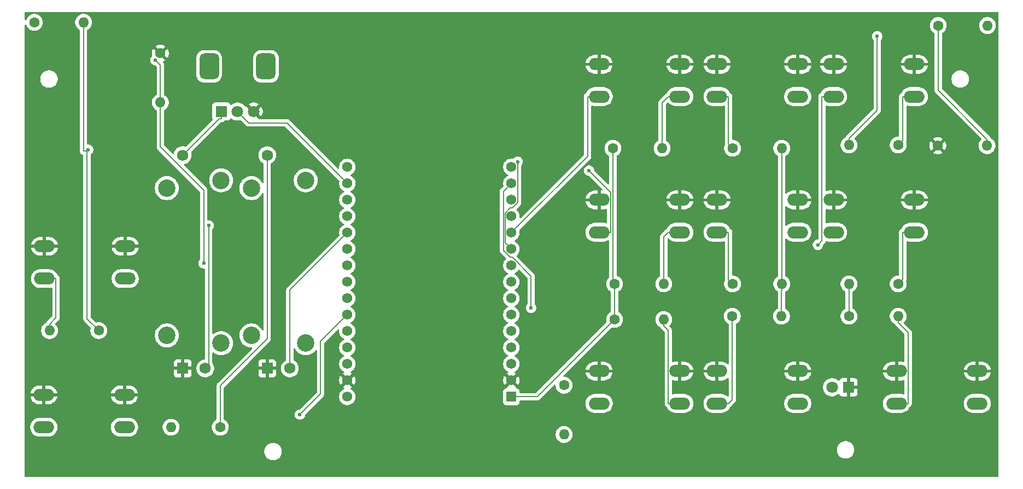
<source format=gbl>
G04 #@! TF.GenerationSoftware,KiCad,Pcbnew,9.0.1*
G04 #@! TF.CreationDate,2025-07-04T11:18:44+02:00*
G04 #@! TF.ProjectId,SecondTry,5365636f-6e64-4547-9279-2e6b69636164,rev?*
G04 #@! TF.SameCoordinates,Original*
G04 #@! TF.FileFunction,Copper,L2,Bot*
G04 #@! TF.FilePolarity,Positive*
%FSLAX46Y46*%
G04 Gerber Fmt 4.6, Leading zero omitted, Abs format (unit mm)*
G04 Created by KiCad (PCBNEW 9.0.1) date 2025-07-04 11:18:44*
%MOMM*%
%LPD*%
G01*
G04 APERTURE LIST*
G04 Aperture macros list*
%AMRoundRect*
0 Rectangle with rounded corners*
0 $1 Rounding radius*
0 $2 $3 $4 $5 $6 $7 $8 $9 X,Y pos of 4 corners*
0 Add a 4 corners polygon primitive as box body*
4,1,4,$2,$3,$4,$5,$6,$7,$8,$9,$2,$3,0*
0 Add four circle primitives for the rounded corners*
1,1,$1+$1,$2,$3*
1,1,$1+$1,$4,$5*
1,1,$1+$1,$6,$7*
1,1,$1+$1,$8,$9*
0 Add four rect primitives between the rounded corners*
20,1,$1+$1,$2,$3,$4,$5,0*
20,1,$1+$1,$4,$5,$6,$7,0*
20,1,$1+$1,$6,$7,$8,$9,0*
20,1,$1+$1,$8,$9,$2,$3,0*%
G04 Aperture macros list end*
G04 #@! TA.AperFunction,ComponentPad*
%ADD10C,1.600000*%
G04 #@! TD*
G04 #@! TA.AperFunction,ComponentPad*
%ADD11O,1.600000X1.600000*%
G04 #@! TD*
G04 #@! TA.AperFunction,ComponentPad*
%ADD12O,3.200000X1.900000*%
G04 #@! TD*
G04 #@! TA.AperFunction,ComponentPad*
%ADD13R,1.800000X1.800000*%
G04 #@! TD*
G04 #@! TA.AperFunction,ComponentPad*
%ADD14C,1.800000*%
G04 #@! TD*
G04 #@! TA.AperFunction,ComponentPad*
%ADD15R,1.750000X1.750000*%
G04 #@! TD*
G04 #@! TA.AperFunction,ComponentPad*
%ADD16C,1.750000*%
G04 #@! TD*
G04 #@! TA.AperFunction,ComponentPad*
%ADD17C,2.700000*%
G04 #@! TD*
G04 #@! TA.AperFunction,ComponentPad*
%ADD18RoundRect,0.750000X0.750000X-1.250000X0.750000X1.250000X-0.750000X1.250000X-0.750000X-1.250000X0*%
G04 #@! TD*
G04 #@! TA.AperFunction,ComponentPad*
%ADD19R,1.560000X1.560000*%
G04 #@! TD*
G04 #@! TA.AperFunction,ComponentPad*
%ADD20C,1.560000*%
G04 #@! TD*
G04 #@! TA.AperFunction,ViaPad*
%ADD21C,0.600000*%
G04 #@! TD*
G04 #@! TA.AperFunction,Conductor*
%ADD22C,0.127000*%
G04 #@! TD*
G04 APERTURE END LIST*
D10*
X176070000Y-115120000D03*
D11*
X183690000Y-115120000D03*
D10*
X115020000Y-131790000D03*
D11*
X107400000Y-131790000D03*
D10*
X86230000Y-69120000D03*
D11*
X93850000Y-69120000D03*
D10*
X194320000Y-114620000D03*
D11*
X201940000Y-114620000D03*
D12*
X87800000Y-103795000D03*
X100300000Y-103795000D03*
X87800000Y-108795000D03*
X100300000Y-108795000D03*
X219750000Y-123120000D03*
X232250000Y-123120000D03*
X219750000Y-128120000D03*
X232250000Y-128120000D03*
D10*
X168250000Y-125310000D03*
D11*
X168250000Y-132930000D03*
D13*
X212290000Y-125620000D03*
D14*
X209750000Y-125620000D03*
D12*
X210000000Y-75620000D03*
X222500000Y-75620000D03*
X210000000Y-80620000D03*
X222500000Y-80620000D03*
D15*
X109200000Y-122690000D03*
D16*
X112700000Y-122690000D03*
X109200000Y-89690000D03*
D17*
X115150000Y-118790000D03*
X106750000Y-117590000D03*
X106750000Y-94790000D03*
X115150000Y-93590000D03*
D12*
X173690000Y-75620000D03*
X186190000Y-75620000D03*
X173690000Y-80620000D03*
X186190000Y-80620000D03*
X173690000Y-96620000D03*
X186190000Y-96620000D03*
X173690000Y-101620000D03*
X186190000Y-101620000D03*
D13*
X115200000Y-82940000D03*
D14*
X117700000Y-82940000D03*
X120200000Y-82940000D03*
D18*
X113300000Y-75940000D03*
X122100000Y-75940000D03*
D12*
X191940000Y-123120000D03*
X204440000Y-123120000D03*
X191940000Y-128120000D03*
X204440000Y-128120000D03*
D10*
X220000000Y-88120000D03*
D11*
X212380000Y-88120000D03*
D12*
X191940000Y-75620000D03*
X204440000Y-75620000D03*
X191940000Y-80620000D03*
X204440000Y-80620000D03*
D10*
X226140000Y-88220000D03*
D11*
X233760000Y-88220000D03*
D10*
X220000000Y-109620000D03*
D11*
X212380000Y-109620000D03*
D12*
X173690000Y-123120000D03*
X186190000Y-123120000D03*
X173690000Y-128120000D03*
X186190000Y-128120000D03*
D10*
X194350000Y-109620000D03*
D11*
X201970000Y-109620000D03*
D15*
X122300000Y-122690000D03*
D16*
X125800000Y-122690000D03*
X122300000Y-89690000D03*
D17*
X128250000Y-118790000D03*
X119850000Y-117590000D03*
X119850000Y-94790000D03*
X128250000Y-93590000D03*
D12*
X191940000Y-96620000D03*
X204440000Y-96620000D03*
X191940000Y-101620000D03*
X204440000Y-101620000D03*
D10*
X176070000Y-109620000D03*
D11*
X183690000Y-109620000D03*
D10*
X105750000Y-73920000D03*
D11*
X105750000Y-81540000D03*
D12*
X87700000Y-126790000D03*
X100200000Y-126790000D03*
X87700000Y-131790000D03*
X100200000Y-131790000D03*
D10*
X96200000Y-116840000D03*
D11*
X88580000Y-116840000D03*
D10*
X212380000Y-114620000D03*
D11*
X220000000Y-114620000D03*
D10*
X175820000Y-88620000D03*
D11*
X183440000Y-88620000D03*
D10*
X226200000Y-69620000D03*
D11*
X233820000Y-69620000D03*
D10*
X194350000Y-88620000D03*
D11*
X201970000Y-88620000D03*
D19*
X160100000Y-127090000D03*
D20*
X134700000Y-91530000D03*
X134700000Y-94070000D03*
X134700000Y-96610000D03*
X134700000Y-99150000D03*
X134700000Y-101690000D03*
X134700000Y-104230000D03*
X134700000Y-106770000D03*
X134700000Y-109310000D03*
X134700000Y-111850000D03*
X134700000Y-114390000D03*
X134700000Y-116930000D03*
X134700000Y-119470000D03*
X134700000Y-124550000D03*
X134700000Y-122010000D03*
X134700000Y-127090000D03*
X160100000Y-91530000D03*
X160100000Y-94070000D03*
X160100000Y-96610000D03*
X160100000Y-99150000D03*
X160100000Y-101690000D03*
X160100000Y-124550000D03*
X160100000Y-104230000D03*
X160100000Y-106770000D03*
X160100000Y-109310000D03*
X160100000Y-111850000D03*
X160100000Y-114390000D03*
X160100000Y-116930000D03*
X160100000Y-119470000D03*
X160100000Y-122010000D03*
D12*
X210000000Y-96620000D03*
X222500000Y-96620000D03*
X210000000Y-101620000D03*
X222500000Y-101620000D03*
D21*
X216737800Y-71292000D03*
X94578300Y-88860000D03*
X163146100Y-113316100D03*
X161077200Y-90708300D03*
X207566300Y-103566700D03*
X113231900Y-100572000D03*
X172114300Y-92081000D03*
X112455300Y-106428000D03*
X104971200Y-74974700D03*
X127352800Y-129852000D03*
D22*
X221542200Y-117154400D02*
X221542200Y-128120000D01*
X219750000Y-128120000D02*
X221542200Y-128120000D01*
X220000000Y-114620000D02*
X220000000Y-115612200D01*
X220000000Y-115612200D02*
X221542200Y-117154400D01*
X220000000Y-109620000D02*
X220707800Y-108912200D01*
X222500000Y-101620000D02*
X220707800Y-101620000D01*
X220707800Y-108912200D02*
X220707800Y-101620000D01*
X93850000Y-89059800D02*
X94378500Y-89059800D01*
X216737800Y-71292000D02*
X216737800Y-82770000D01*
X212380000Y-109620000D02*
X212380000Y-114620000D01*
X201940000Y-110642200D02*
X201940000Y-114620000D01*
X160100000Y-127090000D02*
X164100000Y-127090000D01*
X94378500Y-115018500D02*
X96200000Y-116840000D01*
X201970000Y-109620000D02*
X201970000Y-110612200D01*
X122300000Y-89690000D02*
X122300000Y-118108100D01*
X94378500Y-89059800D02*
X94378500Y-115018500D01*
X93850000Y-69120000D02*
X93850000Y-89059800D01*
X115200000Y-82940000D02*
X115200000Y-84032200D01*
X216737800Y-82770000D02*
X212380000Y-87127800D01*
X201970000Y-88620000D02*
X201970000Y-109620000D01*
X115020000Y-125388100D02*
X115020000Y-131790000D01*
X94378500Y-89059800D02*
X94578300Y-88860000D01*
X175820000Y-109370000D02*
X175820000Y-88620000D01*
X115200000Y-84032200D02*
X114857800Y-84032200D01*
X164100000Y-127090000D02*
X176070000Y-115120000D01*
X212380000Y-88120000D02*
X212380000Y-87127800D01*
X122300000Y-118108100D02*
X115020000Y-125388100D01*
X176070000Y-109620000D02*
X175820000Y-109370000D01*
X176070000Y-115120000D02*
X176070000Y-109620000D01*
X114857800Y-84032200D02*
X109200000Y-89690000D01*
X201970000Y-110612200D02*
X201940000Y-110642200D01*
X194320000Y-114620000D02*
X194320000Y-127532200D01*
X191940000Y-128120000D02*
X193732200Y-128120000D01*
X160242500Y-105500000D02*
X163146100Y-108403600D01*
X158861000Y-104430900D02*
X159930100Y-105500000D01*
X194320000Y-127532200D02*
X193732200Y-128120000D01*
X159930100Y-105500000D02*
X160242500Y-105500000D01*
X163146100Y-108403600D02*
X163146100Y-113316100D01*
X158861000Y-95309000D02*
X158861000Y-104430900D01*
X160100000Y-94070000D02*
X158861000Y-95309000D01*
X183440000Y-81577800D02*
X184397800Y-80620000D01*
X186190000Y-80620000D02*
X184397800Y-80620000D01*
X171897800Y-89892200D02*
X171897800Y-80620000D01*
X160100000Y-101690000D02*
X171897800Y-89892200D01*
X183440000Y-88620000D02*
X183440000Y-81577800D01*
X173690000Y-80620000D02*
X171897800Y-80620000D01*
X194350000Y-88620000D02*
X193732200Y-88002200D01*
X159127800Y-98695100D02*
X159949400Y-97873500D01*
X161077200Y-97027800D02*
X161077200Y-90708300D01*
X191940000Y-80620000D02*
X193732200Y-80620000D01*
X160100000Y-104230000D02*
X159127800Y-103257800D01*
X159949400Y-97873500D02*
X160231500Y-97873500D01*
X160231500Y-97873500D02*
X161077200Y-97027800D01*
X193732200Y-80620000D02*
X193732200Y-88002200D01*
X159127800Y-103257800D02*
X159127800Y-98695100D01*
X220000000Y-88120000D02*
X220707800Y-87412200D01*
X208207800Y-80620000D02*
X208207800Y-102925200D01*
X220707800Y-87412200D02*
X220707800Y-80620000D01*
X210000000Y-80620000D02*
X208207800Y-80620000D01*
X222500000Y-80620000D02*
X220707800Y-80620000D01*
X208207800Y-102925200D02*
X207566300Y-103566700D01*
X113231900Y-122158100D02*
X113231900Y-100572000D01*
X112700000Y-122690000D02*
X113231900Y-122158100D01*
X191940000Y-101620000D02*
X193732200Y-101620000D01*
X193732200Y-101620000D02*
X193732200Y-109002200D01*
X193732200Y-109002200D02*
X194350000Y-109620000D01*
X125800000Y-110590000D02*
X125800000Y-122690000D01*
X134700000Y-101690000D02*
X125800000Y-110590000D01*
X173690000Y-101620000D02*
X175482200Y-101620000D01*
X183690000Y-102327800D02*
X184397800Y-101620000D01*
X175482200Y-95448900D02*
X172114300Y-92081000D01*
X183690000Y-109620000D02*
X183690000Y-102327800D01*
X186190000Y-101620000D02*
X184397800Y-101620000D01*
X175482200Y-101620000D02*
X175482200Y-95448900D01*
X134700000Y-94070000D02*
X125322600Y-84692600D01*
X119452600Y-84692600D02*
X117700000Y-82940000D01*
X125322600Y-84692600D02*
X119452600Y-84692600D01*
X186190000Y-128120000D02*
X184397800Y-128120000D01*
X183690000Y-115120000D02*
X183690000Y-116112200D01*
X184397800Y-116820000D02*
X183690000Y-116112200D01*
X184397800Y-128120000D02*
X184397800Y-116820000D01*
X104971200Y-74974700D02*
X105750000Y-75753500D01*
X105750000Y-81540000D02*
X105750000Y-88394600D01*
X105750000Y-75753500D02*
X105750000Y-81540000D01*
X112455300Y-95099900D02*
X112455300Y-106428000D01*
X105750000Y-88394600D02*
X112455300Y-95099900D01*
X233760000Y-88220000D02*
X233760000Y-87227800D01*
X233760000Y-87227800D02*
X226200000Y-79667800D01*
X226200000Y-79667800D02*
X226200000Y-69620000D01*
X87800000Y-108795000D02*
X89592200Y-108795000D01*
X88580000Y-115847800D02*
X89592200Y-114835600D01*
X88580000Y-116840000D02*
X88580000Y-115847800D01*
X89592200Y-114835600D02*
X89592200Y-108795000D01*
X130544600Y-126660200D02*
X127352800Y-129852000D01*
X130544600Y-118545400D02*
X130544600Y-126660200D01*
X134700000Y-114390000D02*
X130544600Y-118545400D01*
G04 #@! TA.AperFunction,Conductor*
G36*
X235442539Y-67520185D02*
G01*
X235488294Y-67572989D01*
X235499500Y-67624500D01*
X235499500Y-139375500D01*
X235479815Y-139442539D01*
X235427011Y-139488294D01*
X235375500Y-139499500D01*
X84874500Y-139499500D01*
X84807461Y-139479815D01*
X84761706Y-139427011D01*
X84750500Y-139375500D01*
X84750500Y-135463713D01*
X121849500Y-135463713D01*
X121849500Y-135676286D01*
X121882753Y-135886239D01*
X121948444Y-136088414D01*
X122044951Y-136277820D01*
X122169890Y-136449786D01*
X122320213Y-136600109D01*
X122492179Y-136725048D01*
X122492181Y-136725049D01*
X122492184Y-136725051D01*
X122681588Y-136821557D01*
X122883757Y-136887246D01*
X123093713Y-136920500D01*
X123093714Y-136920500D01*
X123306286Y-136920500D01*
X123306287Y-136920500D01*
X123516243Y-136887246D01*
X123718412Y-136821557D01*
X123907816Y-136725051D01*
X123929789Y-136709086D01*
X124079786Y-136600109D01*
X124079788Y-136600106D01*
X124079792Y-136600104D01*
X124230104Y-136449792D01*
X124230106Y-136449788D01*
X124230109Y-136449786D01*
X124355048Y-136277820D01*
X124355047Y-136277820D01*
X124355051Y-136277816D01*
X124451557Y-136088412D01*
X124517246Y-135886243D01*
X124550500Y-135676287D01*
X124550500Y-135463713D01*
X124517246Y-135253757D01*
X124497736Y-135193713D01*
X210499500Y-135193713D01*
X210499500Y-135406287D01*
X210532754Y-135616243D01*
X210552263Y-135676286D01*
X210598444Y-135818414D01*
X210694951Y-136007820D01*
X210819890Y-136179786D01*
X210970213Y-136330109D01*
X211142179Y-136455048D01*
X211142181Y-136455049D01*
X211142184Y-136455051D01*
X211331588Y-136551557D01*
X211533757Y-136617246D01*
X211743713Y-136650500D01*
X211743714Y-136650500D01*
X211956286Y-136650500D01*
X211956287Y-136650500D01*
X212166243Y-136617246D01*
X212368412Y-136551557D01*
X212557816Y-136455051D01*
X212579789Y-136439086D01*
X212729786Y-136330109D01*
X212729788Y-136330106D01*
X212729792Y-136330104D01*
X212880104Y-136179792D01*
X212880106Y-136179788D01*
X212880109Y-136179786D01*
X213005048Y-136007820D01*
X213005047Y-136007820D01*
X213005051Y-136007816D01*
X213101557Y-135818412D01*
X213167246Y-135616243D01*
X213200500Y-135406287D01*
X213200500Y-135193713D01*
X213167246Y-134983757D01*
X213101557Y-134781588D01*
X213005051Y-134592184D01*
X213005049Y-134592181D01*
X213005048Y-134592179D01*
X212880109Y-134420213D01*
X212729786Y-134269890D01*
X212557820Y-134144951D01*
X212368414Y-134048444D01*
X212368413Y-134048443D01*
X212368412Y-134048443D01*
X212166243Y-133982754D01*
X212166241Y-133982753D01*
X212166240Y-133982753D01*
X212004957Y-133957208D01*
X211956287Y-133949500D01*
X211743713Y-133949500D01*
X211695042Y-133957208D01*
X211533760Y-133982753D01*
X211331585Y-134048444D01*
X211142179Y-134144951D01*
X210970213Y-134269890D01*
X210819890Y-134420213D01*
X210694951Y-134592179D01*
X210598444Y-134781585D01*
X210532753Y-134983760D01*
X210499500Y-135193713D01*
X124497736Y-135193713D01*
X124451557Y-135051588D01*
X124355051Y-134862184D01*
X124355049Y-134862181D01*
X124355048Y-134862179D01*
X124230109Y-134690213D01*
X124079786Y-134539890D01*
X123907820Y-134414951D01*
X123718414Y-134318444D01*
X123718413Y-134318443D01*
X123718412Y-134318443D01*
X123516243Y-134252754D01*
X123516241Y-134252753D01*
X123516240Y-134252753D01*
X123354957Y-134227208D01*
X123306287Y-134219500D01*
X123093713Y-134219500D01*
X123045042Y-134227208D01*
X122883760Y-134252753D01*
X122681585Y-134318444D01*
X122492179Y-134414951D01*
X122320213Y-134539890D01*
X122169890Y-134690213D01*
X122044951Y-134862179D01*
X121948444Y-135051585D01*
X121882753Y-135253760D01*
X121849500Y-135463713D01*
X84750500Y-135463713D01*
X84750500Y-131675837D01*
X85599500Y-131675837D01*
X85599500Y-131904162D01*
X85635215Y-132129660D01*
X85705770Y-132346803D01*
X85809421Y-132550228D01*
X85943621Y-132734937D01*
X86105063Y-132896379D01*
X86289772Y-133030579D01*
X86344525Y-133058477D01*
X86493196Y-133134229D01*
X86493198Y-133134229D01*
X86493201Y-133134231D01*
X86609592Y-133172049D01*
X86710339Y-133204784D01*
X86935838Y-133240500D01*
X86935843Y-133240500D01*
X88464162Y-133240500D01*
X88689660Y-133204784D01*
X88906799Y-133134231D01*
X89110228Y-133030579D01*
X89294937Y-132896379D01*
X89456379Y-132734937D01*
X89590579Y-132550228D01*
X89694231Y-132346799D01*
X89764784Y-132129660D01*
X89800500Y-131904162D01*
X89800500Y-131675837D01*
X98099500Y-131675837D01*
X98099500Y-131904162D01*
X98135215Y-132129660D01*
X98205770Y-132346803D01*
X98309421Y-132550228D01*
X98443621Y-132734937D01*
X98605063Y-132896379D01*
X98789772Y-133030579D01*
X98844525Y-133058477D01*
X98993196Y-133134229D01*
X98993198Y-133134229D01*
X98993201Y-133134231D01*
X99109592Y-133172049D01*
X99210339Y-133204784D01*
X99435838Y-133240500D01*
X99435843Y-133240500D01*
X100964162Y-133240500D01*
X101189660Y-133204784D01*
X101406799Y-133134231D01*
X101610228Y-133030579D01*
X101794937Y-132896379D01*
X101956379Y-132734937D01*
X102090579Y-132550228D01*
X102194231Y-132346799D01*
X102264784Y-132129660D01*
X102300500Y-131904162D01*
X102300500Y-131687648D01*
X106099500Y-131687648D01*
X106099500Y-131892351D01*
X106131522Y-132094534D01*
X106194781Y-132289223D01*
X106287715Y-132471613D01*
X106408028Y-132637213D01*
X106552786Y-132781971D01*
X106707749Y-132894556D01*
X106718390Y-132902287D01*
X106834607Y-132961503D01*
X106900776Y-132995218D01*
X106900778Y-132995218D01*
X106900781Y-132995220D01*
X107005137Y-133029127D01*
X107095465Y-133058477D01*
X107196557Y-133074488D01*
X107297648Y-133090500D01*
X107297649Y-133090500D01*
X107502351Y-133090500D01*
X107502352Y-133090500D01*
X107704534Y-133058477D01*
X107899219Y-132995220D01*
X108081610Y-132902287D01*
X108184343Y-132827648D01*
X108247213Y-132781971D01*
X108247215Y-132781968D01*
X108247219Y-132781966D01*
X108391966Y-132637219D01*
X108391968Y-132637215D01*
X108391971Y-132637213D01*
X108455168Y-132550228D01*
X108512287Y-132471610D01*
X108605220Y-132289219D01*
X108668477Y-132094534D01*
X108700500Y-131892352D01*
X108700500Y-131687648D01*
X113719500Y-131687648D01*
X113719500Y-131892351D01*
X113751522Y-132094534D01*
X113814781Y-132289223D01*
X113907715Y-132471613D01*
X114028028Y-132637213D01*
X114172786Y-132781971D01*
X114327749Y-132894556D01*
X114338390Y-132902287D01*
X114454607Y-132961503D01*
X114520776Y-132995218D01*
X114520778Y-132995218D01*
X114520781Y-132995220D01*
X114625137Y-133029127D01*
X114715465Y-133058477D01*
X114816557Y-133074488D01*
X114917648Y-133090500D01*
X114917649Y-133090500D01*
X115122351Y-133090500D01*
X115122352Y-133090500D01*
X115324534Y-133058477D01*
X115519219Y-132995220D01*
X115701610Y-132902287D01*
X115804343Y-132827648D01*
X166949500Y-132827648D01*
X166949500Y-133032351D01*
X166981522Y-133234534D01*
X167044781Y-133429223D01*
X167137715Y-133611613D01*
X167258028Y-133777213D01*
X167402786Y-133921971D01*
X167557749Y-134034556D01*
X167568390Y-134042287D01*
X167684607Y-134101503D01*
X167750776Y-134135218D01*
X167750778Y-134135218D01*
X167750781Y-134135220D01*
X167855137Y-134169127D01*
X167945465Y-134198477D01*
X168046557Y-134214488D01*
X168147648Y-134230500D01*
X168147649Y-134230500D01*
X168352351Y-134230500D01*
X168352352Y-134230500D01*
X168554534Y-134198477D01*
X168749219Y-134135220D01*
X168931610Y-134042287D01*
X169024590Y-133974732D01*
X169097213Y-133921971D01*
X169097215Y-133921968D01*
X169097219Y-133921966D01*
X169241966Y-133777219D01*
X169241968Y-133777215D01*
X169241971Y-133777213D01*
X169294732Y-133704590D01*
X169362287Y-133611610D01*
X169455220Y-133429219D01*
X169518477Y-133234534D01*
X169550500Y-133032352D01*
X169550500Y-132827648D01*
X169518477Y-132625466D01*
X169455220Y-132430781D01*
X169455218Y-132430778D01*
X169455218Y-132430776D01*
X169383090Y-132289219D01*
X169362287Y-132248390D01*
X169354556Y-132237749D01*
X169241971Y-132082786D01*
X169097213Y-131938028D01*
X168931613Y-131817715D01*
X168931612Y-131817714D01*
X168931610Y-131817713D01*
X168874653Y-131788691D01*
X168749223Y-131724781D01*
X168554534Y-131661522D01*
X168379995Y-131633878D01*
X168352352Y-131629500D01*
X168147648Y-131629500D01*
X168123329Y-131633351D01*
X167945465Y-131661522D01*
X167750776Y-131724781D01*
X167568386Y-131817715D01*
X167402786Y-131938028D01*
X167258028Y-132082786D01*
X167137715Y-132248386D01*
X167044781Y-132430776D01*
X166981522Y-132625465D01*
X166949500Y-132827648D01*
X115804343Y-132827648D01*
X115867213Y-132781971D01*
X115867215Y-132781968D01*
X115867219Y-132781966D01*
X116011966Y-132637219D01*
X116011968Y-132637215D01*
X116011971Y-132637213D01*
X116075168Y-132550228D01*
X116132287Y-132471610D01*
X116225220Y-132289219D01*
X116288477Y-132094534D01*
X116320500Y-131892352D01*
X116320500Y-131687648D01*
X116288477Y-131485466D01*
X116225220Y-131290781D01*
X116225218Y-131290778D01*
X116225218Y-131290776D01*
X116191503Y-131224607D01*
X116132287Y-131108390D01*
X116124556Y-131097749D01*
X116011971Y-130942786D01*
X115867213Y-130798028D01*
X115701613Y-130677714D01*
X115651703Y-130652283D01*
X115600908Y-130604307D01*
X115584000Y-130541799D01*
X115584000Y-125673078D01*
X115603685Y-125606039D01*
X115620319Y-125585397D01*
X118404760Y-122800957D01*
X119438562Y-121767155D01*
X120925000Y-121767155D01*
X120925000Y-122440000D01*
X121751518Y-122440000D01*
X121740889Y-122458409D01*
X121700000Y-122611009D01*
X121700000Y-122768991D01*
X121740889Y-122921591D01*
X121751518Y-122940000D01*
X120925000Y-122940000D01*
X120925000Y-123612844D01*
X120931401Y-123672372D01*
X120931403Y-123672379D01*
X120981645Y-123807086D01*
X120981649Y-123807093D01*
X121067809Y-123922187D01*
X121067812Y-123922190D01*
X121182906Y-124008350D01*
X121182913Y-124008354D01*
X121317620Y-124058596D01*
X121317627Y-124058598D01*
X121377155Y-124064999D01*
X121377172Y-124065000D01*
X122050000Y-124065000D01*
X122050000Y-123238482D01*
X122068409Y-123249111D01*
X122221009Y-123290000D01*
X122378991Y-123290000D01*
X122531591Y-123249111D01*
X122550000Y-123238482D01*
X122550000Y-124065000D01*
X123222828Y-124065000D01*
X123222844Y-124064999D01*
X123282372Y-124058598D01*
X123282379Y-124058596D01*
X123417086Y-124008354D01*
X123417093Y-124008350D01*
X123532187Y-123922190D01*
X123532190Y-123922187D01*
X123618350Y-123807093D01*
X123618354Y-123807086D01*
X123668596Y-123672379D01*
X123668598Y-123672372D01*
X123674999Y-123612844D01*
X123675000Y-123612827D01*
X123675000Y-122940000D01*
X122848482Y-122940000D01*
X122859111Y-122921591D01*
X122900000Y-122768991D01*
X122900000Y-122611009D01*
X122859111Y-122458409D01*
X122848482Y-122440000D01*
X123675000Y-122440000D01*
X123675000Y-121767172D01*
X123674999Y-121767155D01*
X123668598Y-121707627D01*
X123668596Y-121707620D01*
X123618354Y-121572913D01*
X123618350Y-121572906D01*
X123532190Y-121457812D01*
X123532187Y-121457809D01*
X123417093Y-121371649D01*
X123417086Y-121371645D01*
X123282379Y-121321403D01*
X123282372Y-121321401D01*
X123222844Y-121315000D01*
X122550000Y-121315000D01*
X122550000Y-122141517D01*
X122531591Y-122130889D01*
X122378991Y-122090000D01*
X122221009Y-122090000D01*
X122068409Y-122130889D01*
X122050000Y-122141517D01*
X122050000Y-121315000D01*
X121377155Y-121315000D01*
X121317627Y-121321401D01*
X121317620Y-121321403D01*
X121182913Y-121371645D01*
X121182906Y-121371649D01*
X121067812Y-121457809D01*
X121067809Y-121457812D01*
X120981649Y-121572906D01*
X120981645Y-121572913D01*
X120931403Y-121707620D01*
X120931401Y-121707627D01*
X120925000Y-121767155D01*
X119438562Y-121767155D01*
X119529547Y-121676170D01*
X121064588Y-120141129D01*
X122751313Y-118454404D01*
X122825565Y-118325796D01*
X122864001Y-118182352D01*
X122864001Y-118033847D01*
X122864001Y-118026252D01*
X122864000Y-118026234D01*
X122864000Y-93468711D01*
X126399500Y-93468711D01*
X126399500Y-93711288D01*
X126423405Y-93892873D01*
X126431162Y-93951789D01*
X126440486Y-93986586D01*
X126493947Y-94186104D01*
X126586773Y-94410205D01*
X126586776Y-94410212D01*
X126708064Y-94620289D01*
X126708066Y-94620292D01*
X126708067Y-94620293D01*
X126855733Y-94812736D01*
X126855739Y-94812743D01*
X127027256Y-94984260D01*
X127027262Y-94984265D01*
X127219711Y-95131936D01*
X127429788Y-95253224D01*
X127653900Y-95346054D01*
X127888211Y-95408838D01*
X128068586Y-95432584D01*
X128128711Y-95440500D01*
X128128712Y-95440500D01*
X128371289Y-95440500D01*
X128419388Y-95434167D01*
X128611789Y-95408838D01*
X128846100Y-95346054D01*
X129070212Y-95253224D01*
X129280289Y-95131936D01*
X129472738Y-94984265D01*
X129644265Y-94812738D01*
X129791936Y-94620289D01*
X129913224Y-94410212D01*
X130006054Y-94186100D01*
X130068838Y-93951789D01*
X130100500Y-93711288D01*
X130100500Y-93468712D01*
X130068838Y-93228211D01*
X130006054Y-92993900D01*
X129913224Y-92769788D01*
X129791936Y-92559711D01*
X129644265Y-92367262D01*
X129644260Y-92367256D01*
X129472743Y-92195739D01*
X129472736Y-92195733D01*
X129280293Y-92048067D01*
X129280292Y-92048066D01*
X129280289Y-92048064D01*
X129070212Y-91926776D01*
X129070205Y-91926773D01*
X128846104Y-91833947D01*
X128611785Y-91771161D01*
X128371289Y-91739500D01*
X128371288Y-91739500D01*
X128128712Y-91739500D01*
X128128711Y-91739500D01*
X127888214Y-91771161D01*
X127653895Y-91833947D01*
X127429794Y-91926773D01*
X127429785Y-91926777D01*
X127219706Y-92048067D01*
X127027263Y-92195733D01*
X127027256Y-92195739D01*
X126855739Y-92367256D01*
X126855733Y-92367263D01*
X126708067Y-92559706D01*
X126586777Y-92769785D01*
X126586773Y-92769794D01*
X126493947Y-92993895D01*
X126431161Y-93228214D01*
X126399500Y-93468711D01*
X122864000Y-93468711D01*
X122864000Y-91022374D01*
X122883685Y-90955335D01*
X122931706Y-90911889D01*
X123020917Y-90866434D01*
X123020916Y-90866434D01*
X123020919Y-90866433D01*
X123196078Y-90739172D01*
X123349172Y-90586078D01*
X123476433Y-90410919D01*
X123574726Y-90218009D01*
X123641630Y-90012097D01*
X123675500Y-89798254D01*
X123675500Y-89581746D01*
X123641630Y-89367903D01*
X123574726Y-89161991D01*
X123574726Y-89161990D01*
X123476432Y-88969080D01*
X123475076Y-88967213D01*
X123349172Y-88793922D01*
X123196078Y-88640828D01*
X123020919Y-88513567D01*
X122828009Y-88415273D01*
X122828006Y-88415272D01*
X122622098Y-88348370D01*
X122515175Y-88331435D01*
X122408254Y-88314500D01*
X122191746Y-88314500D01*
X122120465Y-88325790D01*
X121977901Y-88348370D01*
X121771993Y-88415272D01*
X121771990Y-88415273D01*
X121579080Y-88513567D01*
X121542589Y-88540080D01*
X121403922Y-88640828D01*
X121403920Y-88640830D01*
X121403919Y-88640830D01*
X121250830Y-88793919D01*
X121250830Y-88793920D01*
X121250828Y-88793922D01*
X121196174Y-88869145D01*
X121123567Y-88969080D01*
X121025273Y-89161990D01*
X121025272Y-89161993D01*
X120958370Y-89367901D01*
X120930703Y-89542580D01*
X120924500Y-89581746D01*
X120924500Y-89798254D01*
X120927619Y-89817947D01*
X120958370Y-90012098D01*
X121025272Y-90218006D01*
X121025273Y-90218009D01*
X121089222Y-90343514D01*
X121123567Y-90410919D01*
X121250828Y-90586078D01*
X121403922Y-90739172D01*
X121535291Y-90834617D01*
X121579082Y-90866434D01*
X121668294Y-90911889D01*
X121719090Y-90959863D01*
X121736000Y-91022374D01*
X121736000Y-93892873D01*
X121716315Y-93959912D01*
X121663511Y-94005667D01*
X121594353Y-94015611D01*
X121530797Y-93986586D01*
X121504613Y-93954873D01*
X121468817Y-93892873D01*
X121391936Y-93759711D01*
X121318027Y-93663391D01*
X121244266Y-93567263D01*
X121244260Y-93567256D01*
X121072743Y-93395739D01*
X121072736Y-93395733D01*
X120880293Y-93248067D01*
X120880292Y-93248066D01*
X120880289Y-93248064D01*
X120670212Y-93126776D01*
X120670205Y-93126773D01*
X120446104Y-93033947D01*
X120211785Y-92971161D01*
X119971289Y-92939500D01*
X119971288Y-92939500D01*
X119728712Y-92939500D01*
X119728711Y-92939500D01*
X119488214Y-92971161D01*
X119253895Y-93033947D01*
X119029794Y-93126773D01*
X119029785Y-93126777D01*
X118819706Y-93248067D01*
X118627263Y-93395733D01*
X118627256Y-93395739D01*
X118455739Y-93567256D01*
X118455733Y-93567263D01*
X118308067Y-93759706D01*
X118186777Y-93969785D01*
X118186773Y-93969794D01*
X118093947Y-94193895D01*
X118031161Y-94428214D01*
X117999500Y-94668711D01*
X117999500Y-94911288D01*
X118031161Y-95151785D01*
X118093947Y-95386104D01*
X118186773Y-95610205D01*
X118186777Y-95610214D01*
X118200101Y-95633291D01*
X118308064Y-95820289D01*
X118308066Y-95820292D01*
X118308067Y-95820293D01*
X118455733Y-96012736D01*
X118455739Y-96012743D01*
X118627256Y-96184260D01*
X118627262Y-96184265D01*
X118819711Y-96331936D01*
X119029788Y-96453224D01*
X119253900Y-96546054D01*
X119488211Y-96608838D01*
X119668586Y-96632584D01*
X119728711Y-96640500D01*
X119728712Y-96640500D01*
X119971289Y-96640500D01*
X120019388Y-96634167D01*
X120211789Y-96608838D01*
X120446100Y-96546054D01*
X120670212Y-96453224D01*
X120880289Y-96331936D01*
X121072738Y-96184265D01*
X121244265Y-96012738D01*
X121391936Y-95820289D01*
X121504613Y-95625125D01*
X121555180Y-95576910D01*
X121623787Y-95563687D01*
X121688652Y-95589655D01*
X121729180Y-95646570D01*
X121736000Y-95687126D01*
X121736000Y-116692873D01*
X121716315Y-116759912D01*
X121663511Y-116805667D01*
X121594353Y-116815611D01*
X121530797Y-116786586D01*
X121504613Y-116754873D01*
X121474713Y-116703085D01*
X121391936Y-116559711D01*
X121298897Y-116438460D01*
X121244266Y-116367263D01*
X121244260Y-116367256D01*
X121072743Y-116195739D01*
X121072736Y-116195733D01*
X120880293Y-116048067D01*
X120880292Y-116048066D01*
X120880289Y-116048064D01*
X120670212Y-115926776D01*
X120670205Y-115926773D01*
X120446104Y-115833947D01*
X120211785Y-115771161D01*
X119971289Y-115739500D01*
X119971288Y-115739500D01*
X119728712Y-115739500D01*
X119728711Y-115739500D01*
X119488214Y-115771161D01*
X119253895Y-115833947D01*
X119029794Y-115926773D01*
X119029785Y-115926777D01*
X118819706Y-116048067D01*
X118627263Y-116195733D01*
X118627256Y-116195739D01*
X118455739Y-116367256D01*
X118455733Y-116367263D01*
X118308067Y-116559706D01*
X118186777Y-116769785D01*
X118186773Y-116769794D01*
X118093947Y-116993895D01*
X118031161Y-117228214D01*
X117999500Y-117468711D01*
X117999500Y-117711288D01*
X118028744Y-117933429D01*
X118031162Y-117951789D01*
X118053150Y-118033847D01*
X118093947Y-118186104D01*
X118151810Y-118325796D01*
X118186776Y-118410212D01*
X118308064Y-118620289D01*
X118308066Y-118620292D01*
X118308067Y-118620293D01*
X118455733Y-118812736D01*
X118455739Y-118812743D01*
X118627256Y-118984260D01*
X118627262Y-118984265D01*
X118819711Y-119131936D01*
X119029788Y-119253224D01*
X119253900Y-119346054D01*
X119488211Y-119408838D01*
X119668586Y-119432584D01*
X119728711Y-119440500D01*
X119870620Y-119440500D01*
X119937659Y-119460185D01*
X119983414Y-119512989D01*
X119993358Y-119582147D01*
X119964333Y-119645703D01*
X119958301Y-119652181D01*
X114673698Y-124936785D01*
X114568689Y-125041793D01*
X114568685Y-125041799D01*
X114494436Y-125170401D01*
X114494435Y-125170404D01*
X114456000Y-125313848D01*
X114456000Y-130541799D01*
X114436315Y-130608838D01*
X114388297Y-130652283D01*
X114338386Y-130677714D01*
X114172786Y-130798028D01*
X114028028Y-130942786D01*
X113907715Y-131108386D01*
X113814781Y-131290776D01*
X113751522Y-131485465D01*
X113719500Y-131687648D01*
X108700500Y-131687648D01*
X108668477Y-131485466D01*
X108605220Y-131290781D01*
X108605218Y-131290778D01*
X108605218Y-131290776D01*
X108571503Y-131224607D01*
X108512287Y-131108390D01*
X108504556Y-131097749D01*
X108391971Y-130942786D01*
X108247213Y-130798028D01*
X108081613Y-130677715D01*
X108081612Y-130677714D01*
X108081610Y-130677713D01*
X108024653Y-130648691D01*
X107899223Y-130584781D01*
X107704534Y-130521522D01*
X107529995Y-130493878D01*
X107502352Y-130489500D01*
X107297648Y-130489500D01*
X107273329Y-130493351D01*
X107095465Y-130521522D01*
X106900776Y-130584781D01*
X106718386Y-130677715D01*
X106552786Y-130798028D01*
X106408028Y-130942786D01*
X106287715Y-131108386D01*
X106194781Y-131290776D01*
X106131522Y-131485465D01*
X106099500Y-131687648D01*
X102300500Y-131687648D01*
X102300500Y-131675837D01*
X102264784Y-131450339D01*
X102194229Y-131233196D01*
X102090578Y-131029771D01*
X102027379Y-130942786D01*
X101956379Y-130845063D01*
X101794937Y-130683621D01*
X101610228Y-130549421D01*
X101595269Y-130541799D01*
X101406803Y-130445770D01*
X101189660Y-130375215D01*
X100964162Y-130339500D01*
X100964157Y-130339500D01*
X99435843Y-130339500D01*
X99435838Y-130339500D01*
X99210339Y-130375215D01*
X98993196Y-130445770D01*
X98789771Y-130549421D01*
X98605061Y-130683622D01*
X98443622Y-130845061D01*
X98309421Y-131029771D01*
X98205770Y-131233196D01*
X98135215Y-131450339D01*
X98099500Y-131675837D01*
X89800500Y-131675837D01*
X89764784Y-131450339D01*
X89694229Y-131233196D01*
X89590578Y-131029771D01*
X89527379Y-130942786D01*
X89456379Y-130845063D01*
X89294937Y-130683621D01*
X89110228Y-130549421D01*
X89095269Y-130541799D01*
X88906803Y-130445770D01*
X88689660Y-130375215D01*
X88464162Y-130339500D01*
X88464157Y-130339500D01*
X86935843Y-130339500D01*
X86935838Y-130339500D01*
X86710339Y-130375215D01*
X86493196Y-130445770D01*
X86289771Y-130549421D01*
X86105061Y-130683622D01*
X85943622Y-130845061D01*
X85809421Y-131029771D01*
X85705770Y-131233196D01*
X85635215Y-131450339D01*
X85599500Y-131675837D01*
X84750500Y-131675837D01*
X84750500Y-126540000D01*
X85621522Y-126540000D01*
X87099999Y-126540000D01*
X87074979Y-126600402D01*
X87050000Y-126725981D01*
X87050000Y-126854019D01*
X87074979Y-126979598D01*
X87099999Y-127040000D01*
X85621522Y-127040000D01*
X85635704Y-127129544D01*
X85706230Y-127346604D01*
X85809849Y-127549966D01*
X85944004Y-127734614D01*
X86105385Y-127895995D01*
X86290033Y-128030150D01*
X86493395Y-128133769D01*
X86710455Y-128204295D01*
X86935884Y-128240000D01*
X87450000Y-128240000D01*
X87450000Y-127390001D01*
X87510402Y-127415021D01*
X87635981Y-127440000D01*
X87764019Y-127440000D01*
X87889598Y-127415021D01*
X87950000Y-127390001D01*
X87950000Y-128240000D01*
X88464116Y-128240000D01*
X88689544Y-128204295D01*
X88906604Y-128133769D01*
X89109966Y-128030150D01*
X89294614Y-127895995D01*
X89455995Y-127734614D01*
X89590150Y-127549966D01*
X89693769Y-127346604D01*
X89764295Y-127129544D01*
X89778478Y-127040000D01*
X88300001Y-127040000D01*
X88325021Y-126979598D01*
X88350000Y-126854019D01*
X88350000Y-126725981D01*
X88325021Y-126600402D01*
X88300001Y-126540000D01*
X89778478Y-126540000D01*
X98121522Y-126540000D01*
X99599999Y-126540000D01*
X99574979Y-126600402D01*
X99550000Y-126725981D01*
X99550000Y-126854019D01*
X99574979Y-126979598D01*
X99599999Y-127040000D01*
X98121522Y-127040000D01*
X98135704Y-127129544D01*
X98206230Y-127346604D01*
X98309849Y-127549966D01*
X98444004Y-127734614D01*
X98605385Y-127895995D01*
X98790033Y-128030150D01*
X98993395Y-128133769D01*
X99210455Y-128204295D01*
X99435884Y-128240000D01*
X99950000Y-128240000D01*
X99950000Y-127390001D01*
X100010402Y-127415021D01*
X100135981Y-127440000D01*
X100264019Y-127440000D01*
X100389598Y-127415021D01*
X100450000Y-127390001D01*
X100450000Y-128240000D01*
X100964116Y-128240000D01*
X101189544Y-128204295D01*
X101406604Y-128133769D01*
X101609966Y-128030150D01*
X101794614Y-127895995D01*
X101955995Y-127734614D01*
X102090150Y-127549966D01*
X102193769Y-127346604D01*
X102264295Y-127129544D01*
X102278478Y-127040000D01*
X100800001Y-127040000D01*
X100825021Y-126979598D01*
X100850000Y-126854019D01*
X100850000Y-126725981D01*
X100825021Y-126600402D01*
X100800001Y-126540000D01*
X102278478Y-126540000D01*
X102264295Y-126450455D01*
X102193769Y-126233395D01*
X102090150Y-126030033D01*
X101955995Y-125845385D01*
X101794614Y-125684004D01*
X101609966Y-125549849D01*
X101406604Y-125446230D01*
X101189544Y-125375704D01*
X100964116Y-125340000D01*
X100450000Y-125340000D01*
X100450000Y-126189998D01*
X100389598Y-126164979D01*
X100264019Y-126140000D01*
X100135981Y-126140000D01*
X100010402Y-126164979D01*
X99950000Y-126189998D01*
X99950000Y-125340000D01*
X99435884Y-125340000D01*
X99210455Y-125375704D01*
X98993395Y-125446230D01*
X98790033Y-125549849D01*
X98605385Y-125684004D01*
X98444004Y-125845385D01*
X98309849Y-126030033D01*
X98206230Y-126233395D01*
X98135704Y-126450455D01*
X98121522Y-126540000D01*
X89778478Y-126540000D01*
X89764295Y-126450455D01*
X89693769Y-126233395D01*
X89590150Y-126030033D01*
X89455995Y-125845385D01*
X89294614Y-125684004D01*
X89109966Y-125549849D01*
X88906604Y-125446230D01*
X88689544Y-125375704D01*
X88464116Y-125340000D01*
X87950000Y-125340000D01*
X87950000Y-126189998D01*
X87889598Y-126164979D01*
X87764019Y-126140000D01*
X87635981Y-126140000D01*
X87510402Y-126164979D01*
X87450000Y-126189998D01*
X87450000Y-125340000D01*
X86935884Y-125340000D01*
X86710455Y-125375704D01*
X86493395Y-125446230D01*
X86290033Y-125549849D01*
X86105385Y-125684004D01*
X85944004Y-125845385D01*
X85809849Y-126030033D01*
X85706230Y-126233395D01*
X85635704Y-126450455D01*
X85621522Y-126540000D01*
X84750500Y-126540000D01*
X84750500Y-121767155D01*
X107825000Y-121767155D01*
X107825000Y-122440000D01*
X108651518Y-122440000D01*
X108640889Y-122458409D01*
X108600000Y-122611009D01*
X108600000Y-122768991D01*
X108640889Y-122921591D01*
X108651518Y-122940000D01*
X107825000Y-122940000D01*
X107825000Y-123612844D01*
X107831401Y-123672372D01*
X107831403Y-123672379D01*
X107881645Y-123807086D01*
X107881649Y-123807093D01*
X107967809Y-123922187D01*
X107967812Y-123922190D01*
X108082906Y-124008350D01*
X108082913Y-124008354D01*
X108217620Y-124058596D01*
X108217627Y-124058598D01*
X108277155Y-124064999D01*
X108277172Y-124065000D01*
X108950000Y-124065000D01*
X108950000Y-123238482D01*
X108968409Y-123249111D01*
X109121009Y-123290000D01*
X109278991Y-123290000D01*
X109431591Y-123249111D01*
X109450000Y-123238482D01*
X109450000Y-124065000D01*
X110122828Y-124065000D01*
X110122844Y-124064999D01*
X110182372Y-124058598D01*
X110182379Y-124058596D01*
X110317086Y-124008354D01*
X110317093Y-124008350D01*
X110432187Y-123922190D01*
X110432190Y-123922187D01*
X110518350Y-123807093D01*
X110518354Y-123807086D01*
X110568596Y-123672379D01*
X110568598Y-123672372D01*
X110574999Y-123612844D01*
X110575000Y-123612827D01*
X110575000Y-122940000D01*
X109748482Y-122940000D01*
X109759111Y-122921591D01*
X109800000Y-122768991D01*
X109800000Y-122611009D01*
X109759111Y-122458409D01*
X109748482Y-122440000D01*
X110575000Y-122440000D01*
X110575000Y-121767172D01*
X110574999Y-121767155D01*
X110568598Y-121707627D01*
X110568596Y-121707620D01*
X110518354Y-121572913D01*
X110518350Y-121572906D01*
X110432190Y-121457812D01*
X110432187Y-121457809D01*
X110317093Y-121371649D01*
X110317086Y-121371645D01*
X110182379Y-121321403D01*
X110182372Y-121321401D01*
X110122844Y-121315000D01*
X109450000Y-121315000D01*
X109450000Y-122141517D01*
X109431591Y-122130889D01*
X109278991Y-122090000D01*
X109121009Y-122090000D01*
X108968409Y-122130889D01*
X108950000Y-122141517D01*
X108950000Y-121315000D01*
X108277155Y-121315000D01*
X108217627Y-121321401D01*
X108217620Y-121321403D01*
X108082913Y-121371645D01*
X108082906Y-121371649D01*
X107967812Y-121457809D01*
X107967809Y-121457812D01*
X107881649Y-121572906D01*
X107881645Y-121572913D01*
X107831403Y-121707620D01*
X107831401Y-121707627D01*
X107825000Y-121767155D01*
X84750500Y-121767155D01*
X84750500Y-108680837D01*
X85699500Y-108680837D01*
X85699500Y-108909162D01*
X85735215Y-109134660D01*
X85805770Y-109351803D01*
X85890273Y-109517648D01*
X85909421Y-109555228D01*
X86043621Y-109739937D01*
X86205063Y-109901379D01*
X86389772Y-110035579D01*
X86485884Y-110084550D01*
X86593196Y-110139229D01*
X86593198Y-110139229D01*
X86593201Y-110139231D01*
X86709592Y-110177049D01*
X86810339Y-110209784D01*
X87035838Y-110245500D01*
X87035843Y-110245500D01*
X88564162Y-110245500D01*
X88789660Y-110209784D01*
X88865881Y-110185017D01*
X88935722Y-110183023D01*
X88995555Y-110219103D01*
X89026384Y-110281803D01*
X89028200Y-110302949D01*
X89028200Y-114550621D01*
X89008515Y-114617660D01*
X88991881Y-114638302D01*
X88128689Y-115501493D01*
X88128684Y-115501499D01*
X88057995Y-115623937D01*
X88007428Y-115672153D01*
X88006904Y-115672421D01*
X87898388Y-115727713D01*
X87732786Y-115848028D01*
X87588028Y-115992786D01*
X87467715Y-116158386D01*
X87374781Y-116340776D01*
X87311522Y-116535465D01*
X87279500Y-116737648D01*
X87279500Y-116942351D01*
X87311522Y-117144534D01*
X87374781Y-117339223D01*
X87467715Y-117521613D01*
X87588028Y-117687213D01*
X87732786Y-117831971D01*
X87887749Y-117944556D01*
X87898390Y-117952287D01*
X88014607Y-118011503D01*
X88080776Y-118045218D01*
X88080778Y-118045218D01*
X88080781Y-118045220D01*
X88185137Y-118079127D01*
X88275465Y-118108477D01*
X88376557Y-118124488D01*
X88477648Y-118140500D01*
X88477649Y-118140500D01*
X88682351Y-118140500D01*
X88682352Y-118140500D01*
X88884534Y-118108477D01*
X89079219Y-118045220D01*
X89261610Y-117952287D01*
X89368699Y-117874483D01*
X89427213Y-117831971D01*
X89427215Y-117831968D01*
X89427219Y-117831966D01*
X89571966Y-117687219D01*
X89571968Y-117687215D01*
X89571971Y-117687213D01*
X89624732Y-117614590D01*
X89692287Y-117521610D01*
X89785220Y-117339219D01*
X89848477Y-117144534D01*
X89880500Y-116942352D01*
X89880500Y-116737648D01*
X89871905Y-116683384D01*
X89848477Y-116535465D01*
X89794287Y-116368687D01*
X89785220Y-116340781D01*
X89785218Y-116340778D01*
X89785218Y-116340776D01*
X89729938Y-116232284D01*
X89692287Y-116158390D01*
X89684556Y-116147749D01*
X89571971Y-115992786D01*
X89489981Y-115910796D01*
X89456496Y-115849473D01*
X89461480Y-115779781D01*
X89489981Y-115735434D01*
X89685915Y-115539500D01*
X89928294Y-115297121D01*
X89928299Y-115297117D01*
X89938502Y-115286913D01*
X89938504Y-115286913D01*
X90043513Y-115181904D01*
X90117765Y-115053296D01*
X90156200Y-114909852D01*
X90156200Y-108720748D01*
X90117765Y-108577304D01*
X90043513Y-108448696D01*
X89938504Y-108343687D01*
X89862516Y-108299815D01*
X89842059Y-108288004D01*
X89793843Y-108237437D01*
X89793574Y-108236912D01*
X89767583Y-108185901D01*
X89690579Y-108034772D01*
X89556379Y-107850063D01*
X89394937Y-107688621D01*
X89210228Y-107554421D01*
X89006803Y-107450770D01*
X88789660Y-107380215D01*
X88564162Y-107344500D01*
X88564157Y-107344500D01*
X87035843Y-107344500D01*
X87035838Y-107344500D01*
X86810339Y-107380215D01*
X86593196Y-107450770D01*
X86389771Y-107554421D01*
X86205061Y-107688622D01*
X86043622Y-107850061D01*
X85909421Y-108034771D01*
X85805770Y-108238196D01*
X85735215Y-108455339D01*
X85699500Y-108680837D01*
X84750500Y-108680837D01*
X84750500Y-103545000D01*
X85721522Y-103545000D01*
X87199999Y-103545000D01*
X87174979Y-103605402D01*
X87150000Y-103730981D01*
X87150000Y-103859019D01*
X87174979Y-103984598D01*
X87199999Y-104045000D01*
X85721522Y-104045000D01*
X85735704Y-104134544D01*
X85806230Y-104351604D01*
X85909849Y-104554966D01*
X86044004Y-104739614D01*
X86205385Y-104900995D01*
X86390033Y-105035150D01*
X86593395Y-105138769D01*
X86810455Y-105209295D01*
X87035884Y-105245000D01*
X87550000Y-105245000D01*
X87550000Y-104395001D01*
X87610402Y-104420021D01*
X87735981Y-104445000D01*
X87864019Y-104445000D01*
X87989598Y-104420021D01*
X88050000Y-104395001D01*
X88050000Y-105245000D01*
X88564116Y-105245000D01*
X88789544Y-105209295D01*
X89006604Y-105138769D01*
X89209966Y-105035150D01*
X89394614Y-104900995D01*
X89555995Y-104739614D01*
X89690150Y-104554966D01*
X89793769Y-104351604D01*
X89864295Y-104134544D01*
X89878478Y-104045000D01*
X88400001Y-104045000D01*
X88425021Y-103984598D01*
X88450000Y-103859019D01*
X88450000Y-103730981D01*
X88425021Y-103605402D01*
X88400001Y-103545000D01*
X89878478Y-103545000D01*
X89864295Y-103455455D01*
X89793769Y-103238395D01*
X89690150Y-103035033D01*
X89555995Y-102850385D01*
X89394614Y-102689004D01*
X89209966Y-102554849D01*
X89006604Y-102451230D01*
X88789544Y-102380704D01*
X88564116Y-102345000D01*
X88050000Y-102345000D01*
X88050000Y-103194998D01*
X87989598Y-103169979D01*
X87864019Y-103145000D01*
X87735981Y-103145000D01*
X87610402Y-103169979D01*
X87550000Y-103194998D01*
X87550000Y-102345000D01*
X87035884Y-102345000D01*
X86810455Y-102380704D01*
X86593395Y-102451230D01*
X86390033Y-102554849D01*
X86205385Y-102689004D01*
X86044004Y-102850385D01*
X85909849Y-103035033D01*
X85806230Y-103238395D01*
X85735704Y-103455455D01*
X85721522Y-103545000D01*
X84750500Y-103545000D01*
X84750500Y-77793713D01*
X87149500Y-77793713D01*
X87149500Y-78006287D01*
X87182754Y-78216243D01*
X87204122Y-78282008D01*
X87248444Y-78418414D01*
X87344951Y-78607820D01*
X87469890Y-78779786D01*
X87620213Y-78930109D01*
X87792179Y-79055048D01*
X87792181Y-79055049D01*
X87792184Y-79055051D01*
X87981588Y-79151557D01*
X88183757Y-79217246D01*
X88393713Y-79250500D01*
X88393714Y-79250500D01*
X88606286Y-79250500D01*
X88606287Y-79250500D01*
X88816243Y-79217246D01*
X89018412Y-79151557D01*
X89207816Y-79055051D01*
X89229789Y-79039086D01*
X89379786Y-78930109D01*
X89379788Y-78930106D01*
X89379792Y-78930104D01*
X89530104Y-78779792D01*
X89530106Y-78779788D01*
X89530109Y-78779786D01*
X89655048Y-78607820D01*
X89655047Y-78607820D01*
X89655051Y-78607816D01*
X89751557Y-78418412D01*
X89817246Y-78216243D01*
X89850500Y-78006287D01*
X89850500Y-77793713D01*
X89817246Y-77583757D01*
X89751557Y-77381588D01*
X89655051Y-77192184D01*
X89655049Y-77192181D01*
X89655048Y-77192179D01*
X89530109Y-77020213D01*
X89379786Y-76869890D01*
X89207820Y-76744951D01*
X89018414Y-76648444D01*
X89018413Y-76648443D01*
X89018412Y-76648443D01*
X88816243Y-76582754D01*
X88816241Y-76582753D01*
X88816240Y-76582753D01*
X88654957Y-76557208D01*
X88606287Y-76549500D01*
X88393713Y-76549500D01*
X88345042Y-76557208D01*
X88183760Y-76582753D01*
X87981585Y-76648444D01*
X87792179Y-76744951D01*
X87620213Y-76869890D01*
X87469890Y-77020213D01*
X87344951Y-77192179D01*
X87248444Y-77381585D01*
X87182753Y-77583760D01*
X87149500Y-77793713D01*
X84750500Y-77793713D01*
X84750500Y-69557977D01*
X84770185Y-69490938D01*
X84822989Y-69445183D01*
X84892147Y-69435239D01*
X84955703Y-69464264D01*
X84992430Y-69519658D01*
X85024780Y-69619219D01*
X85077328Y-69722351D01*
X85117715Y-69801613D01*
X85238028Y-69967213D01*
X85382786Y-70111971D01*
X85537749Y-70224556D01*
X85548390Y-70232287D01*
X85664607Y-70291503D01*
X85730776Y-70325218D01*
X85730778Y-70325218D01*
X85730781Y-70325220D01*
X85835137Y-70359127D01*
X85925465Y-70388477D01*
X86026557Y-70404488D01*
X86127648Y-70420500D01*
X86127649Y-70420500D01*
X86332351Y-70420500D01*
X86332352Y-70420500D01*
X86534534Y-70388477D01*
X86729219Y-70325220D01*
X86911610Y-70232287D01*
X87067231Y-70119223D01*
X87077213Y-70111971D01*
X87077215Y-70111968D01*
X87077219Y-70111966D01*
X87221966Y-69967219D01*
X87221968Y-69967215D01*
X87221971Y-69967213D01*
X87274732Y-69894590D01*
X87342287Y-69801610D01*
X87435220Y-69619219D01*
X87498477Y-69424534D01*
X87530500Y-69222352D01*
X87530500Y-69017648D01*
X92549500Y-69017648D01*
X92549500Y-69222351D01*
X92581522Y-69424534D01*
X92644781Y-69619223D01*
X92737715Y-69801613D01*
X92858028Y-69967213D01*
X93002786Y-70111971D01*
X93168388Y-70232286D01*
X93218294Y-70257714D01*
X93269090Y-70305687D01*
X93286000Y-70368199D01*
X93286000Y-89134052D01*
X93324435Y-89277496D01*
X93398687Y-89406104D01*
X93503696Y-89511113D01*
X93632304Y-89585365D01*
X93722594Y-89609557D01*
X93782254Y-89645922D01*
X93812783Y-89708768D01*
X93814500Y-89729332D01*
X93814500Y-115092754D01*
X93828650Y-115145565D01*
X93828651Y-115145565D01*
X93852935Y-115236197D01*
X93852936Y-115236198D01*
X93927187Y-115364804D01*
X93927189Y-115364806D01*
X94039261Y-115476878D01*
X94039267Y-115476883D01*
X94918581Y-116356197D01*
X94952066Y-116417520D01*
X94948831Y-116482196D01*
X94931523Y-116535464D01*
X94899500Y-116737648D01*
X94899500Y-116942351D01*
X94931522Y-117144534D01*
X94994781Y-117339223D01*
X95087715Y-117521613D01*
X95208028Y-117687213D01*
X95352786Y-117831971D01*
X95507749Y-117944556D01*
X95518390Y-117952287D01*
X95634607Y-118011503D01*
X95700776Y-118045218D01*
X95700778Y-118045218D01*
X95700781Y-118045220D01*
X95805137Y-118079127D01*
X95895465Y-118108477D01*
X95996557Y-118124488D01*
X96097648Y-118140500D01*
X96097649Y-118140500D01*
X96302351Y-118140500D01*
X96302352Y-118140500D01*
X96504534Y-118108477D01*
X96699219Y-118045220D01*
X96881610Y-117952287D01*
X96988699Y-117874483D01*
X97047213Y-117831971D01*
X97047215Y-117831968D01*
X97047219Y-117831966D01*
X97191966Y-117687219D01*
X97191968Y-117687215D01*
X97191971Y-117687213D01*
X97244732Y-117614590D01*
X97312287Y-117521610D01*
X97339240Y-117468711D01*
X104899500Y-117468711D01*
X104899500Y-117711288D01*
X104928744Y-117933429D01*
X104931162Y-117951789D01*
X104953150Y-118033847D01*
X104993947Y-118186104D01*
X105051810Y-118325796D01*
X105086776Y-118410212D01*
X105208064Y-118620289D01*
X105208066Y-118620292D01*
X105208067Y-118620293D01*
X105355733Y-118812736D01*
X105355739Y-118812743D01*
X105527256Y-118984260D01*
X105527262Y-118984265D01*
X105719711Y-119131936D01*
X105929788Y-119253224D01*
X106153900Y-119346054D01*
X106388211Y-119408838D01*
X106568586Y-119432584D01*
X106628711Y-119440500D01*
X106628712Y-119440500D01*
X106871289Y-119440500D01*
X106919388Y-119434167D01*
X107111789Y-119408838D01*
X107346100Y-119346054D01*
X107570212Y-119253224D01*
X107780289Y-119131936D01*
X107972738Y-118984265D01*
X108144265Y-118812738D01*
X108291936Y-118620289D01*
X108413224Y-118410212D01*
X108506054Y-118186100D01*
X108568838Y-117951789D01*
X108600500Y-117711288D01*
X108600500Y-117468712D01*
X108568838Y-117228211D01*
X108506054Y-116993900D01*
X108413224Y-116769788D01*
X108291936Y-116559711D01*
X108198897Y-116438460D01*
X108144266Y-116367263D01*
X108144260Y-116367256D01*
X107972743Y-116195739D01*
X107972736Y-116195733D01*
X107780293Y-116048067D01*
X107780292Y-116048066D01*
X107780289Y-116048064D01*
X107570212Y-115926776D01*
X107570205Y-115926773D01*
X107346104Y-115833947D01*
X107111785Y-115771161D01*
X106871289Y-115739500D01*
X106871288Y-115739500D01*
X106628712Y-115739500D01*
X106628711Y-115739500D01*
X106388214Y-115771161D01*
X106153895Y-115833947D01*
X105929794Y-115926773D01*
X105929785Y-115926777D01*
X105719706Y-116048067D01*
X105527263Y-116195733D01*
X105527256Y-116195739D01*
X105355739Y-116367256D01*
X105355733Y-116367263D01*
X105208067Y-116559706D01*
X105086777Y-116769785D01*
X105086773Y-116769794D01*
X104993947Y-116993895D01*
X104931161Y-117228214D01*
X104899500Y-117468711D01*
X97339240Y-117468711D01*
X97365157Y-117417846D01*
X97369992Y-117408358D01*
X97405218Y-117339223D01*
X97405218Y-117339222D01*
X97405220Y-117339219D01*
X97468477Y-117144534D01*
X97500500Y-116942352D01*
X97500500Y-116737648D01*
X97491905Y-116683384D01*
X97468477Y-116535465D01*
X97414287Y-116368687D01*
X97405220Y-116340781D01*
X97405218Y-116340778D01*
X97405218Y-116340776D01*
X97349938Y-116232284D01*
X97312287Y-116158390D01*
X97304556Y-116147749D01*
X97191971Y-115992786D01*
X97047213Y-115848028D01*
X96881613Y-115727715D01*
X96881612Y-115727714D01*
X96881610Y-115727713D01*
X96772568Y-115672153D01*
X96699223Y-115634781D01*
X96504534Y-115571522D01*
X96329995Y-115543878D01*
X96302352Y-115539500D01*
X96097648Y-115539500D01*
X96046217Y-115547646D01*
X95895464Y-115571523D01*
X95842196Y-115588831D01*
X95772355Y-115590826D01*
X95716197Y-115558581D01*
X94978819Y-114821203D01*
X94945334Y-114759880D01*
X94942500Y-114733522D01*
X94942500Y-108680837D01*
X98199500Y-108680837D01*
X98199500Y-108909162D01*
X98235215Y-109134660D01*
X98305770Y-109351803D01*
X98390273Y-109517648D01*
X98409421Y-109555228D01*
X98543621Y-109739937D01*
X98705063Y-109901379D01*
X98889772Y-110035579D01*
X98985884Y-110084550D01*
X99093196Y-110139229D01*
X99093198Y-110139229D01*
X99093201Y-110139231D01*
X99209592Y-110177049D01*
X99310339Y-110209784D01*
X99535838Y-110245500D01*
X99535843Y-110245500D01*
X101064162Y-110245500D01*
X101289660Y-110209784D01*
X101506799Y-110139231D01*
X101710228Y-110035579D01*
X101894937Y-109901379D01*
X102056379Y-109739937D01*
X102190579Y-109555228D01*
X102294231Y-109351799D01*
X102364784Y-109134660D01*
X102370062Y-109101339D01*
X102400500Y-108909162D01*
X102400500Y-108680837D01*
X102364784Y-108455339D01*
X102325127Y-108333289D01*
X102294231Y-108238201D01*
X102294229Y-108238198D01*
X102294229Y-108238196D01*
X102203958Y-108061030D01*
X102190579Y-108034772D01*
X102056379Y-107850063D01*
X101894937Y-107688621D01*
X101710228Y-107554421D01*
X101506803Y-107450770D01*
X101289660Y-107380215D01*
X101064162Y-107344500D01*
X101064157Y-107344500D01*
X99535843Y-107344500D01*
X99535838Y-107344500D01*
X99310339Y-107380215D01*
X99093196Y-107450770D01*
X98889771Y-107554421D01*
X98705061Y-107688622D01*
X98543622Y-107850061D01*
X98409421Y-108034771D01*
X98305770Y-108238196D01*
X98235215Y-108455339D01*
X98199500Y-108680837D01*
X94942500Y-108680837D01*
X94942500Y-103545000D01*
X98221522Y-103545000D01*
X99699999Y-103545000D01*
X99674979Y-103605402D01*
X99650000Y-103730981D01*
X99650000Y-103859019D01*
X99674979Y-103984598D01*
X99699999Y-104045000D01*
X98221522Y-104045000D01*
X98235704Y-104134544D01*
X98306230Y-104351604D01*
X98409849Y-104554966D01*
X98544004Y-104739614D01*
X98705385Y-104900995D01*
X98890033Y-105035150D01*
X99093395Y-105138769D01*
X99310455Y-105209295D01*
X99535884Y-105245000D01*
X100050000Y-105245000D01*
X100050000Y-104395001D01*
X100110402Y-104420021D01*
X100235981Y-104445000D01*
X100364019Y-104445000D01*
X100489598Y-104420021D01*
X100550000Y-104395001D01*
X100550000Y-105245000D01*
X101064116Y-105245000D01*
X101289544Y-105209295D01*
X101506604Y-105138769D01*
X101709966Y-105035150D01*
X101894614Y-104900995D01*
X102055995Y-104739614D01*
X102190150Y-104554966D01*
X102293769Y-104351604D01*
X102364295Y-104134544D01*
X102378478Y-104045000D01*
X100900001Y-104045000D01*
X100925021Y-103984598D01*
X100950000Y-103859019D01*
X100950000Y-103730981D01*
X100925021Y-103605402D01*
X100900001Y-103545000D01*
X102378478Y-103545000D01*
X102364295Y-103455455D01*
X102293769Y-103238395D01*
X102190150Y-103035033D01*
X102055995Y-102850385D01*
X101894614Y-102689004D01*
X101709966Y-102554849D01*
X101506604Y-102451230D01*
X101289544Y-102380704D01*
X101064116Y-102345000D01*
X100550000Y-102345000D01*
X100550000Y-103194998D01*
X100489598Y-103169979D01*
X100364019Y-103145000D01*
X100235981Y-103145000D01*
X100110402Y-103169979D01*
X100050000Y-103194998D01*
X100050000Y-102345000D01*
X99535884Y-102345000D01*
X99310455Y-102380704D01*
X99093395Y-102451230D01*
X98890033Y-102554849D01*
X98705385Y-102689004D01*
X98544004Y-102850385D01*
X98409849Y-103035033D01*
X98306230Y-103238395D01*
X98235704Y-103455455D01*
X98221522Y-103545000D01*
X94942500Y-103545000D01*
X94942500Y-94668711D01*
X104899500Y-94668711D01*
X104899500Y-94911288D01*
X104931161Y-95151785D01*
X104993947Y-95386104D01*
X105086773Y-95610205D01*
X105086777Y-95610214D01*
X105100101Y-95633291D01*
X105208064Y-95820289D01*
X105208066Y-95820292D01*
X105208067Y-95820293D01*
X105355733Y-96012736D01*
X105355739Y-96012743D01*
X105527256Y-96184260D01*
X105527262Y-96184265D01*
X105719711Y-96331936D01*
X105929788Y-96453224D01*
X106153900Y-96546054D01*
X106388211Y-96608838D01*
X106568586Y-96632584D01*
X106628711Y-96640500D01*
X106628712Y-96640500D01*
X106871289Y-96640500D01*
X106919388Y-96634167D01*
X107111789Y-96608838D01*
X107346100Y-96546054D01*
X107570212Y-96453224D01*
X107780289Y-96331936D01*
X107972738Y-96184265D01*
X108144265Y-96012738D01*
X108291936Y-95820289D01*
X108413224Y-95610212D01*
X108506054Y-95386100D01*
X108568838Y-95151789D01*
X108600500Y-94911288D01*
X108600500Y-94668712D01*
X108568838Y-94428211D01*
X108506054Y-94193900D01*
X108413224Y-93969788D01*
X108291936Y-93759711D01*
X108218027Y-93663391D01*
X108144266Y-93567263D01*
X108144260Y-93567256D01*
X107972743Y-93395739D01*
X107972736Y-93395733D01*
X107780293Y-93248067D01*
X107780292Y-93248066D01*
X107780289Y-93248064D01*
X107570212Y-93126776D01*
X107570205Y-93126773D01*
X107346104Y-93033947D01*
X107111785Y-92971161D01*
X106871289Y-92939500D01*
X106871288Y-92939500D01*
X106628712Y-92939500D01*
X106628711Y-92939500D01*
X106388214Y-92971161D01*
X106153895Y-93033947D01*
X105929794Y-93126773D01*
X105929785Y-93126777D01*
X105719706Y-93248067D01*
X105527263Y-93395733D01*
X105527256Y-93395739D01*
X105355739Y-93567256D01*
X105355733Y-93567263D01*
X105208067Y-93759706D01*
X105086777Y-93969785D01*
X105086773Y-93969794D01*
X104993947Y-94193895D01*
X104931161Y-94428214D01*
X104899500Y-94668711D01*
X94942500Y-94668711D01*
X94942500Y-89645682D01*
X94962185Y-89578643D01*
X94997609Y-89542580D01*
X95088589Y-89481789D01*
X95200086Y-89370292D01*
X95200089Y-89370289D01*
X95287694Y-89239179D01*
X95348037Y-89093497D01*
X95378800Y-88938842D01*
X95378800Y-88781158D01*
X95378800Y-88781155D01*
X95378799Y-88781153D01*
X95366442Y-88719031D01*
X95348037Y-88626503D01*
X95342152Y-88612296D01*
X95287697Y-88480827D01*
X95287690Y-88480814D01*
X95200089Y-88349711D01*
X95200086Y-88349707D01*
X95088592Y-88238213D01*
X95088588Y-88238210D01*
X94957485Y-88150609D01*
X94957472Y-88150602D01*
X94811801Y-88090264D01*
X94811789Y-88090261D01*
X94657145Y-88059500D01*
X94657142Y-88059500D01*
X94538000Y-88059500D01*
X94470961Y-88039815D01*
X94425206Y-87987011D01*
X94414000Y-87935500D01*
X94414000Y-74895853D01*
X104170700Y-74895853D01*
X104170700Y-75053546D01*
X104201461Y-75208189D01*
X104201464Y-75208201D01*
X104261802Y-75353872D01*
X104261809Y-75353885D01*
X104349410Y-75484988D01*
X104349413Y-75484992D01*
X104460907Y-75596486D01*
X104460911Y-75596489D01*
X104592014Y-75684090D01*
X104592027Y-75684097D01*
X104737698Y-75744435D01*
X104737703Y-75744437D01*
X104892353Y-75775199D01*
X104892356Y-75775200D01*
X104892358Y-75775200D01*
X104922721Y-75775200D01*
X104952164Y-75783845D01*
X104982147Y-75790368D01*
X104987162Y-75794122D01*
X104989760Y-75794885D01*
X105010397Y-75811514D01*
X105149682Y-75950798D01*
X105183166Y-76012119D01*
X105186000Y-76038478D01*
X105186000Y-80291799D01*
X105166315Y-80358838D01*
X105118297Y-80402283D01*
X105068386Y-80427714D01*
X104902786Y-80548028D01*
X104758028Y-80692786D01*
X104637715Y-80858386D01*
X104544781Y-81040776D01*
X104481522Y-81235465D01*
X104449500Y-81437646D01*
X104449500Y-81642351D01*
X104481522Y-81844534D01*
X104544781Y-82039223D01*
X104597397Y-82142485D01*
X104620993Y-82188796D01*
X104637715Y-82221613D01*
X104758028Y-82387213D01*
X104902786Y-82531971D01*
X105068388Y-82652286D01*
X105118294Y-82677714D01*
X105169090Y-82725687D01*
X105186000Y-82788199D01*
X105186000Y-88320347D01*
X105186000Y-88468853D01*
X105197981Y-88513567D01*
X105213454Y-88571313D01*
X105213454Y-88571314D01*
X105224433Y-88612294D01*
X105240909Y-88640830D01*
X105298687Y-88740904D01*
X105298689Y-88740906D01*
X105410761Y-88852978D01*
X105410767Y-88852983D01*
X111854981Y-95297197D01*
X111888466Y-95358520D01*
X111891300Y-95384878D01*
X111891300Y-105808559D01*
X111871615Y-105875598D01*
X111854981Y-105896240D01*
X111833513Y-105917707D01*
X111833510Y-105917711D01*
X111745909Y-106048814D01*
X111745902Y-106048827D01*
X111685564Y-106194498D01*
X111685561Y-106194510D01*
X111654800Y-106349153D01*
X111654800Y-106506846D01*
X111685561Y-106661489D01*
X111685564Y-106661501D01*
X111745902Y-106807172D01*
X111745909Y-106807185D01*
X111833510Y-106938288D01*
X111833513Y-106938292D01*
X111945007Y-107049786D01*
X111945011Y-107049789D01*
X112076114Y-107137390D01*
X112076127Y-107137397D01*
X112221798Y-107197735D01*
X112221803Y-107197737D01*
X112376453Y-107228499D01*
X112376456Y-107228500D01*
X112540234Y-107228500D01*
X112540234Y-107230351D01*
X112600364Y-107241740D01*
X112651087Y-107289792D01*
X112667900Y-107352138D01*
X112667900Y-121196532D01*
X112648215Y-121263571D01*
X112595411Y-121309326D01*
X112563299Y-121319005D01*
X112377901Y-121348370D01*
X112171993Y-121415272D01*
X112171990Y-121415273D01*
X111979080Y-121513567D01*
X111879145Y-121586174D01*
X111803922Y-121640828D01*
X111803920Y-121640830D01*
X111803919Y-121640830D01*
X111650830Y-121793919D01*
X111650830Y-121793920D01*
X111650828Y-121793922D01*
X111633373Y-121817947D01*
X111523567Y-121969080D01*
X111425273Y-122161990D01*
X111425272Y-122161993D01*
X111358370Y-122367901D01*
X111358370Y-122367903D01*
X111324500Y-122581746D01*
X111324500Y-122798254D01*
X111331776Y-122844190D01*
X111358370Y-123012098D01*
X111425272Y-123218006D01*
X111425273Y-123218009D01*
X111513297Y-123390764D01*
X111523567Y-123410919D01*
X111650828Y-123586078D01*
X111803922Y-123739172D01*
X111979081Y-123866433D01*
X112073697Y-123914642D01*
X112171990Y-123964726D01*
X112171993Y-123964727D01*
X112249208Y-123989815D01*
X112377903Y-124031630D01*
X112591746Y-124065500D01*
X112591747Y-124065500D01*
X112808253Y-124065500D01*
X112808254Y-124065500D01*
X113022097Y-124031630D01*
X113228009Y-123964726D01*
X113420919Y-123866433D01*
X113596078Y-123739172D01*
X113749172Y-123586078D01*
X113876433Y-123410919D01*
X113974726Y-123218009D01*
X114041630Y-123012097D01*
X114075500Y-122798254D01*
X114075500Y-122581746D01*
X114041630Y-122367903D01*
X113974726Y-122161991D01*
X113974726Y-122161990D01*
X113904267Y-122023709D01*
X113876433Y-121969081D01*
X113819581Y-121890831D01*
X113796102Y-121825026D01*
X113795900Y-121817947D01*
X113795900Y-120334914D01*
X113815585Y-120267875D01*
X113868389Y-120222120D01*
X113937547Y-120212176D01*
X113995383Y-120236536D01*
X114119711Y-120331936D01*
X114329788Y-120453224D01*
X114553900Y-120546054D01*
X114788211Y-120608838D01*
X114968586Y-120632584D01*
X115028711Y-120640500D01*
X115028712Y-120640500D01*
X115271289Y-120640500D01*
X115319388Y-120634167D01*
X115511789Y-120608838D01*
X115746100Y-120546054D01*
X115970212Y-120453224D01*
X116180289Y-120331936D01*
X116372738Y-120184265D01*
X116544265Y-120012738D01*
X116691936Y-119820289D01*
X116813224Y-119610212D01*
X116906054Y-119386100D01*
X116968838Y-119151789D01*
X117000500Y-118911288D01*
X117000500Y-118668712D01*
X116996168Y-118635810D01*
X116977406Y-118493291D01*
X116968838Y-118428211D01*
X116906054Y-118193900D01*
X116813224Y-117969788D01*
X116691936Y-117759711D01*
X116544265Y-117567262D01*
X116544260Y-117567256D01*
X116372743Y-117395739D01*
X116372736Y-117395733D01*
X116180293Y-117248067D01*
X116180292Y-117248066D01*
X116180289Y-117248064D01*
X115970212Y-117126776D01*
X115917587Y-117104978D01*
X115746104Y-117033947D01*
X115511785Y-116971161D01*
X115271289Y-116939500D01*
X115271288Y-116939500D01*
X115028712Y-116939500D01*
X115028711Y-116939500D01*
X114788214Y-116971161D01*
X114553895Y-117033947D01*
X114329794Y-117126773D01*
X114329785Y-117126777D01*
X114119706Y-117248067D01*
X113995386Y-117343461D01*
X113930217Y-117368655D01*
X113861772Y-117354616D01*
X113811782Y-117305802D01*
X113795900Y-117245085D01*
X113795900Y-101191440D01*
X113815585Y-101124401D01*
X113832215Y-101103762D01*
X113853689Y-101082289D01*
X113941294Y-100951179D01*
X114001637Y-100805497D01*
X114032400Y-100650842D01*
X114032400Y-100493158D01*
X114032400Y-100493155D01*
X114032399Y-100493153D01*
X114017848Y-100420000D01*
X114001637Y-100338503D01*
X113989630Y-100309515D01*
X113941297Y-100192827D01*
X113941290Y-100192814D01*
X113853689Y-100061711D01*
X113853686Y-100061707D01*
X113742192Y-99950213D01*
X113742188Y-99950210D01*
X113611085Y-99862609D01*
X113611072Y-99862602D01*
X113465401Y-99802264D01*
X113465389Y-99802261D01*
X113310745Y-99771500D01*
X113310742Y-99771500D01*
X113153058Y-99771500D01*
X113146966Y-99771500D01*
X113146966Y-99769654D01*
X113086806Y-99758244D01*
X113036097Y-99710178D01*
X113019300Y-99647861D01*
X113019300Y-95025648D01*
X113004065Y-94968789D01*
X113004063Y-94968785D01*
X113002432Y-94962696D01*
X112980865Y-94882204D01*
X112957397Y-94841557D01*
X112906613Y-94753596D01*
X112801604Y-94648587D01*
X112797273Y-94644256D01*
X112797262Y-94644246D01*
X111621727Y-93468711D01*
X113299500Y-93468711D01*
X113299500Y-93711288D01*
X113323405Y-93892873D01*
X113331162Y-93951789D01*
X113340486Y-93986586D01*
X113393947Y-94186104D01*
X113486773Y-94410205D01*
X113486776Y-94410212D01*
X113608064Y-94620289D01*
X113608066Y-94620292D01*
X113608067Y-94620293D01*
X113755733Y-94812736D01*
X113755739Y-94812743D01*
X113927256Y-94984260D01*
X113927262Y-94984265D01*
X114119711Y-95131936D01*
X114329788Y-95253224D01*
X114553900Y-95346054D01*
X114788211Y-95408838D01*
X114968586Y-95432584D01*
X115028711Y-95440500D01*
X115028712Y-95440500D01*
X115271289Y-95440500D01*
X115319388Y-95434167D01*
X115511789Y-95408838D01*
X115746100Y-95346054D01*
X115970212Y-95253224D01*
X116180289Y-95131936D01*
X116372738Y-94984265D01*
X116544265Y-94812738D01*
X116691936Y-94620289D01*
X116813224Y-94410212D01*
X116906054Y-94186100D01*
X116968838Y-93951789D01*
X117000500Y-93711288D01*
X117000500Y-93468712D01*
X116968838Y-93228211D01*
X116906054Y-92993900D01*
X116813224Y-92769788D01*
X116691936Y-92559711D01*
X116544265Y-92367262D01*
X116544260Y-92367256D01*
X116372743Y-92195739D01*
X116372736Y-92195733D01*
X116180293Y-92048067D01*
X116180292Y-92048066D01*
X116180289Y-92048064D01*
X115970212Y-91926776D01*
X115970205Y-91926773D01*
X115746104Y-91833947D01*
X115511785Y-91771161D01*
X115271289Y-91739500D01*
X115271288Y-91739500D01*
X115028712Y-91739500D01*
X115028711Y-91739500D01*
X114788214Y-91771161D01*
X114553895Y-91833947D01*
X114329794Y-91926773D01*
X114329785Y-91926777D01*
X114119706Y-92048067D01*
X113927263Y-92195733D01*
X113927256Y-92195739D01*
X113755739Y-92367256D01*
X113755733Y-92367263D01*
X113608067Y-92559706D01*
X113486777Y-92769785D01*
X113486773Y-92769794D01*
X113393947Y-92993895D01*
X113331161Y-93228214D01*
X113299500Y-93468711D01*
X111621727Y-93468711D01*
X109402869Y-91249853D01*
X109369384Y-91188530D01*
X109374368Y-91118838D01*
X109416240Y-91062905D01*
X109471152Y-91039699D01*
X109522097Y-91031630D01*
X109728009Y-90964726D01*
X109920919Y-90866433D01*
X110096078Y-90739172D01*
X110249172Y-90586078D01*
X110376433Y-90410919D01*
X110474726Y-90218009D01*
X110541630Y-90012097D01*
X110575500Y-89798254D01*
X110575500Y-89581746D01*
X110541630Y-89367903D01*
X110526191Y-89320388D01*
X110510689Y-89272674D01*
X110508694Y-89202832D01*
X110540937Y-89146677D01*
X115055097Y-84632519D01*
X115116420Y-84599034D01*
X115142778Y-84596200D01*
X115274250Y-84596200D01*
X115274252Y-84596200D01*
X115417696Y-84557765D01*
X115546304Y-84483513D01*
X115651313Y-84378504D01*
X115651313Y-84378503D01*
X115652999Y-84376818D01*
X115714322Y-84343333D01*
X115740680Y-84340499D01*
X116147871Y-84340499D01*
X116147872Y-84340499D01*
X116207483Y-84334091D01*
X116342331Y-84283796D01*
X116457546Y-84197546D01*
X116543796Y-84082331D01*
X116562735Y-84031554D01*
X116604606Y-83975620D01*
X116670070Y-83951202D01*
X116738343Y-83966053D01*
X116766598Y-83987205D01*
X116787636Y-84008243D01*
X116787641Y-84008247D01*
X116900323Y-84090114D01*
X116965978Y-84137815D01*
X117094375Y-84203237D01*
X117162393Y-84237895D01*
X117162396Y-84237896D01*
X117262833Y-84270529D01*
X117372049Y-84306015D01*
X117589778Y-84340500D01*
X117589779Y-84340500D01*
X117810221Y-84340500D01*
X117810222Y-84340500D01*
X118027951Y-84306015D01*
X118137165Y-84270528D01*
X118207005Y-84268534D01*
X118263162Y-84300778D01*
X119106296Y-85143913D01*
X119106297Y-85143914D01*
X119106299Y-85143915D01*
X119234900Y-85218163D01*
X119234901Y-85218163D01*
X119234904Y-85218165D01*
X119378348Y-85256601D01*
X119378351Y-85256601D01*
X119534449Y-85256601D01*
X119534465Y-85256600D01*
X125037622Y-85256600D01*
X125104661Y-85276285D01*
X125125303Y-85292919D01*
X133434452Y-93602068D01*
X133467937Y-93663391D01*
X133464703Y-93728065D01*
X133451029Y-93770149D01*
X133419500Y-93969216D01*
X133419500Y-94170783D01*
X133451030Y-94369852D01*
X133513312Y-94561539D01*
X133567919Y-94668711D01*
X133604818Y-94741129D01*
X133723289Y-94904190D01*
X133865810Y-95046711D01*
X134028871Y-95165182D01*
X134090181Y-95196421D01*
X134155131Y-95229515D01*
X134205927Y-95277490D01*
X134222722Y-95345311D01*
X134200184Y-95411446D01*
X134155131Y-95450485D01*
X134028870Y-95514818D01*
X133943409Y-95576910D01*
X133865810Y-95633289D01*
X133865808Y-95633291D01*
X133865807Y-95633291D01*
X133723291Y-95775807D01*
X133723291Y-95775808D01*
X133723289Y-95775810D01*
X133690973Y-95820289D01*
X133604818Y-95938870D01*
X133513312Y-96118460D01*
X133451030Y-96310147D01*
X133419500Y-96509216D01*
X133419500Y-96710783D01*
X133451030Y-96909852D01*
X133513312Y-97101539D01*
X133604818Y-97281129D01*
X133723289Y-97444190D01*
X133865810Y-97586711D01*
X134028871Y-97705182D01*
X134069719Y-97725995D01*
X134155131Y-97769515D01*
X134205927Y-97817490D01*
X134222722Y-97885311D01*
X134200184Y-97951446D01*
X134155131Y-97990485D01*
X134028870Y-98054818D01*
X133943161Y-98117090D01*
X133865810Y-98173289D01*
X133865808Y-98173291D01*
X133865807Y-98173291D01*
X133723291Y-98315807D01*
X133723291Y-98315808D01*
X133723289Y-98315810D01*
X133672410Y-98385838D01*
X133604818Y-98478870D01*
X133513312Y-98658460D01*
X133451030Y-98850147D01*
X133419500Y-99049216D01*
X133419500Y-99250783D01*
X133451030Y-99449852D01*
X133513312Y-99641539D01*
X133578590Y-99769654D01*
X133604818Y-99821129D01*
X133723289Y-99984190D01*
X133865810Y-100126711D01*
X134028871Y-100245182D01*
X134096885Y-100279836D01*
X134155131Y-100309515D01*
X134205927Y-100357490D01*
X134222722Y-100425311D01*
X134200184Y-100491446D01*
X134155131Y-100530485D01*
X134028870Y-100594818D01*
X133964613Y-100641504D01*
X133865810Y-100713289D01*
X133865808Y-100713291D01*
X133865807Y-100713291D01*
X133723291Y-100855807D01*
X133723291Y-100855808D01*
X133723289Y-100855810D01*
X133720410Y-100859773D01*
X133604818Y-101018870D01*
X133513312Y-101198460D01*
X133451030Y-101390147D01*
X133419500Y-101589216D01*
X133419500Y-101790783D01*
X133451029Y-101989851D01*
X133464702Y-102031930D01*
X133466697Y-102101771D01*
X133434452Y-102157929D01*
X125453698Y-110138685D01*
X125348688Y-110243694D01*
X125348684Y-110243699D01*
X125304209Y-110320733D01*
X125304207Y-110320737D01*
X125298571Y-110330500D01*
X125274435Y-110372304D01*
X125241108Y-110496686D01*
X125239820Y-110501491D01*
X125239818Y-110501498D01*
X125236000Y-110515747D01*
X125236000Y-121357624D01*
X125216315Y-121424663D01*
X125168296Y-121468108D01*
X125079083Y-121513565D01*
X125072346Y-121518460D01*
X124903922Y-121640828D01*
X124903920Y-121640830D01*
X124903919Y-121640830D01*
X124750830Y-121793919D01*
X124750830Y-121793920D01*
X124750828Y-121793922D01*
X124733373Y-121817947D01*
X124623567Y-121969080D01*
X124525273Y-122161990D01*
X124525272Y-122161993D01*
X124458370Y-122367901D01*
X124458370Y-122367903D01*
X124424500Y-122581746D01*
X124424500Y-122798254D01*
X124431776Y-122844190D01*
X124458370Y-123012098D01*
X124525272Y-123218006D01*
X124525273Y-123218009D01*
X124613297Y-123390764D01*
X124623567Y-123410919D01*
X124750828Y-123586078D01*
X124903922Y-123739172D01*
X125079081Y-123866433D01*
X125173697Y-123914642D01*
X125271990Y-123964726D01*
X125271993Y-123964727D01*
X125349208Y-123989815D01*
X125477903Y-124031630D01*
X125691746Y-124065500D01*
X125691747Y-124065500D01*
X125908253Y-124065500D01*
X125908254Y-124065500D01*
X126122097Y-124031630D01*
X126328009Y-123964726D01*
X126520919Y-123866433D01*
X126696078Y-123739172D01*
X126849172Y-123586078D01*
X126976433Y-123410919D01*
X127074726Y-123218009D01*
X127141630Y-123012097D01*
X127175500Y-122798254D01*
X127175500Y-122581746D01*
X127141630Y-122367903D01*
X127074726Y-122161991D01*
X127074726Y-122161990D01*
X127004267Y-122023709D01*
X126976433Y-121969081D01*
X126849172Y-121793922D01*
X126696078Y-121640828D01*
X126520919Y-121513567D01*
X126520918Y-121513566D01*
X126520916Y-121513565D01*
X126431704Y-121468108D01*
X126380908Y-121420133D01*
X126364000Y-121357624D01*
X126364000Y-119687126D01*
X126383685Y-119620087D01*
X126436489Y-119574332D01*
X126505647Y-119564388D01*
X126569203Y-119593413D01*
X126595385Y-119625124D01*
X126708064Y-119820289D01*
X126708066Y-119820292D01*
X126708067Y-119820293D01*
X126855733Y-120012736D01*
X126855739Y-120012743D01*
X127027256Y-120184260D01*
X127027262Y-120184265D01*
X127219711Y-120331936D01*
X127429788Y-120453224D01*
X127653900Y-120546054D01*
X127888211Y-120608838D01*
X128068586Y-120632584D01*
X128128711Y-120640500D01*
X128128712Y-120640500D01*
X128371289Y-120640500D01*
X128419388Y-120634167D01*
X128611789Y-120608838D01*
X128846100Y-120546054D01*
X129070212Y-120453224D01*
X129280289Y-120331936D01*
X129472738Y-120184265D01*
X129644265Y-120012738D01*
X129758224Y-119864222D01*
X129814651Y-119823020D01*
X129884398Y-119818865D01*
X129945318Y-119853077D01*
X129978071Y-119914794D01*
X129980600Y-119939709D01*
X129980600Y-126375222D01*
X129960915Y-126442261D01*
X129944281Y-126462903D01*
X127392003Y-129015181D01*
X127330680Y-129048666D01*
X127304322Y-129051500D01*
X127273955Y-129051500D01*
X127119310Y-129082261D01*
X127119298Y-129082264D01*
X126973627Y-129142602D01*
X126973614Y-129142609D01*
X126842511Y-129230210D01*
X126842507Y-129230213D01*
X126731013Y-129341707D01*
X126731010Y-129341711D01*
X126643409Y-129472814D01*
X126643402Y-129472827D01*
X126583064Y-129618498D01*
X126583061Y-129618510D01*
X126552300Y-129773153D01*
X126552300Y-129930846D01*
X126583061Y-130085489D01*
X126583064Y-130085501D01*
X126643402Y-130231172D01*
X126643409Y-130231185D01*
X126731010Y-130362288D01*
X126731013Y-130362292D01*
X126842507Y-130473786D01*
X126842511Y-130473789D01*
X126973614Y-130561390D01*
X126973627Y-130561397D01*
X127109767Y-130617787D01*
X127119303Y-130621737D01*
X127272867Y-130652283D01*
X127273953Y-130652499D01*
X127273956Y-130652500D01*
X127273958Y-130652500D01*
X127431644Y-130652500D01*
X127431645Y-130652499D01*
X127586297Y-130621737D01*
X127731979Y-130561394D01*
X127863089Y-130473789D01*
X127974589Y-130362289D01*
X128062194Y-130231179D01*
X128122537Y-130085497D01*
X128153300Y-129930842D01*
X128153300Y-129900477D01*
X128172985Y-129833438D01*
X128189614Y-129812801D01*
X130880694Y-127121720D01*
X130880699Y-127121717D01*
X130890902Y-127111513D01*
X130890904Y-127111513D01*
X130995913Y-127006504D01*
X131070165Y-126877896D01*
X131108600Y-126734452D01*
X131108600Y-118830377D01*
X131128285Y-118763338D01*
X131144914Y-118742701D01*
X133217603Y-116670011D01*
X133278924Y-116636528D01*
X133348616Y-116641512D01*
X133404549Y-116683384D01*
X133428966Y-116748848D01*
X133427756Y-116777090D01*
X133419500Y-116829220D01*
X133419500Y-117030783D01*
X133451030Y-117229852D01*
X133513312Y-117421539D01*
X133567097Y-117527097D01*
X133604818Y-117601129D01*
X133723289Y-117764190D01*
X133865810Y-117906711D01*
X134028871Y-118025182D01*
X134068194Y-118045218D01*
X134155131Y-118089515D01*
X134205927Y-118137490D01*
X134222722Y-118205311D01*
X134200184Y-118271446D01*
X134155131Y-118310485D01*
X134028870Y-118374818D01*
X133955382Y-118428211D01*
X133865810Y-118493289D01*
X133865808Y-118493291D01*
X133865807Y-118493291D01*
X133723291Y-118635807D01*
X133723291Y-118635808D01*
X133723289Y-118635810D01*
X133672410Y-118705838D01*
X133604818Y-118798870D01*
X133513312Y-118978460D01*
X133451030Y-119170147D01*
X133419500Y-119369216D01*
X133419500Y-119570783D01*
X133451030Y-119769852D01*
X133513312Y-119961539D01*
X133604818Y-120141129D01*
X133723289Y-120304190D01*
X133865810Y-120446711D01*
X134028871Y-120565182D01*
X134096885Y-120599836D01*
X134155131Y-120629515D01*
X134205927Y-120677490D01*
X134222722Y-120745311D01*
X134200184Y-120811446D01*
X134155131Y-120850485D01*
X134028870Y-120914818D01*
X133935838Y-120982410D01*
X133865810Y-121033289D01*
X133865808Y-121033291D01*
X133865807Y-121033291D01*
X133723291Y-121175807D01*
X133723291Y-121175808D01*
X133723289Y-121175810D01*
X133708234Y-121196532D01*
X133604818Y-121338870D01*
X133513312Y-121518460D01*
X133451030Y-121710147D01*
X133419500Y-121909216D01*
X133419500Y-122110783D01*
X133451030Y-122309852D01*
X133513312Y-122501539D01*
X133554180Y-122581746D01*
X133604818Y-122681129D01*
X133723289Y-122844190D01*
X133865810Y-122986711D01*
X134028871Y-123105182D01*
X134155682Y-123169795D01*
X134206478Y-123217769D01*
X134223273Y-123285590D01*
X134200736Y-123351725D01*
X134155683Y-123390764D01*
X134029140Y-123455242D01*
X134029133Y-123455246D01*
X133988396Y-123484842D01*
X133988396Y-123484843D01*
X134554260Y-124050707D01*
X134499288Y-124065437D01*
X134380713Y-124133896D01*
X134283896Y-124230713D01*
X134215437Y-124349288D01*
X134200707Y-124404260D01*
X133634843Y-123838396D01*
X133634842Y-123838396D01*
X133605246Y-123879133D01*
X133605245Y-123879135D01*
X133513776Y-124058650D01*
X133513775Y-124058653D01*
X133451518Y-124250264D01*
X133420000Y-124449262D01*
X133420000Y-124650737D01*
X133451518Y-124849735D01*
X133513775Y-125041346D01*
X133513776Y-125041349D01*
X133605248Y-125220869D01*
X133634842Y-125261602D01*
X133634843Y-125261603D01*
X134200707Y-124695739D01*
X134215437Y-124750712D01*
X134283896Y-124869287D01*
X134380713Y-124966104D01*
X134499288Y-125034563D01*
X134554259Y-125049292D01*
X133988395Y-125615155D01*
X134029133Y-125644753D01*
X134155682Y-125709234D01*
X134206478Y-125757209D01*
X134223273Y-125825030D01*
X134200735Y-125891165D01*
X134155682Y-125930204D01*
X134028870Y-125994818D01*
X133967601Y-126039333D01*
X133865810Y-126113289D01*
X133865808Y-126113291D01*
X133865807Y-126113291D01*
X133723291Y-126255807D01*
X133723291Y-126255808D01*
X133723289Y-126255810D01*
X133718699Y-126262128D01*
X133604818Y-126418870D01*
X133513312Y-126598460D01*
X133451030Y-126790147D01*
X133419500Y-126989216D01*
X133419500Y-127190783D01*
X133451030Y-127389852D01*
X133513312Y-127581539D01*
X133599096Y-127749899D01*
X133604818Y-127761129D01*
X133723289Y-127924190D01*
X133865810Y-128066711D01*
X134028871Y-128185182D01*
X134124990Y-128234157D01*
X134208460Y-128276687D01*
X134304303Y-128307828D01*
X134400149Y-128338970D01*
X134492348Y-128353572D01*
X134599217Y-128370500D01*
X134599222Y-128370500D01*
X134800783Y-128370500D01*
X134897289Y-128355214D01*
X134999851Y-128338970D01*
X135191542Y-128276686D01*
X135371129Y-128185182D01*
X135534190Y-128066711D01*
X135676711Y-127924190D01*
X135795182Y-127761129D01*
X135886686Y-127581542D01*
X135948970Y-127389851D01*
X135969992Y-127257123D01*
X135980500Y-127190783D01*
X135980500Y-126989216D01*
X135959086Y-126854019D01*
X135948970Y-126790149D01*
X135899431Y-126637684D01*
X135886687Y-126598460D01*
X135812832Y-126453511D01*
X135795182Y-126418871D01*
X135676711Y-126255810D01*
X135534190Y-126113289D01*
X135371129Y-125994818D01*
X135244317Y-125930204D01*
X135193521Y-125882229D01*
X135176726Y-125814408D01*
X135199263Y-125748273D01*
X135244317Y-125709234D01*
X135370866Y-125644753D01*
X135411602Y-125615156D01*
X135411602Y-125615155D01*
X134845739Y-125049292D01*
X134900712Y-125034563D01*
X135019287Y-124966104D01*
X135116104Y-124869287D01*
X135184563Y-124750712D01*
X135199292Y-124695739D01*
X135765155Y-125261602D01*
X135765156Y-125261602D01*
X135794753Y-125220866D01*
X135886223Y-125041349D01*
X135886224Y-125041346D01*
X135948481Y-124849735D01*
X135980000Y-124650737D01*
X135980000Y-124449262D01*
X135948481Y-124250264D01*
X135886224Y-124058653D01*
X135886223Y-124058650D01*
X135794753Y-123879133D01*
X135765155Y-123838396D01*
X135765155Y-123838395D01*
X135199292Y-124404259D01*
X135184563Y-124349288D01*
X135116104Y-124230713D01*
X135019287Y-124133896D01*
X134900712Y-124065437D01*
X134845738Y-124050707D01*
X135411603Y-123484843D01*
X135411602Y-123484842D01*
X135370867Y-123455246D01*
X135244316Y-123390764D01*
X135193521Y-123342790D01*
X135176726Y-123274969D01*
X135199264Y-123208834D01*
X135244317Y-123169795D01*
X135371129Y-123105182D01*
X135534190Y-122986711D01*
X135676711Y-122844190D01*
X135795182Y-122681129D01*
X135886686Y-122501542D01*
X135948970Y-122309851D01*
X135965214Y-122207289D01*
X135980500Y-122110783D01*
X135980500Y-121909216D01*
X135959436Y-121776230D01*
X135948970Y-121710149D01*
X135917267Y-121612576D01*
X135886687Y-121518460D01*
X135834111Y-121415274D01*
X135795182Y-121338871D01*
X135676711Y-121175810D01*
X135534190Y-121033289D01*
X135371129Y-120914818D01*
X135244867Y-120850484D01*
X135194072Y-120802510D01*
X135177277Y-120734690D01*
X135199814Y-120668555D01*
X135244868Y-120629515D01*
X135371129Y-120565182D01*
X135534190Y-120446711D01*
X135676711Y-120304190D01*
X135795182Y-120141129D01*
X135886686Y-119961542D01*
X135948970Y-119769851D01*
X135971892Y-119625126D01*
X135980500Y-119570783D01*
X135980500Y-119369216D01*
X135962127Y-119253222D01*
X135948970Y-119170149D01*
X135888573Y-118984265D01*
X135886687Y-118978460D01*
X135802250Y-118812743D01*
X135795182Y-118798871D01*
X135676711Y-118635810D01*
X135534190Y-118493289D01*
X135371129Y-118374818D01*
X135244867Y-118310484D01*
X135194072Y-118262510D01*
X135177277Y-118194690D01*
X135199814Y-118128555D01*
X135244868Y-118089515D01*
X135248226Y-118087804D01*
X135371129Y-118025182D01*
X135534190Y-117906711D01*
X135676711Y-117764190D01*
X135795182Y-117601129D01*
X135886686Y-117421542D01*
X135948970Y-117229851D01*
X135973307Y-117076193D01*
X135980500Y-117030783D01*
X135980500Y-116829216D01*
X135958904Y-116692873D01*
X135948970Y-116630149D01*
X135900897Y-116482196D01*
X135886687Y-116438460D01*
X135877536Y-116420500D01*
X135795182Y-116258871D01*
X135676711Y-116095810D01*
X135534190Y-115953289D01*
X135371129Y-115834818D01*
X135244867Y-115770484D01*
X135194072Y-115722510D01*
X135177277Y-115654690D01*
X135199814Y-115588555D01*
X135244868Y-115549515D01*
X135248536Y-115547646D01*
X135371129Y-115485182D01*
X135534190Y-115366711D01*
X135676711Y-115224190D01*
X135795182Y-115061129D01*
X135886686Y-114881542D01*
X135948970Y-114689851D01*
X135971022Y-114550621D01*
X135980500Y-114490783D01*
X135980500Y-114289216D01*
X135954969Y-114128028D01*
X135948970Y-114090149D01*
X135899661Y-113938390D01*
X135886687Y-113898460D01*
X135886686Y-113898458D01*
X135795182Y-113718871D01*
X135676711Y-113555810D01*
X135534190Y-113413289D01*
X135371129Y-113294818D01*
X135244867Y-113230484D01*
X135194072Y-113182510D01*
X135177277Y-113114690D01*
X135199814Y-113048555D01*
X135244868Y-113009515D01*
X135371129Y-112945182D01*
X135534190Y-112826711D01*
X135676711Y-112684190D01*
X135795182Y-112521129D01*
X135886686Y-112341542D01*
X135948970Y-112149851D01*
X135965214Y-112047289D01*
X135980500Y-111950783D01*
X135980500Y-111749216D01*
X135962156Y-111633408D01*
X135948970Y-111550149D01*
X135886686Y-111358458D01*
X135795182Y-111178871D01*
X135676711Y-111015810D01*
X135534190Y-110873289D01*
X135371129Y-110754818D01*
X135244867Y-110690484D01*
X135194072Y-110642510D01*
X135177277Y-110574690D01*
X135199814Y-110508555D01*
X135244868Y-110469515D01*
X135249386Y-110467213D01*
X135371129Y-110405182D01*
X135534190Y-110286711D01*
X135676711Y-110144190D01*
X135795182Y-109981129D01*
X135886686Y-109801542D01*
X135948970Y-109609851D01*
X135965214Y-109507289D01*
X135980500Y-109410783D01*
X135980500Y-109209216D01*
X135954497Y-109045046D01*
X135948970Y-109010149D01*
X135886686Y-108818458D01*
X135795182Y-108638871D01*
X135676711Y-108475810D01*
X135534190Y-108333289D01*
X135371129Y-108214818D01*
X135244867Y-108150484D01*
X135194072Y-108102510D01*
X135177277Y-108034690D01*
X135199814Y-107968555D01*
X135244868Y-107929515D01*
X135371129Y-107865182D01*
X135534190Y-107746711D01*
X135676711Y-107604190D01*
X135795182Y-107441129D01*
X135886686Y-107261542D01*
X135948970Y-107069851D01*
X135969807Y-106938292D01*
X135980500Y-106870783D01*
X135980500Y-106669216D01*
X135954782Y-106506846D01*
X135948970Y-106470149D01*
X135886686Y-106278458D01*
X135795182Y-106098871D01*
X135676711Y-105935810D01*
X135534190Y-105793289D01*
X135371129Y-105674818D01*
X135244867Y-105610484D01*
X135194072Y-105562510D01*
X135177277Y-105494690D01*
X135199814Y-105428555D01*
X135244868Y-105389515D01*
X135248093Y-105387872D01*
X135371129Y-105325182D01*
X135534190Y-105206711D01*
X135676711Y-105064190D01*
X135795182Y-104901129D01*
X135886686Y-104721542D01*
X135948970Y-104529851D01*
X135974126Y-104371022D01*
X135980500Y-104330783D01*
X135980500Y-104129216D01*
X135957594Y-103984598D01*
X135948970Y-103930149D01*
X135917828Y-103834303D01*
X135886687Y-103738460D01*
X135823871Y-103615177D01*
X135795182Y-103558871D01*
X135676711Y-103395810D01*
X135534190Y-103253289D01*
X135371129Y-103134818D01*
X135244867Y-103070484D01*
X135194072Y-103022510D01*
X135177277Y-102954690D01*
X135199814Y-102888555D01*
X135244868Y-102849515D01*
X135371129Y-102785182D01*
X135534190Y-102666711D01*
X135676711Y-102524190D01*
X135795182Y-102361129D01*
X135886686Y-102181542D01*
X135948970Y-101989851D01*
X135966925Y-101876485D01*
X135980500Y-101790783D01*
X135980500Y-101589216D01*
X135950895Y-101402304D01*
X135948970Y-101390149D01*
X135913291Y-101280339D01*
X135886687Y-101198460D01*
X135848952Y-101124401D01*
X135795182Y-101018871D01*
X135676711Y-100855810D01*
X135534190Y-100713289D01*
X135371129Y-100594818D01*
X135244867Y-100530484D01*
X135194072Y-100482510D01*
X135177277Y-100414690D01*
X135199814Y-100348555D01*
X135244868Y-100309515D01*
X135371129Y-100245182D01*
X135534190Y-100126711D01*
X135676711Y-99984190D01*
X135795182Y-99821129D01*
X135886686Y-99641542D01*
X135948970Y-99449851D01*
X135972244Y-99302904D01*
X135980500Y-99250783D01*
X135980500Y-99049216D01*
X135962156Y-98933408D01*
X135948970Y-98850149D01*
X135886686Y-98658458D01*
X135795182Y-98478871D01*
X135676711Y-98315810D01*
X135534190Y-98173289D01*
X135371129Y-98054818D01*
X135244867Y-97990484D01*
X135194072Y-97942510D01*
X135177277Y-97874690D01*
X135199814Y-97808555D01*
X135244868Y-97769515D01*
X135371129Y-97705182D01*
X135534190Y-97586711D01*
X135676711Y-97444190D01*
X135795182Y-97281129D01*
X135886686Y-97101542D01*
X135948970Y-96909851D01*
X135965214Y-96807289D01*
X135980500Y-96710783D01*
X135980500Y-96509216D01*
X135958449Y-96370000D01*
X135948970Y-96310149D01*
X135886686Y-96118458D01*
X135795182Y-95938871D01*
X135676711Y-95775810D01*
X135534190Y-95633289D01*
X135371129Y-95514818D01*
X135244867Y-95450484D01*
X135238072Y-95444066D01*
X135229240Y-95441010D01*
X135213079Y-95420461D01*
X135194072Y-95402510D01*
X135191825Y-95393436D01*
X135186047Y-95386090D01*
X135183561Y-95360065D01*
X135177277Y-95334690D01*
X135180291Y-95325842D01*
X135179403Y-95316537D01*
X135191381Y-95293299D01*
X135199814Y-95268555D01*
X135207984Y-95261091D01*
X135211417Y-95254433D01*
X135232320Y-95238862D01*
X135236826Y-95234746D01*
X158297000Y-95234746D01*
X158297000Y-95234748D01*
X158297000Y-104505152D01*
X158335435Y-104648596D01*
X158409687Y-104777204D01*
X158409689Y-104777206D01*
X158521761Y-104889278D01*
X158521766Y-104889282D01*
X159258111Y-105625627D01*
X159291595Y-105686949D01*
X159286611Y-105756641D01*
X159258111Y-105800988D01*
X159123288Y-105935811D01*
X159004818Y-106098870D01*
X158913312Y-106278460D01*
X158851030Y-106470147D01*
X158819500Y-106669216D01*
X158819500Y-106870783D01*
X158851030Y-107069852D01*
X158913312Y-107261539D01*
X158913314Y-107261542D01*
X159004818Y-107441129D01*
X159123289Y-107604190D01*
X159265810Y-107746711D01*
X159428871Y-107865182D01*
X159496885Y-107899836D01*
X159555131Y-107929515D01*
X159605927Y-107977490D01*
X159622722Y-108045311D01*
X159600184Y-108111446D01*
X159555131Y-108150485D01*
X159428870Y-108214818D01*
X159384561Y-108247011D01*
X159265810Y-108333289D01*
X159265808Y-108333291D01*
X159265807Y-108333291D01*
X159123291Y-108475807D01*
X159123291Y-108475808D01*
X159123289Y-108475810D01*
X159100109Y-108507715D01*
X159004818Y-108638870D01*
X158913312Y-108818460D01*
X158851030Y-109010147D01*
X158819500Y-109209216D01*
X158819500Y-109410783D01*
X158851030Y-109609852D01*
X158913312Y-109801539D01*
X158913314Y-109801542D01*
X159004818Y-109981129D01*
X159123289Y-110144190D01*
X159265810Y-110286711D01*
X159428871Y-110405182D01*
X159496885Y-110439836D01*
X159555131Y-110469515D01*
X159605927Y-110517490D01*
X159622722Y-110585311D01*
X159600184Y-110651446D01*
X159555131Y-110690485D01*
X159428870Y-110754818D01*
X159335838Y-110822410D01*
X159265810Y-110873289D01*
X159265808Y-110873291D01*
X159265807Y-110873291D01*
X159123291Y-111015807D01*
X159123291Y-111015808D01*
X159123289Y-111015810D01*
X159072410Y-111085838D01*
X159004818Y-111178870D01*
X158913312Y-111358460D01*
X158851030Y-111550147D01*
X158819500Y-111749216D01*
X158819500Y-111950783D01*
X158851030Y-112149852D01*
X158913312Y-112341539D01*
X158913314Y-112341542D01*
X159004818Y-112521129D01*
X159123289Y-112684190D01*
X159265810Y-112826711D01*
X159428871Y-112945182D01*
X159496885Y-112979836D01*
X159555131Y-113009515D01*
X159605927Y-113057490D01*
X159622722Y-113125311D01*
X159600184Y-113191446D01*
X159555131Y-113230485D01*
X159428870Y-113294818D01*
X159394899Y-113319500D01*
X159265810Y-113413289D01*
X159265808Y-113413291D01*
X159265807Y-113413291D01*
X159123291Y-113555807D01*
X159123291Y-113555808D01*
X159123289Y-113555810D01*
X159072410Y-113625838D01*
X159004818Y-113718870D01*
X158913312Y-113898460D01*
X158851030Y-114090147D01*
X158819500Y-114289216D01*
X158819500Y-114490783D01*
X158851030Y-114689852D01*
X158913312Y-114881539D01*
X158982663Y-115017648D01*
X159004818Y-115061129D01*
X159123289Y-115224190D01*
X159265810Y-115366711D01*
X159428871Y-115485182D01*
X159460895Y-115501499D01*
X159555131Y-115549515D01*
X159605927Y-115597490D01*
X159622722Y-115665311D01*
X159600184Y-115731446D01*
X159555131Y-115770485D01*
X159428870Y-115834818D01*
X159382926Y-115868199D01*
X159265810Y-115953289D01*
X159265808Y-115953291D01*
X159265807Y-115953291D01*
X159123291Y-116095807D01*
X159123291Y-116095808D01*
X159123289Y-116095810D01*
X159096315Y-116132937D01*
X159004818Y-116258870D01*
X158913312Y-116438460D01*
X158851030Y-116630147D01*
X158819500Y-116829216D01*
X158819500Y-117030783D01*
X158851030Y-117229852D01*
X158913312Y-117421539D01*
X158967097Y-117527097D01*
X159004818Y-117601129D01*
X159123289Y-117764190D01*
X159265810Y-117906711D01*
X159428871Y-118025182D01*
X159468194Y-118045218D01*
X159555131Y-118089515D01*
X159605927Y-118137490D01*
X159622722Y-118205311D01*
X159600184Y-118271446D01*
X159555131Y-118310485D01*
X159428870Y-118374818D01*
X159355382Y-118428211D01*
X159265810Y-118493289D01*
X159265808Y-118493291D01*
X159265807Y-118493291D01*
X159123291Y-118635807D01*
X159123291Y-118635808D01*
X159123289Y-118635810D01*
X159072410Y-118705838D01*
X159004818Y-118798870D01*
X158913312Y-118978460D01*
X158851030Y-119170147D01*
X158819500Y-119369216D01*
X158819500Y-119570783D01*
X158851030Y-119769852D01*
X158913312Y-119961539D01*
X159004818Y-120141129D01*
X159123289Y-120304190D01*
X159265810Y-120446711D01*
X159428871Y-120565182D01*
X159496885Y-120599836D01*
X159555131Y-120629515D01*
X159605927Y-120677490D01*
X159622722Y-120745311D01*
X159600184Y-120811446D01*
X159555131Y-120850485D01*
X159428870Y-120914818D01*
X159335838Y-120982410D01*
X159265810Y-121033289D01*
X159265808Y-121033291D01*
X159265807Y-121033291D01*
X159123291Y-121175807D01*
X159123291Y-121175808D01*
X159123289Y-121175810D01*
X159108234Y-121196532D01*
X159004818Y-121338870D01*
X158913312Y-121518460D01*
X158851030Y-121710147D01*
X158819500Y-121909216D01*
X158819500Y-122110783D01*
X158851030Y-122309852D01*
X158913312Y-122501539D01*
X158954180Y-122581746D01*
X159004818Y-122681129D01*
X159123289Y-122844190D01*
X159265810Y-122986711D01*
X159428871Y-123105182D01*
X159555682Y-123169795D01*
X159606478Y-123217769D01*
X159623273Y-123285590D01*
X159600736Y-123351725D01*
X159555683Y-123390764D01*
X159429140Y-123455242D01*
X159429133Y-123455246D01*
X159388396Y-123484842D01*
X159388396Y-123484843D01*
X159954260Y-124050707D01*
X159899288Y-124065437D01*
X159780713Y-124133896D01*
X159683896Y-124230713D01*
X159615437Y-124349288D01*
X159600707Y-124404260D01*
X159034843Y-123838396D01*
X159034842Y-123838396D01*
X159005246Y-123879133D01*
X159005245Y-123879135D01*
X158913776Y-124058650D01*
X158913775Y-124058653D01*
X158851518Y-124250264D01*
X158820000Y-124449262D01*
X158820000Y-124650737D01*
X158851518Y-124849735D01*
X158913775Y-125041346D01*
X158913776Y-125041349D01*
X159005248Y-125220869D01*
X159034842Y-125261602D01*
X159034843Y-125261603D01*
X159600707Y-124695739D01*
X159615437Y-124750712D01*
X159683896Y-124869287D01*
X159780713Y-124966104D01*
X159899288Y-125034563D01*
X159954259Y-125049292D01*
X159388395Y-125615155D01*
X159392881Y-125672144D01*
X159392525Y-125672171D01*
X159395788Y-125710115D01*
X159363187Y-125771913D01*
X159302352Y-125806275D01*
X159274279Y-125809500D01*
X159272141Y-125809500D01*
X159272123Y-125809501D01*
X159212516Y-125815908D01*
X159077671Y-125866202D01*
X159077664Y-125866206D01*
X158962455Y-125952452D01*
X158962452Y-125952455D01*
X158876206Y-126067664D01*
X158876202Y-126067671D01*
X158825908Y-126202517D01*
X158822589Y-126233395D01*
X158819501Y-126262123D01*
X158819500Y-126262135D01*
X158819500Y-127917870D01*
X158819501Y-127917876D01*
X158825908Y-127977483D01*
X158876202Y-128112328D01*
X158876206Y-128112335D01*
X158962452Y-128227544D01*
X158962455Y-128227547D01*
X159077664Y-128313793D01*
X159077671Y-128313797D01*
X159212517Y-128364091D01*
X159212516Y-128364091D01*
X159219444Y-128364835D01*
X159272127Y-128370500D01*
X160927872Y-128370499D01*
X160987483Y-128364091D01*
X161122331Y-128313796D01*
X161237546Y-128227546D01*
X161323796Y-128112331D01*
X161363516Y-128005837D01*
X171589500Y-128005837D01*
X171589500Y-128234162D01*
X171625215Y-128459660D01*
X171695770Y-128676803D01*
X171799420Y-128880226D01*
X171799421Y-128880228D01*
X171933621Y-129064937D01*
X172095063Y-129226379D01*
X172279772Y-129360579D01*
X172375884Y-129409550D01*
X172483196Y-129464229D01*
X172483198Y-129464229D01*
X172483201Y-129464231D01*
X172599592Y-129502049D01*
X172700339Y-129534784D01*
X172925838Y-129570500D01*
X172925843Y-129570500D01*
X174454162Y-129570500D01*
X174679660Y-129534784D01*
X174896799Y-129464231D01*
X175100228Y-129360579D01*
X175284937Y-129226379D01*
X175446379Y-129064937D01*
X175580579Y-128880228D01*
X175684231Y-128676799D01*
X175754784Y-128459660D01*
X175755350Y-128456089D01*
X175790500Y-128234162D01*
X175790500Y-128005837D01*
X175754784Y-127780339D01*
X175701245Y-127615565D01*
X175684231Y-127563201D01*
X175684229Y-127563198D01*
X175684229Y-127563196D01*
X175614369Y-127426089D01*
X175580579Y-127359772D01*
X175446379Y-127175063D01*
X175284937Y-127013621D01*
X175100228Y-126879421D01*
X175050374Y-126854019D01*
X174896803Y-126775770D01*
X174679660Y-126705215D01*
X174454162Y-126669500D01*
X174454157Y-126669500D01*
X172925843Y-126669500D01*
X172925838Y-126669500D01*
X172700339Y-126705215D01*
X172483196Y-126775770D01*
X172279771Y-126879421D01*
X172095061Y-127013622D01*
X171933622Y-127175061D01*
X171799421Y-127359771D01*
X171695770Y-127563196D01*
X171625215Y-127780339D01*
X171589500Y-128005837D01*
X161363516Y-128005837D01*
X161374091Y-127977483D01*
X161380500Y-127917873D01*
X161380500Y-127775626D01*
X161380591Y-127773252D01*
X161390986Y-127742285D01*
X161400185Y-127710961D01*
X161402044Y-127709350D01*
X161402828Y-127707015D01*
X161428325Y-127686576D01*
X161452989Y-127665206D01*
X161455731Y-127664609D01*
X161457345Y-127663316D01*
X161465709Y-127662438D01*
X161504500Y-127654000D01*
X164174251Y-127654000D01*
X164174253Y-127654000D01*
X164317696Y-127615565D01*
X164333485Y-127606449D01*
X164376624Y-127581543D01*
X164376625Y-127581542D01*
X164446304Y-127541313D01*
X164551313Y-127436304D01*
X164551313Y-127436302D01*
X164561517Y-127426099D01*
X164561521Y-127426094D01*
X166737819Y-125249796D01*
X166799142Y-125216311D01*
X166868834Y-125221295D01*
X166924767Y-125263167D01*
X166949184Y-125328631D01*
X166949500Y-125337477D01*
X166949500Y-125412351D01*
X166981522Y-125614534D01*
X167044781Y-125809223D01*
X167089153Y-125896306D01*
X167131843Y-125980090D01*
X167137715Y-125991613D01*
X167258028Y-126157213D01*
X167402786Y-126301971D01*
X167540467Y-126402000D01*
X167568390Y-126422287D01*
X167684607Y-126481503D01*
X167750776Y-126515218D01*
X167750778Y-126515218D01*
X167750781Y-126515220D01*
X167803542Y-126532363D01*
X167945465Y-126578477D01*
X168046557Y-126594488D01*
X168147648Y-126610500D01*
X168147649Y-126610500D01*
X168352351Y-126610500D01*
X168352352Y-126610500D01*
X168554534Y-126578477D01*
X168749219Y-126515220D01*
X168931610Y-126422287D01*
X169025569Y-126354022D01*
X169097213Y-126301971D01*
X169097215Y-126301968D01*
X169097219Y-126301966D01*
X169241966Y-126157219D01*
X169241968Y-126157215D01*
X169241971Y-126157213D01*
X169334371Y-126030033D01*
X169362287Y-125991610D01*
X169455220Y-125809219D01*
X169518477Y-125614534D01*
X169550500Y-125412352D01*
X169550500Y-125207648D01*
X169524231Y-125041793D01*
X169518477Y-125005465D01*
X169455218Y-124810776D01*
X169402664Y-124707635D01*
X169362287Y-124628390D01*
X169319865Y-124570000D01*
X169241971Y-124462786D01*
X169097213Y-124318028D01*
X168931613Y-124197715D01*
X168931612Y-124197714D01*
X168931610Y-124197713D01*
X168874653Y-124168691D01*
X168749223Y-124104781D01*
X168554534Y-124041522D01*
X168379995Y-124013878D01*
X168352352Y-124009500D01*
X168277477Y-124009500D01*
X168210438Y-123989815D01*
X168164683Y-123937011D01*
X168154739Y-123867853D01*
X168183764Y-123804297D01*
X168189796Y-123797819D01*
X169117615Y-122870000D01*
X171611522Y-122870000D01*
X173089999Y-122870000D01*
X173064979Y-122930402D01*
X173040000Y-123055981D01*
X173040000Y-123184019D01*
X173064979Y-123309598D01*
X173089999Y-123370000D01*
X171611522Y-123370000D01*
X171625704Y-123459544D01*
X171696230Y-123676604D01*
X171799849Y-123879966D01*
X171934004Y-124064614D01*
X172095385Y-124225995D01*
X172280033Y-124360150D01*
X172483395Y-124463769D01*
X172700455Y-124534295D01*
X172925884Y-124570000D01*
X173440000Y-124570000D01*
X173440000Y-123720001D01*
X173500402Y-123745021D01*
X173625981Y-123770000D01*
X173754019Y-123770000D01*
X173879598Y-123745021D01*
X173940000Y-123720001D01*
X173940000Y-124570000D01*
X174454116Y-124570000D01*
X174679544Y-124534295D01*
X174896604Y-124463769D01*
X175099966Y-124360150D01*
X175284614Y-124225995D01*
X175445995Y-124064614D01*
X175580150Y-123879966D01*
X175683769Y-123676604D01*
X175754295Y-123459544D01*
X175768478Y-123370000D01*
X174290001Y-123370000D01*
X174315021Y-123309598D01*
X174340000Y-123184019D01*
X174340000Y-123055981D01*
X174315021Y-122930402D01*
X174290001Y-122870000D01*
X175768478Y-122870000D01*
X175754295Y-122780455D01*
X175683769Y-122563395D01*
X175580150Y-122360033D01*
X175445995Y-122175385D01*
X175284614Y-122014004D01*
X175099966Y-121879849D01*
X174896604Y-121776230D01*
X174679544Y-121705704D01*
X174454116Y-121670000D01*
X173940000Y-121670000D01*
X173940000Y-122519998D01*
X173879598Y-122494979D01*
X173754019Y-122470000D01*
X173625981Y-122470000D01*
X173500402Y-122494979D01*
X173440000Y-122519998D01*
X173440000Y-121670000D01*
X172925884Y-121670000D01*
X172700455Y-121705704D01*
X172483395Y-121776230D01*
X172280033Y-121879849D01*
X172095385Y-122014004D01*
X171934004Y-122175385D01*
X171799849Y-122360033D01*
X171696230Y-122563395D01*
X171625704Y-122780455D01*
X171611522Y-122870000D01*
X169117615Y-122870000D01*
X169168233Y-122819382D01*
X172367528Y-119620087D01*
X175586198Y-116401416D01*
X175647519Y-116367933D01*
X175712194Y-116371167D01*
X175765466Y-116388477D01*
X175967648Y-116420500D01*
X175967649Y-116420500D01*
X176172351Y-116420500D01*
X176172352Y-116420500D01*
X176374534Y-116388477D01*
X176569219Y-116325220D01*
X176751610Y-116232287D01*
X176888355Y-116132937D01*
X176917213Y-116111971D01*
X176917215Y-116111968D01*
X176917219Y-116111966D01*
X177061966Y-115967219D01*
X177061968Y-115967215D01*
X177061971Y-115967213D01*
X177119175Y-115888477D01*
X177182287Y-115801610D01*
X177275220Y-115619219D01*
X177338477Y-115424534D01*
X177370500Y-115222352D01*
X177370500Y-115017648D01*
X182389500Y-115017648D01*
X182389500Y-115222352D01*
X182391693Y-115236196D01*
X182421522Y-115424534D01*
X182484781Y-115619223D01*
X182542391Y-115732286D01*
X182572924Y-115792212D01*
X182577715Y-115801613D01*
X182698028Y-115967213D01*
X182842786Y-116111971D01*
X183008388Y-116232286D01*
X183116901Y-116287576D01*
X183167698Y-116335550D01*
X183167994Y-116336061D01*
X183186005Y-116367256D01*
X183238687Y-116458504D01*
X183238689Y-116458506D01*
X183350761Y-116570578D01*
X183350767Y-116570583D01*
X183797481Y-117017297D01*
X183830966Y-117078620D01*
X183833800Y-117104978D01*
X183833800Y-128194252D01*
X183865832Y-128313797D01*
X183872235Y-128337695D01*
X183872236Y-128337698D01*
X183887474Y-128364091D01*
X183946487Y-128466304D01*
X184051496Y-128571313D01*
X184116693Y-128608955D01*
X184147941Y-128626996D01*
X184196157Y-128677563D01*
X184196385Y-128678009D01*
X184299421Y-128880228D01*
X184433621Y-129064937D01*
X184595063Y-129226379D01*
X184779772Y-129360579D01*
X184875884Y-129409550D01*
X184983196Y-129464229D01*
X184983198Y-129464229D01*
X184983201Y-129464231D01*
X185099592Y-129502049D01*
X185200339Y-129534784D01*
X185425838Y-129570500D01*
X185425843Y-129570500D01*
X186954162Y-129570500D01*
X187179660Y-129534784D01*
X187396799Y-129464231D01*
X187600228Y-129360579D01*
X187784937Y-129226379D01*
X187946379Y-129064937D01*
X188080579Y-128880228D01*
X188184231Y-128676799D01*
X188254784Y-128459660D01*
X188255350Y-128456089D01*
X188290500Y-128234162D01*
X188290500Y-128005837D01*
X189839500Y-128005837D01*
X189839500Y-128234162D01*
X189875215Y-128459660D01*
X189945770Y-128676803D01*
X190049420Y-128880226D01*
X190049421Y-128880228D01*
X190183621Y-129064937D01*
X190345063Y-129226379D01*
X190529772Y-129360579D01*
X190625884Y-129409550D01*
X190733196Y-129464229D01*
X190733198Y-129464229D01*
X190733201Y-129464231D01*
X190849592Y-129502049D01*
X190950339Y-129534784D01*
X191175838Y-129570500D01*
X191175843Y-129570500D01*
X192704162Y-129570500D01*
X192929660Y-129534784D01*
X193146799Y-129464231D01*
X193350228Y-129360579D01*
X193534937Y-129226379D01*
X193696379Y-129064937D01*
X193830579Y-128880228D01*
X193933574Y-128678087D01*
X193981548Y-128627291D01*
X193981718Y-128627192D01*
X194078504Y-128571313D01*
X194183513Y-128466304D01*
X194183513Y-128466302D01*
X194193717Y-128456099D01*
X194193720Y-128456094D01*
X194643979Y-128005837D01*
X202339500Y-128005837D01*
X202339500Y-128234162D01*
X202375215Y-128459660D01*
X202445770Y-128676803D01*
X202549420Y-128880226D01*
X202549421Y-128880228D01*
X202683621Y-129064937D01*
X202845063Y-129226379D01*
X203029772Y-129360579D01*
X203125884Y-129409550D01*
X203233196Y-129464229D01*
X203233198Y-129464229D01*
X203233201Y-129464231D01*
X203349592Y-129502049D01*
X203450339Y-129534784D01*
X203675838Y-129570500D01*
X203675843Y-129570500D01*
X205204162Y-129570500D01*
X205429660Y-129534784D01*
X205646799Y-129464231D01*
X205850228Y-129360579D01*
X206034937Y-129226379D01*
X206196379Y-129064937D01*
X206330579Y-128880228D01*
X206434231Y-128676799D01*
X206504784Y-128459660D01*
X206505350Y-128456089D01*
X206540500Y-128234162D01*
X206540500Y-128005837D01*
X217649500Y-128005837D01*
X217649500Y-128234162D01*
X217685215Y-128459660D01*
X217755770Y-128676803D01*
X217859420Y-128880226D01*
X217859421Y-128880228D01*
X217993621Y-129064937D01*
X218155063Y-129226379D01*
X218339772Y-129360579D01*
X218435884Y-129409550D01*
X218543196Y-129464229D01*
X218543198Y-129464229D01*
X218543201Y-129464231D01*
X218659592Y-129502049D01*
X218760339Y-129534784D01*
X218985838Y-129570500D01*
X218985843Y-129570500D01*
X220514162Y-129570500D01*
X220739660Y-129534784D01*
X220956799Y-129464231D01*
X221160228Y-129360579D01*
X221344937Y-129226379D01*
X221506379Y-129064937D01*
X221640579Y-128880228D01*
X221743574Y-128678087D01*
X221791548Y-128627291D01*
X221791718Y-128627192D01*
X221888504Y-128571313D01*
X221993513Y-128466304D01*
X222067765Y-128337696D01*
X222106200Y-128194252D01*
X222106200Y-128005837D01*
X230149500Y-128005837D01*
X230149500Y-128234162D01*
X230185215Y-128459660D01*
X230255770Y-128676803D01*
X230359420Y-128880226D01*
X230359421Y-128880228D01*
X230493621Y-129064937D01*
X230655063Y-129226379D01*
X230839772Y-129360579D01*
X230935884Y-129409550D01*
X231043196Y-129464229D01*
X231043198Y-129464229D01*
X231043201Y-129464231D01*
X231159592Y-129502049D01*
X231260339Y-129534784D01*
X231485838Y-129570500D01*
X231485843Y-129570500D01*
X233014162Y-129570500D01*
X233239660Y-129534784D01*
X233456799Y-129464231D01*
X233660228Y-129360579D01*
X233844937Y-129226379D01*
X234006379Y-129064937D01*
X234140579Y-128880228D01*
X234244231Y-128676799D01*
X234314784Y-128459660D01*
X234315350Y-128456089D01*
X234350500Y-128234162D01*
X234350500Y-128005837D01*
X234314784Y-127780339D01*
X234261245Y-127615565D01*
X234244231Y-127563201D01*
X234244229Y-127563198D01*
X234244229Y-127563196D01*
X234174369Y-127426089D01*
X234140579Y-127359772D01*
X234006379Y-127175063D01*
X233844937Y-127013621D01*
X233660228Y-126879421D01*
X233610374Y-126854019D01*
X233456803Y-126775770D01*
X233239660Y-126705215D01*
X233014162Y-126669500D01*
X233014157Y-126669500D01*
X231485843Y-126669500D01*
X231485838Y-126669500D01*
X231260339Y-126705215D01*
X231043196Y-126775770D01*
X230839771Y-126879421D01*
X230655061Y-127013622D01*
X230493622Y-127175061D01*
X230359421Y-127359771D01*
X230255770Y-127563196D01*
X230185215Y-127780339D01*
X230149500Y-128005837D01*
X222106200Y-128005837D01*
X222106200Y-122870000D01*
X230171522Y-122870000D01*
X231649999Y-122870000D01*
X231624979Y-122930402D01*
X231600000Y-123055981D01*
X231600000Y-123184019D01*
X231624979Y-123309598D01*
X231649999Y-123370000D01*
X230171522Y-123370000D01*
X230185704Y-123459544D01*
X230256230Y-123676604D01*
X230359849Y-123879966D01*
X230494004Y-124064614D01*
X230655385Y-124225995D01*
X230840033Y-124360150D01*
X231043395Y-124463769D01*
X231260455Y-124534295D01*
X231485884Y-124570000D01*
X232000000Y-124570000D01*
X232000000Y-123720001D01*
X232060402Y-123745021D01*
X232185981Y-123770000D01*
X232314019Y-123770000D01*
X232439598Y-123745021D01*
X232500000Y-123720001D01*
X232500000Y-124570000D01*
X233014116Y-124570000D01*
X233239544Y-124534295D01*
X233456604Y-124463769D01*
X233659966Y-124360150D01*
X233844614Y-124225995D01*
X234005995Y-124064614D01*
X234140150Y-123879966D01*
X234243769Y-123676604D01*
X234314295Y-123459544D01*
X234328478Y-123370000D01*
X232850001Y-123370000D01*
X232875021Y-123309598D01*
X232900000Y-123184019D01*
X232900000Y-123055981D01*
X232875021Y-122930402D01*
X232850001Y-122870000D01*
X234328478Y-122870000D01*
X234314295Y-122780455D01*
X234243769Y-122563395D01*
X234140150Y-122360033D01*
X234005995Y-122175385D01*
X233844614Y-122014004D01*
X233659966Y-121879849D01*
X233456604Y-121776230D01*
X233239544Y-121705704D01*
X233014116Y-121670000D01*
X232500000Y-121670000D01*
X232500000Y-122519998D01*
X232439598Y-122494979D01*
X232314019Y-122470000D01*
X232185981Y-122470000D01*
X232060402Y-122494979D01*
X232000000Y-122519998D01*
X232000000Y-121670000D01*
X231485884Y-121670000D01*
X231260455Y-121705704D01*
X231043395Y-121776230D01*
X230840033Y-121879849D01*
X230655385Y-122014004D01*
X230494004Y-122175385D01*
X230359849Y-122360033D01*
X230256230Y-122563395D01*
X230185704Y-122780455D01*
X230171522Y-122870000D01*
X222106200Y-122870000D01*
X222106200Y-117080148D01*
X222103906Y-117071588D01*
X222067765Y-116936704D01*
X222043255Y-116894252D01*
X221993513Y-116808096D01*
X221888504Y-116703087D01*
X221884173Y-116698756D01*
X221884162Y-116698746D01*
X220909981Y-115724565D01*
X220876496Y-115663242D01*
X220881480Y-115593550D01*
X220909977Y-115549207D01*
X220991966Y-115467219D01*
X221112287Y-115301610D01*
X221205220Y-115119219D01*
X221268477Y-114924534D01*
X221300500Y-114722352D01*
X221300500Y-114517648D01*
X221268477Y-114315466D01*
X221254609Y-114272786D01*
X221239127Y-114225137D01*
X221205220Y-114120781D01*
X221205218Y-114120778D01*
X221205218Y-114120776D01*
X221156669Y-114025494D01*
X221112287Y-113938390D01*
X221095134Y-113914781D01*
X220991971Y-113772786D01*
X220847213Y-113628028D01*
X220681613Y-113507715D01*
X220681612Y-113507714D01*
X220681610Y-113507713D01*
X220624653Y-113478691D01*
X220499223Y-113414781D01*
X220304534Y-113351522D01*
X220129995Y-113323878D01*
X220102352Y-113319500D01*
X219897648Y-113319500D01*
X219873329Y-113323351D01*
X219695465Y-113351522D01*
X219500776Y-113414781D01*
X219318386Y-113507715D01*
X219152786Y-113628028D01*
X219008028Y-113772786D01*
X218887715Y-113938386D01*
X218794781Y-114120776D01*
X218731522Y-114315465D01*
X218699500Y-114517648D01*
X218699500Y-114722351D01*
X218731522Y-114924534D01*
X218794781Y-115119223D01*
X218847328Y-115222351D01*
X218880224Y-115286913D01*
X218887715Y-115301613D01*
X219008028Y-115467213D01*
X219152786Y-115611971D01*
X219318388Y-115732286D01*
X219318390Y-115732287D01*
X219394686Y-115771162D01*
X219426901Y-115787576D01*
X219477698Y-115835550D01*
X219477994Y-115836061D01*
X219484907Y-115848034D01*
X219548687Y-115958504D01*
X219548689Y-115958506D01*
X219660761Y-116070578D01*
X219660767Y-116070583D01*
X220941881Y-117351697D01*
X220975366Y-117413020D01*
X220978200Y-117439378D01*
X220978200Y-121612576D01*
X220958515Y-121679615D01*
X220905711Y-121725370D01*
X220836553Y-121735314D01*
X220815883Y-121730507D01*
X220739545Y-121705704D01*
X220739546Y-121705704D01*
X220514116Y-121670000D01*
X220000000Y-121670000D01*
X220000000Y-122519998D01*
X219939598Y-122494979D01*
X219814019Y-122470000D01*
X219685981Y-122470000D01*
X219560402Y-122494979D01*
X219500000Y-122519998D01*
X219500000Y-121670000D01*
X218985884Y-121670000D01*
X218760455Y-121705704D01*
X218543395Y-121776230D01*
X218340033Y-121879849D01*
X218155385Y-122014004D01*
X217994004Y-122175385D01*
X217859849Y-122360033D01*
X217756230Y-122563395D01*
X217685704Y-122780455D01*
X217671522Y-122870000D01*
X219149999Y-122870000D01*
X219124979Y-122930402D01*
X219100000Y-123055981D01*
X219100000Y-123184019D01*
X219124979Y-123309598D01*
X219149999Y-123370000D01*
X217671522Y-123370000D01*
X217685704Y-123459544D01*
X217756230Y-123676604D01*
X217859849Y-123879966D01*
X217994004Y-124064614D01*
X218155385Y-124225995D01*
X218340033Y-124360150D01*
X218543395Y-124463769D01*
X218760455Y-124534295D01*
X218985884Y-124570000D01*
X219500000Y-124570000D01*
X219500000Y-123720001D01*
X219560402Y-123745021D01*
X219685981Y-123770000D01*
X219814019Y-123770000D01*
X219939598Y-123745021D01*
X220000000Y-123720001D01*
X220000000Y-124570000D01*
X220514116Y-124570000D01*
X220739543Y-124534295D01*
X220815882Y-124509492D01*
X220885723Y-124507497D01*
X220945556Y-124543577D01*
X220976384Y-124606278D01*
X220978200Y-124627423D01*
X220978200Y-126612050D01*
X220958515Y-126679089D01*
X220905711Y-126724844D01*
X220836553Y-126734788D01*
X220815882Y-126729981D01*
X220739663Y-126705216D01*
X220514162Y-126669500D01*
X220514157Y-126669500D01*
X218985843Y-126669500D01*
X218985838Y-126669500D01*
X218760339Y-126705215D01*
X218543196Y-126775770D01*
X218339771Y-126879421D01*
X218155061Y-127013622D01*
X217993622Y-127175061D01*
X217859421Y-127359771D01*
X217755770Y-127563196D01*
X217685215Y-127780339D01*
X217649500Y-128005837D01*
X206540500Y-128005837D01*
X206504784Y-127780339D01*
X206451245Y-127615565D01*
X206434231Y-127563201D01*
X206434229Y-127563198D01*
X206434229Y-127563196D01*
X206364369Y-127426089D01*
X206330579Y-127359772D01*
X206196379Y-127175063D01*
X206034937Y-127013621D01*
X205850228Y-126879421D01*
X205800374Y-126854019D01*
X205646803Y-126775770D01*
X205429660Y-126705215D01*
X205204162Y-126669500D01*
X205204157Y-126669500D01*
X203675843Y-126669500D01*
X203675838Y-126669500D01*
X203450339Y-126705215D01*
X203233196Y-126775770D01*
X203029771Y-126879421D01*
X202845061Y-127013622D01*
X202683622Y-127175061D01*
X202549421Y-127359771D01*
X202445770Y-127563196D01*
X202375215Y-127780339D01*
X202339500Y-128005837D01*
X194643979Y-128005837D01*
X194771313Y-127878504D01*
X194845565Y-127749896D01*
X194884001Y-127606452D01*
X194884001Y-127457947D01*
X194884001Y-127450352D01*
X194884000Y-127450334D01*
X194884000Y-125509778D01*
X208349500Y-125509778D01*
X208349500Y-125730221D01*
X208383985Y-125947952D01*
X208452103Y-126157603D01*
X208452104Y-126157606D01*
X208552187Y-126354025D01*
X208681752Y-126532358D01*
X208681756Y-126532363D01*
X208837636Y-126688243D01*
X208837641Y-126688247D01*
X208973114Y-126786673D01*
X209015978Y-126817815D01*
X209136885Y-126879421D01*
X209212393Y-126917895D01*
X209212396Y-126917896D01*
X209317221Y-126951955D01*
X209422049Y-126986015D01*
X209639778Y-127020500D01*
X209639779Y-127020500D01*
X209860221Y-127020500D01*
X209860222Y-127020500D01*
X210077951Y-126986015D01*
X210287606Y-126917895D01*
X210484022Y-126817815D01*
X210662365Y-126688242D01*
X210712924Y-126637682D01*
X210774245Y-126604198D01*
X210843936Y-126609182D01*
X210899870Y-126651053D01*
X210916786Y-126682030D01*
X210946646Y-126762087D01*
X210946649Y-126762093D01*
X211032809Y-126877187D01*
X211032812Y-126877190D01*
X211147906Y-126963350D01*
X211147913Y-126963354D01*
X211282620Y-127013596D01*
X211282627Y-127013598D01*
X211342155Y-127019999D01*
X211342172Y-127020000D01*
X212040000Y-127020000D01*
X212040000Y-125995277D01*
X212116306Y-126039333D01*
X212230756Y-126070000D01*
X212349244Y-126070000D01*
X212463694Y-126039333D01*
X212540000Y-125995277D01*
X212540000Y-127020000D01*
X213237828Y-127020000D01*
X213237844Y-127019999D01*
X213297372Y-127013598D01*
X213297379Y-127013596D01*
X213432086Y-126963354D01*
X213432093Y-126963350D01*
X213547187Y-126877190D01*
X213547190Y-126877187D01*
X213633350Y-126762093D01*
X213633354Y-126762086D01*
X213683596Y-126627379D01*
X213683598Y-126627372D01*
X213689999Y-126567844D01*
X213690000Y-126567827D01*
X213690000Y-125870000D01*
X212665278Y-125870000D01*
X212709333Y-125793694D01*
X212740000Y-125679244D01*
X212740000Y-125560756D01*
X212709333Y-125446306D01*
X212665278Y-125370000D01*
X213690000Y-125370000D01*
X213690000Y-124672172D01*
X213689999Y-124672155D01*
X213683598Y-124612627D01*
X213683596Y-124612620D01*
X213633354Y-124477913D01*
X213633350Y-124477906D01*
X213547190Y-124362812D01*
X213547187Y-124362809D01*
X213432093Y-124276649D01*
X213432086Y-124276645D01*
X213297379Y-124226403D01*
X213297372Y-124226401D01*
X213237844Y-124220000D01*
X212540000Y-124220000D01*
X212540000Y-125244722D01*
X212463694Y-125200667D01*
X212349244Y-125170000D01*
X212230756Y-125170000D01*
X212116306Y-125200667D01*
X212040000Y-125244722D01*
X212040000Y-124220000D01*
X211342155Y-124220000D01*
X211282627Y-124226401D01*
X211282620Y-124226403D01*
X211147913Y-124276645D01*
X211147906Y-124276649D01*
X211032812Y-124362809D01*
X211032809Y-124362812D01*
X210946649Y-124477906D01*
X210946643Y-124477918D01*
X210916785Y-124557969D01*
X210874914Y-124613903D01*
X210809449Y-124638319D01*
X210741176Y-124623467D01*
X210712923Y-124602316D01*
X210662363Y-124551756D01*
X210662358Y-124551752D01*
X210484025Y-124422187D01*
X210484024Y-124422186D01*
X210484022Y-124422185D01*
X210421096Y-124390122D01*
X210287606Y-124322104D01*
X210287603Y-124322103D01*
X210077952Y-124253985D01*
X209924382Y-124229662D01*
X209860222Y-124219500D01*
X209639778Y-124219500D01*
X209575618Y-124229662D01*
X209422047Y-124253985D01*
X209212396Y-124322103D01*
X209212393Y-124322104D01*
X209015974Y-124422187D01*
X208837641Y-124551752D01*
X208837636Y-124551756D01*
X208681756Y-124707636D01*
X208681752Y-124707641D01*
X208552187Y-124885974D01*
X208452104Y-125082393D01*
X208452103Y-125082396D01*
X208383985Y-125292047D01*
X208349500Y-125509778D01*
X194884000Y-125509778D01*
X194884000Y-122870000D01*
X202361522Y-122870000D01*
X203839999Y-122870000D01*
X203814979Y-122930402D01*
X203790000Y-123055981D01*
X203790000Y-123184019D01*
X203814979Y-123309598D01*
X203839999Y-123370000D01*
X202361522Y-123370000D01*
X202375704Y-123459544D01*
X202446230Y-123676604D01*
X202549849Y-123879966D01*
X202684004Y-124064614D01*
X202845385Y-124225995D01*
X203030033Y-124360150D01*
X203233395Y-124463769D01*
X203450455Y-124534295D01*
X203675884Y-124570000D01*
X204190000Y-124570000D01*
X204190000Y-123720001D01*
X204250402Y-123745021D01*
X204375981Y-123770000D01*
X204504019Y-123770000D01*
X204629598Y-123745021D01*
X204690000Y-123720001D01*
X204690000Y-124570000D01*
X205204116Y-124570000D01*
X205429544Y-124534295D01*
X205646604Y-124463769D01*
X205849966Y-124360150D01*
X206034614Y-124225995D01*
X206195995Y-124064614D01*
X206330150Y-123879966D01*
X206433769Y-123676604D01*
X206504295Y-123459544D01*
X206518478Y-123370000D01*
X205040001Y-123370000D01*
X205065021Y-123309598D01*
X205090000Y-123184019D01*
X205090000Y-123055981D01*
X205065021Y-122930402D01*
X205040001Y-122870000D01*
X206518478Y-122870000D01*
X206504295Y-122780455D01*
X206433769Y-122563395D01*
X206330150Y-122360033D01*
X206195995Y-122175385D01*
X206034614Y-122014004D01*
X205849966Y-121879849D01*
X205646604Y-121776230D01*
X205429544Y-121705704D01*
X205204116Y-121670000D01*
X204690000Y-121670000D01*
X204690000Y-122519998D01*
X204629598Y-122494979D01*
X204504019Y-122470000D01*
X204375981Y-122470000D01*
X204250402Y-122494979D01*
X204190000Y-122519998D01*
X204190000Y-121670000D01*
X203675884Y-121670000D01*
X203450455Y-121705704D01*
X203233395Y-121776230D01*
X203030033Y-121879849D01*
X202845385Y-122014004D01*
X202684004Y-122175385D01*
X202549849Y-122360033D01*
X202446230Y-122563395D01*
X202375704Y-122780455D01*
X202361522Y-122870000D01*
X194884000Y-122870000D01*
X194884000Y-115868199D01*
X194903685Y-115801160D01*
X194951706Y-115757714D01*
X195001610Y-115732287D01*
X195084378Y-115672153D01*
X195167213Y-115611971D01*
X195167215Y-115611968D01*
X195167219Y-115611966D01*
X195311966Y-115467219D01*
X195311968Y-115467215D01*
X195311971Y-115467213D01*
X195364732Y-115394590D01*
X195432287Y-115301610D01*
X195525220Y-115119219D01*
X195588477Y-114924534D01*
X195620500Y-114722352D01*
X195620500Y-114517648D01*
X200639500Y-114517648D01*
X200639500Y-114722351D01*
X200671522Y-114924534D01*
X200734781Y-115119223D01*
X200787328Y-115222351D01*
X200820224Y-115286913D01*
X200827715Y-115301613D01*
X200948028Y-115467213D01*
X201092786Y-115611971D01*
X201244933Y-115722510D01*
X201258390Y-115732287D01*
X201351602Y-115779781D01*
X201440776Y-115825218D01*
X201440778Y-115825218D01*
X201440781Y-115825220D01*
X201515424Y-115849473D01*
X201635465Y-115888477D01*
X201736557Y-115904488D01*
X201837648Y-115920500D01*
X201837649Y-115920500D01*
X202042351Y-115920500D01*
X202042352Y-115920500D01*
X202244534Y-115888477D01*
X202439219Y-115825220D01*
X202621610Y-115732287D01*
X202728414Y-115654690D01*
X202787213Y-115611971D01*
X202787215Y-115611968D01*
X202787219Y-115611966D01*
X202931966Y-115467219D01*
X202931968Y-115467215D01*
X202931971Y-115467213D01*
X202984732Y-115394590D01*
X203052287Y-115301610D01*
X203145220Y-115119219D01*
X203208477Y-114924534D01*
X203240500Y-114722352D01*
X203240500Y-114517648D01*
X203208477Y-114315466D01*
X203194609Y-114272786D01*
X203179127Y-114225137D01*
X203145220Y-114120781D01*
X203145218Y-114120778D01*
X203145218Y-114120776D01*
X203096669Y-114025494D01*
X203052287Y-113938390D01*
X203035134Y-113914781D01*
X202931971Y-113772786D01*
X202787213Y-113628028D01*
X202621613Y-113507714D01*
X202571703Y-113482283D01*
X202520908Y-113434307D01*
X202504000Y-113371799D01*
X202504000Y-110883485D01*
X202523685Y-110816446D01*
X202571706Y-110773000D01*
X202651610Y-110732287D01*
X202762879Y-110651446D01*
X202817213Y-110611971D01*
X202817215Y-110611968D01*
X202817219Y-110611966D01*
X202961966Y-110467219D01*
X202961968Y-110467215D01*
X202961971Y-110467213D01*
X203068393Y-110320733D01*
X203082287Y-110301610D01*
X203175220Y-110119219D01*
X203238477Y-109924534D01*
X203270500Y-109722352D01*
X203270500Y-109517648D01*
X211079500Y-109517648D01*
X211079500Y-109722351D01*
X211111522Y-109924534D01*
X211174781Y-110119223D01*
X211267715Y-110301613D01*
X211388028Y-110467213D01*
X211532786Y-110611971D01*
X211698388Y-110732286D01*
X211748294Y-110757714D01*
X211799090Y-110805687D01*
X211816000Y-110868199D01*
X211816000Y-113371799D01*
X211796315Y-113438838D01*
X211748297Y-113482283D01*
X211698386Y-113507714D01*
X211532786Y-113628028D01*
X211388028Y-113772786D01*
X211267715Y-113938386D01*
X211174781Y-114120776D01*
X211111522Y-114315465D01*
X211079500Y-114517648D01*
X211079500Y-114722351D01*
X211111522Y-114924534D01*
X211174781Y-115119223D01*
X211227328Y-115222351D01*
X211260224Y-115286913D01*
X211267715Y-115301613D01*
X211388028Y-115467213D01*
X211532786Y-115611971D01*
X211684933Y-115722510D01*
X211698390Y-115732287D01*
X211791602Y-115779781D01*
X211880776Y-115825218D01*
X211880778Y-115825218D01*
X211880781Y-115825220D01*
X211955424Y-115849473D01*
X212075465Y-115888477D01*
X212176557Y-115904488D01*
X212277648Y-115920500D01*
X212277649Y-115920500D01*
X212482351Y-115920500D01*
X212482352Y-115920500D01*
X212684534Y-115888477D01*
X212879219Y-115825220D01*
X213061610Y-115732287D01*
X213168414Y-115654690D01*
X213227213Y-115611971D01*
X213227215Y-115611968D01*
X213227219Y-115611966D01*
X213371966Y-115467219D01*
X213371968Y-115467215D01*
X213371971Y-115467213D01*
X213424732Y-115394590D01*
X213492287Y-115301610D01*
X213585220Y-115119219D01*
X213648477Y-114924534D01*
X213680500Y-114722352D01*
X213680500Y-114517648D01*
X213648477Y-114315466D01*
X213634609Y-114272786D01*
X213619127Y-114225137D01*
X213585220Y-114120781D01*
X213585218Y-114120778D01*
X213585218Y-114120776D01*
X213536669Y-114025494D01*
X213492287Y-113938390D01*
X213475134Y-113914781D01*
X213371971Y-113772786D01*
X213227213Y-113628028D01*
X213061613Y-113507714D01*
X213011703Y-113482283D01*
X212960908Y-113434307D01*
X212944000Y-113371799D01*
X212944000Y-110868199D01*
X212963685Y-110801160D01*
X213011706Y-110757714D01*
X213017390Y-110754818D01*
X213061610Y-110732287D01*
X213172879Y-110651446D01*
X213227213Y-110611971D01*
X213227215Y-110611968D01*
X213227219Y-110611966D01*
X213371966Y-110467219D01*
X213371968Y-110467215D01*
X213371971Y-110467213D01*
X213478393Y-110320733D01*
X213492287Y-110301610D01*
X213585220Y-110119219D01*
X213648477Y-109924534D01*
X213680500Y-109722352D01*
X213680500Y-109517648D01*
X218699500Y-109517648D01*
X218699500Y-109722351D01*
X218731522Y-109924534D01*
X218794781Y-110119223D01*
X218887715Y-110301613D01*
X219008028Y-110467213D01*
X219152786Y-110611971D01*
X219307749Y-110724556D01*
X219318390Y-110732287D01*
X219398294Y-110773000D01*
X219500776Y-110825218D01*
X219500778Y-110825218D01*
X219500781Y-110825220D01*
X219586011Y-110852913D01*
X219695465Y-110888477D01*
X219796557Y-110904488D01*
X219897648Y-110920500D01*
X219897649Y-110920500D01*
X220102351Y-110920500D01*
X220102352Y-110920500D01*
X220304534Y-110888477D01*
X220499219Y-110825220D01*
X220681610Y-110732287D01*
X220792879Y-110651446D01*
X220847213Y-110611971D01*
X220847215Y-110611968D01*
X220847219Y-110611966D01*
X220991966Y-110467219D01*
X220991968Y-110467215D01*
X220991971Y-110467213D01*
X221098393Y-110320733D01*
X221112287Y-110301610D01*
X221205220Y-110119219D01*
X221268477Y-109924534D01*
X221300500Y-109722352D01*
X221300500Y-109517648D01*
X221268477Y-109315466D01*
X221233332Y-109207304D01*
X221231338Y-109137465D01*
X221231489Y-109136895D01*
X221233363Y-109129900D01*
X221233365Y-109129897D01*
X221271800Y-108986453D01*
X221271800Y-108837948D01*
X221271800Y-103127949D01*
X221291485Y-103060910D01*
X221344289Y-103015155D01*
X221413447Y-103005211D01*
X221434116Y-103010017D01*
X221453249Y-103016234D01*
X221510339Y-103034784D01*
X221735838Y-103070500D01*
X221735843Y-103070500D01*
X223264162Y-103070500D01*
X223489660Y-103034784D01*
X223527435Y-103022510D01*
X223706799Y-102964231D01*
X223910228Y-102860579D01*
X224094937Y-102726379D01*
X224256379Y-102564937D01*
X224390579Y-102380228D01*
X224494231Y-102176799D01*
X224564784Y-101959660D01*
X224600500Y-101734162D01*
X224600500Y-101505837D01*
X224564784Y-101280339D01*
X224510413Y-101113004D01*
X224494231Y-101063201D01*
X224494229Y-101063198D01*
X224494229Y-101063196D01*
X224437153Y-100951179D01*
X224390579Y-100859772D01*
X224256379Y-100675063D01*
X224094937Y-100513621D01*
X223910228Y-100379421D01*
X223706803Y-100275770D01*
X223489660Y-100205215D01*
X223264162Y-100169500D01*
X223264157Y-100169500D01*
X221735843Y-100169500D01*
X221735838Y-100169500D01*
X221510339Y-100205215D01*
X221293196Y-100275770D01*
X221089771Y-100379421D01*
X220905061Y-100513622D01*
X220743622Y-100675061D01*
X220609421Y-100859771D01*
X220506426Y-101061912D01*
X220458452Y-101112708D01*
X220457941Y-101113004D01*
X220361499Y-101168685D01*
X220361493Y-101168689D01*
X220256489Y-101273693D01*
X220256485Y-101273699D01*
X220182236Y-101402301D01*
X220182235Y-101402304D01*
X220143800Y-101545748D01*
X220143800Y-108195500D01*
X220124115Y-108262539D01*
X220071311Y-108308294D01*
X220019800Y-108319500D01*
X219897648Y-108319500D01*
X219873329Y-108323351D01*
X219695465Y-108351522D01*
X219500776Y-108414781D01*
X219318386Y-108507715D01*
X219152786Y-108628028D01*
X219008028Y-108772786D01*
X218887715Y-108938386D01*
X218794781Y-109120776D01*
X218731522Y-109315465D01*
X218699500Y-109517648D01*
X213680500Y-109517648D01*
X213654232Y-109351799D01*
X213648477Y-109315465D01*
X213590641Y-109137465D01*
X213585220Y-109120781D01*
X213585218Y-109120778D01*
X213585218Y-109120776D01*
X213516776Y-108986453D01*
X213492287Y-108938390D01*
X213471048Y-108909157D01*
X213371971Y-108772786D01*
X213227213Y-108628028D01*
X213061613Y-108507715D01*
X213061612Y-108507714D01*
X213061610Y-108507713D01*
X212998991Y-108475807D01*
X212879223Y-108414781D01*
X212684534Y-108351522D01*
X212509995Y-108323878D01*
X212482352Y-108319500D01*
X212277648Y-108319500D01*
X212253329Y-108323351D01*
X212075465Y-108351522D01*
X211880776Y-108414781D01*
X211698386Y-108507715D01*
X211532786Y-108628028D01*
X211388028Y-108772786D01*
X211267715Y-108938386D01*
X211174781Y-109120776D01*
X211111522Y-109315465D01*
X211079500Y-109517648D01*
X203270500Y-109517648D01*
X203244232Y-109351799D01*
X203238477Y-109315465D01*
X203180641Y-109137465D01*
X203175220Y-109120781D01*
X203175218Y-109120778D01*
X203175218Y-109120776D01*
X203106776Y-108986453D01*
X203082287Y-108938390D01*
X203061048Y-108909157D01*
X202961971Y-108772786D01*
X202817213Y-108628028D01*
X202651613Y-108507714D01*
X202601703Y-108482283D01*
X202550908Y-108434307D01*
X202534000Y-108371799D01*
X202534000Y-103487853D01*
X206765800Y-103487853D01*
X206765800Y-103645546D01*
X206796561Y-103800189D01*
X206796564Y-103800201D01*
X206856902Y-103945872D01*
X206856909Y-103945885D01*
X206944510Y-104076988D01*
X206944513Y-104076992D01*
X207056007Y-104188486D01*
X207056011Y-104188489D01*
X207187114Y-104276090D01*
X207187127Y-104276097D01*
X207319141Y-104330778D01*
X207332803Y-104336437D01*
X207487453Y-104367199D01*
X207487456Y-104367200D01*
X207487458Y-104367200D01*
X207645144Y-104367200D01*
X207645145Y-104367199D01*
X207799797Y-104336437D01*
X207945479Y-104276094D01*
X208076589Y-104188489D01*
X208188089Y-104076989D01*
X208275694Y-103945879D01*
X208336037Y-103800197D01*
X208366800Y-103645542D01*
X208366800Y-103615177D01*
X208375445Y-103585734D01*
X208381968Y-103555751D01*
X208385722Y-103550735D01*
X208386485Y-103548138D01*
X208403110Y-103527505D01*
X208543897Y-103386717D01*
X208543902Y-103386714D01*
X208554102Y-103376513D01*
X208554104Y-103376513D01*
X208659113Y-103271504D01*
X208733365Y-103142896D01*
X208748376Y-103086870D01*
X208784739Y-103027212D01*
X208847585Y-102996682D01*
X208906468Y-103001033D01*
X208934118Y-103010018D01*
X209010339Y-103034784D01*
X209235838Y-103070500D01*
X209235843Y-103070500D01*
X210764162Y-103070500D01*
X210989660Y-103034784D01*
X211027435Y-103022510D01*
X211206799Y-102964231D01*
X211410228Y-102860579D01*
X211594937Y-102726379D01*
X211756379Y-102564937D01*
X211890579Y-102380228D01*
X211994231Y-102176799D01*
X212064784Y-101959660D01*
X212100500Y-101734162D01*
X212100500Y-101505837D01*
X212064784Y-101280339D01*
X212010413Y-101113004D01*
X211994231Y-101063201D01*
X211994229Y-101063198D01*
X211994229Y-101063196D01*
X211937153Y-100951179D01*
X211890579Y-100859772D01*
X211756379Y-100675063D01*
X211594937Y-100513621D01*
X211410228Y-100379421D01*
X211206803Y-100275770D01*
X210989660Y-100205215D01*
X210764162Y-100169500D01*
X210764157Y-100169500D01*
X209235843Y-100169500D01*
X209235838Y-100169500D01*
X209010338Y-100205216D01*
X209010335Y-100205216D01*
X208934118Y-100229981D01*
X208864276Y-100231976D01*
X208804444Y-100195895D01*
X208773616Y-100133194D01*
X208771800Y-100112050D01*
X208771800Y-98127423D01*
X208791485Y-98060384D01*
X208844289Y-98014629D01*
X208913447Y-98004685D01*
X208934118Y-98009492D01*
X209010456Y-98034295D01*
X209235884Y-98070000D01*
X209750000Y-98070000D01*
X209750000Y-97220001D01*
X209810402Y-97245021D01*
X209935981Y-97270000D01*
X210064019Y-97270000D01*
X210189598Y-97245021D01*
X210250000Y-97220001D01*
X210250000Y-98070000D01*
X210764116Y-98070000D01*
X210989544Y-98034295D01*
X211206604Y-97963769D01*
X211409966Y-97860150D01*
X211594614Y-97725995D01*
X211755995Y-97564614D01*
X211890150Y-97379966D01*
X211993769Y-97176604D01*
X212064295Y-96959544D01*
X212078478Y-96870000D01*
X210600001Y-96870000D01*
X210625021Y-96809598D01*
X210650000Y-96684019D01*
X210650000Y-96555981D01*
X210625021Y-96430402D01*
X210600001Y-96370000D01*
X212078478Y-96370000D01*
X220421522Y-96370000D01*
X221899999Y-96370000D01*
X221874979Y-96430402D01*
X221850000Y-96555981D01*
X221850000Y-96684019D01*
X221874979Y-96809598D01*
X221899999Y-96870000D01*
X220421522Y-96870000D01*
X220435704Y-96959544D01*
X220506230Y-97176604D01*
X220609849Y-97379966D01*
X220744004Y-97564614D01*
X220905385Y-97725995D01*
X221090033Y-97860150D01*
X221293395Y-97963769D01*
X221510455Y-98034295D01*
X221735884Y-98070000D01*
X222250000Y-98070000D01*
X222250000Y-97220001D01*
X222310402Y-97245021D01*
X222435981Y-97270000D01*
X222564019Y-97270000D01*
X222689598Y-97245021D01*
X222750000Y-97220001D01*
X222750000Y-98070000D01*
X223264116Y-98070000D01*
X223489544Y-98034295D01*
X223706604Y-97963769D01*
X223909966Y-97860150D01*
X224094614Y-97725995D01*
X224255995Y-97564614D01*
X224390150Y-97379966D01*
X224493769Y-97176604D01*
X224564295Y-96959544D01*
X224578478Y-96870000D01*
X223100001Y-96870000D01*
X223125021Y-96809598D01*
X223150000Y-96684019D01*
X223150000Y-96555981D01*
X223125021Y-96430402D01*
X223100001Y-96370000D01*
X224578478Y-96370000D01*
X224564295Y-96280455D01*
X224493769Y-96063395D01*
X224390150Y-95860033D01*
X224255995Y-95675385D01*
X224094614Y-95514004D01*
X223909966Y-95379849D01*
X223706604Y-95276230D01*
X223489544Y-95205704D01*
X223264116Y-95170000D01*
X222750000Y-95170000D01*
X222750000Y-96019998D01*
X222689598Y-95994979D01*
X222564019Y-95970000D01*
X222435981Y-95970000D01*
X222310402Y-95994979D01*
X222250000Y-96019998D01*
X222250000Y-95170000D01*
X221735884Y-95170000D01*
X221510455Y-95205704D01*
X221293395Y-95276230D01*
X221090033Y-95379849D01*
X220905385Y-95514004D01*
X220744004Y-95675385D01*
X220609849Y-95860033D01*
X220506230Y-96063395D01*
X220435704Y-96280455D01*
X220421522Y-96370000D01*
X212078478Y-96370000D01*
X212064295Y-96280455D01*
X211993769Y-96063395D01*
X211890150Y-95860033D01*
X211755995Y-95675385D01*
X211594614Y-95514004D01*
X211409966Y-95379849D01*
X211206604Y-95276230D01*
X210989544Y-95205704D01*
X210764116Y-95170000D01*
X210250000Y-95170000D01*
X210250000Y-96019998D01*
X210189598Y-95994979D01*
X210064019Y-95970000D01*
X209935981Y-95970000D01*
X209810402Y-95994979D01*
X209750000Y-96019998D01*
X209750000Y-95170000D01*
X209235884Y-95170000D01*
X209010453Y-95205704D01*
X208934117Y-95230507D01*
X208864276Y-95232502D01*
X208804443Y-95196421D01*
X208773616Y-95133720D01*
X208771800Y-95112576D01*
X208771800Y-88017648D01*
X211079500Y-88017648D01*
X211079500Y-88222351D01*
X211111522Y-88424534D01*
X211174781Y-88619223D01*
X211227328Y-88722351D01*
X211263794Y-88793919D01*
X211267715Y-88801613D01*
X211388028Y-88967213D01*
X211532786Y-89111971D01*
X211657848Y-89202832D01*
X211698390Y-89232287D01*
X211814607Y-89291503D01*
X211880776Y-89325218D01*
X211880778Y-89325218D01*
X211880781Y-89325220D01*
X211985137Y-89359127D01*
X212075465Y-89388477D01*
X212176557Y-89404488D01*
X212277648Y-89420500D01*
X212277649Y-89420500D01*
X212482351Y-89420500D01*
X212482352Y-89420500D01*
X212684534Y-89388477D01*
X212879219Y-89325220D01*
X213061610Y-89232287D01*
X213196820Y-89134052D01*
X213227213Y-89111971D01*
X213227215Y-89111968D01*
X213227219Y-89111966D01*
X213371966Y-88967219D01*
X213371968Y-88967215D01*
X213371971Y-88967213D01*
X213424732Y-88894590D01*
X213492287Y-88801610D01*
X213585220Y-88619219D01*
X213648477Y-88424534D01*
X213680500Y-88222352D01*
X213680500Y-88017648D01*
X218699500Y-88017648D01*
X218699500Y-88222351D01*
X218731522Y-88424534D01*
X218794781Y-88619223D01*
X218847328Y-88722351D01*
X218883794Y-88793919D01*
X218887715Y-88801613D01*
X219008028Y-88967213D01*
X219152786Y-89111971D01*
X219277848Y-89202832D01*
X219318390Y-89232287D01*
X219434607Y-89291503D01*
X219500776Y-89325218D01*
X219500778Y-89325218D01*
X219500781Y-89325220D01*
X219605137Y-89359127D01*
X219695465Y-89388477D01*
X219796557Y-89404488D01*
X219897648Y-89420500D01*
X219897649Y-89420500D01*
X220102351Y-89420500D01*
X220102352Y-89420500D01*
X220304534Y-89388477D01*
X220499219Y-89325220D01*
X220681610Y-89232287D01*
X220747929Y-89184103D01*
X220792259Y-89151897D01*
X220792260Y-89151896D01*
X220847215Y-89111969D01*
X220847215Y-89111968D01*
X220847219Y-89111966D01*
X220991966Y-88967219D01*
X220991968Y-88967215D01*
X220991971Y-88967213D01*
X221044732Y-88894590D01*
X221112287Y-88801610D01*
X221205220Y-88619219D01*
X221268477Y-88424534D01*
X221300500Y-88222352D01*
X221300500Y-88117682D01*
X224840000Y-88117682D01*
X224840000Y-88322317D01*
X224872009Y-88524417D01*
X224935244Y-88719031D01*
X225028141Y-88901350D01*
X225028147Y-88901359D01*
X225060523Y-88945921D01*
X225060524Y-88945922D01*
X225740000Y-88266446D01*
X225740000Y-88272661D01*
X225767259Y-88374394D01*
X225819920Y-88465606D01*
X225894394Y-88540080D01*
X225985606Y-88592741D01*
X226087339Y-88620000D01*
X226093553Y-88620000D01*
X225414076Y-89299474D01*
X225458650Y-89331859D01*
X225640968Y-89424755D01*
X225835582Y-89487990D01*
X226037683Y-89520000D01*
X226242317Y-89520000D01*
X226444417Y-89487990D01*
X226639031Y-89424755D01*
X226821349Y-89331859D01*
X226865921Y-89299474D01*
X226186447Y-88620000D01*
X226192661Y-88620000D01*
X226294394Y-88592741D01*
X226385606Y-88540080D01*
X226460080Y-88465606D01*
X226512741Y-88374394D01*
X226540000Y-88272661D01*
X226540000Y-88266448D01*
X227219474Y-88945922D01*
X227219474Y-88945921D01*
X227251859Y-88901349D01*
X227344755Y-88719031D01*
X227407990Y-88524417D01*
X227440000Y-88322317D01*
X227440000Y-88117682D01*
X227407990Y-87915582D01*
X227344755Y-87720968D01*
X227251859Y-87538650D01*
X227219474Y-87494077D01*
X227219474Y-87494076D01*
X226540000Y-88173551D01*
X226540000Y-88167339D01*
X226512741Y-88065606D01*
X226460080Y-87974394D01*
X226385606Y-87899920D01*
X226294394Y-87847259D01*
X226192661Y-87820000D01*
X226186446Y-87820000D01*
X226865922Y-87140524D01*
X226865921Y-87140523D01*
X226821359Y-87108147D01*
X226821350Y-87108141D01*
X226639031Y-87015244D01*
X226444417Y-86952009D01*
X226242317Y-86920000D01*
X226037683Y-86920000D01*
X225835582Y-86952009D01*
X225640968Y-87015244D01*
X225458644Y-87108143D01*
X225414077Y-87140523D01*
X225414077Y-87140524D01*
X226093554Y-87820000D01*
X226087339Y-87820000D01*
X225985606Y-87847259D01*
X225894394Y-87899920D01*
X225819920Y-87974394D01*
X225767259Y-88065606D01*
X225740000Y-88167339D01*
X225740000Y-88173553D01*
X225060524Y-87494077D01*
X225060523Y-87494077D01*
X225028143Y-87538644D01*
X224935244Y-87720968D01*
X224872009Y-87915582D01*
X224840000Y-88117682D01*
X221300500Y-88117682D01*
X221300500Y-88017648D01*
X221268477Y-87815466D01*
X221233332Y-87707304D01*
X221231338Y-87637465D01*
X221231489Y-87636895D01*
X221233363Y-87629900D01*
X221233365Y-87629897D01*
X221271800Y-87486453D01*
X221271800Y-87337948D01*
X221271800Y-82127949D01*
X221291485Y-82060910D01*
X221344289Y-82015155D01*
X221413447Y-82005211D01*
X221434116Y-82010017D01*
X221463501Y-82019565D01*
X221510339Y-82034784D01*
X221735838Y-82070500D01*
X221735843Y-82070500D01*
X223264162Y-82070500D01*
X223489660Y-82034784D01*
X223511662Y-82027635D01*
X223706799Y-81964231D01*
X223910228Y-81860579D01*
X224094937Y-81726379D01*
X224256379Y-81564937D01*
X224390579Y-81380228D01*
X224494231Y-81176799D01*
X224564784Y-80959660D01*
X224580824Y-80858390D01*
X224600500Y-80734162D01*
X224600500Y-80505837D01*
X224564784Y-80280339D01*
X224514695Y-80126183D01*
X224494231Y-80063201D01*
X224494229Y-80063198D01*
X224494229Y-80063196D01*
X224390578Y-79859771D01*
X224256379Y-79675063D01*
X224094937Y-79513621D01*
X223910228Y-79379421D01*
X223706803Y-79275770D01*
X223489660Y-79205215D01*
X223264162Y-79169500D01*
X223264157Y-79169500D01*
X221735843Y-79169500D01*
X221735838Y-79169500D01*
X221510339Y-79205215D01*
X221293196Y-79275770D01*
X221089771Y-79379421D01*
X220905061Y-79513622D01*
X220743622Y-79675061D01*
X220609421Y-79859771D01*
X220506426Y-80061912D01*
X220458452Y-80112708D01*
X220457941Y-80113004D01*
X220361499Y-80168685D01*
X220361493Y-80168689D01*
X220256489Y-80273693D01*
X220256485Y-80273699D01*
X220182236Y-80402301D01*
X220182235Y-80402304D01*
X220143800Y-80545748D01*
X220143800Y-86695500D01*
X220124115Y-86762539D01*
X220071311Y-86808294D01*
X220019800Y-86819500D01*
X219897648Y-86819500D01*
X219873329Y-86823351D01*
X219695465Y-86851522D01*
X219500776Y-86914781D01*
X219318386Y-87007715D01*
X219152786Y-87128028D01*
X219008028Y-87272786D01*
X218887715Y-87438386D01*
X218794781Y-87620776D01*
X218731522Y-87815465D01*
X218699500Y-88017648D01*
X213680500Y-88017648D01*
X213648477Y-87815465D01*
X213597250Y-87657807D01*
X213585220Y-87620781D01*
X213585218Y-87620778D01*
X213585218Y-87620776D01*
X213543369Y-87538644D01*
X213492287Y-87438390D01*
X213475134Y-87414781D01*
X213371971Y-87272786D01*
X213289981Y-87190796D01*
X213256496Y-87129473D01*
X213261480Y-87059781D01*
X213289981Y-87015434D01*
X215161505Y-85143910D01*
X217073894Y-83231521D01*
X217073899Y-83231517D01*
X217084102Y-83221313D01*
X217084104Y-83221313D01*
X217189113Y-83116304D01*
X217263365Y-82987696D01*
X217301800Y-82844252D01*
X217301800Y-75370000D01*
X220421522Y-75370000D01*
X221899999Y-75370000D01*
X221874979Y-75430402D01*
X221850000Y-75555981D01*
X221850000Y-75684019D01*
X221874979Y-75809598D01*
X221899999Y-75870000D01*
X220421522Y-75870000D01*
X220435704Y-75959544D01*
X220506230Y-76176604D01*
X220609849Y-76379966D01*
X220744004Y-76564614D01*
X220905385Y-76725995D01*
X221090033Y-76860150D01*
X221293395Y-76963769D01*
X221510455Y-77034295D01*
X221735884Y-77070000D01*
X222250000Y-77070000D01*
X222250000Y-76220001D01*
X222310402Y-76245021D01*
X222435981Y-76270000D01*
X222564019Y-76270000D01*
X222689598Y-76245021D01*
X222750000Y-76220001D01*
X222750000Y-77070000D01*
X223264116Y-77070000D01*
X223489544Y-77034295D01*
X223706604Y-76963769D01*
X223909966Y-76860150D01*
X224094614Y-76725995D01*
X224255995Y-76564614D01*
X224390150Y-76379966D01*
X224493769Y-76176604D01*
X224564295Y-75959544D01*
X224578478Y-75870000D01*
X223100001Y-75870000D01*
X223125021Y-75809598D01*
X223150000Y-75684019D01*
X223150000Y-75555981D01*
X223125021Y-75430402D01*
X223100001Y-75370000D01*
X224578478Y-75370000D01*
X224564295Y-75280455D01*
X224493769Y-75063395D01*
X224390150Y-74860033D01*
X224255995Y-74675385D01*
X224094614Y-74514004D01*
X223909966Y-74379849D01*
X223706604Y-74276230D01*
X223489544Y-74205704D01*
X223264116Y-74170000D01*
X222750000Y-74170000D01*
X222750000Y-75019998D01*
X222689598Y-74994979D01*
X222564019Y-74970000D01*
X222435981Y-74970000D01*
X222310402Y-74994979D01*
X222250000Y-75019998D01*
X222250000Y-74170000D01*
X221735884Y-74170000D01*
X221510455Y-74205704D01*
X221293395Y-74276230D01*
X221090033Y-74379849D01*
X220905385Y-74514004D01*
X220744004Y-74675385D01*
X220609849Y-74860033D01*
X220506230Y-75063395D01*
X220435704Y-75280455D01*
X220421522Y-75370000D01*
X217301800Y-75370000D01*
X217301800Y-71911440D01*
X217321485Y-71844401D01*
X217338115Y-71823762D01*
X217359589Y-71802289D01*
X217447194Y-71671179D01*
X217507537Y-71525497D01*
X217538300Y-71370842D01*
X217538300Y-71213158D01*
X217538300Y-71213155D01*
X217538299Y-71213153D01*
X217507538Y-71058510D01*
X217507537Y-71058503D01*
X217450375Y-70920500D01*
X217447197Y-70912827D01*
X217447190Y-70912814D01*
X217359589Y-70781711D01*
X217359586Y-70781707D01*
X217248092Y-70670213D01*
X217248088Y-70670210D01*
X217116985Y-70582609D01*
X217116972Y-70582602D01*
X216971301Y-70522264D01*
X216971289Y-70522261D01*
X216816645Y-70491500D01*
X216816642Y-70491500D01*
X216658958Y-70491500D01*
X216658955Y-70491500D01*
X216504310Y-70522261D01*
X216504298Y-70522264D01*
X216358627Y-70582602D01*
X216358614Y-70582609D01*
X216227511Y-70670210D01*
X216227507Y-70670213D01*
X216116013Y-70781707D01*
X216116010Y-70781711D01*
X216028409Y-70912814D01*
X216028402Y-70912827D01*
X215968064Y-71058498D01*
X215968061Y-71058510D01*
X215937300Y-71213153D01*
X215937300Y-71370846D01*
X215968061Y-71525489D01*
X215968064Y-71525501D01*
X216028402Y-71671172D01*
X216028409Y-71671185D01*
X216116009Y-71802287D01*
X216116010Y-71802288D01*
X216116011Y-71802289D01*
X216137481Y-71823759D01*
X216170966Y-71885080D01*
X216173800Y-71911440D01*
X216173800Y-82485021D01*
X216154115Y-82552060D01*
X216137481Y-82572702D01*
X211928688Y-86781494D01*
X211928682Y-86781502D01*
X211888257Y-86851522D01*
X211888256Y-86851524D01*
X211857994Y-86903938D01*
X211807427Y-86952153D01*
X211806904Y-86952421D01*
X211698388Y-87007713D01*
X211532786Y-87128028D01*
X211388028Y-87272786D01*
X211267715Y-87438386D01*
X211174781Y-87620776D01*
X211111522Y-87815465D01*
X211079500Y-88017648D01*
X208771800Y-88017648D01*
X208771800Y-82127949D01*
X208791485Y-82060910D01*
X208844289Y-82015155D01*
X208913447Y-82005211D01*
X208934116Y-82010017D01*
X208963501Y-82019565D01*
X209010339Y-82034784D01*
X209235838Y-82070500D01*
X209235843Y-82070500D01*
X210764162Y-82070500D01*
X210989660Y-82034784D01*
X211011662Y-82027635D01*
X211206799Y-81964231D01*
X211410228Y-81860579D01*
X211594937Y-81726379D01*
X211756379Y-81564937D01*
X211890579Y-81380228D01*
X211994231Y-81176799D01*
X212064784Y-80959660D01*
X212080824Y-80858390D01*
X212100500Y-80734162D01*
X212100500Y-80505837D01*
X212064784Y-80280339D01*
X212014695Y-80126183D01*
X211994231Y-80063201D01*
X211994229Y-80063198D01*
X211994229Y-80063196D01*
X211890578Y-79859771D01*
X211756379Y-79675063D01*
X211594937Y-79513621D01*
X211410228Y-79379421D01*
X211206803Y-79275770D01*
X210989660Y-79205215D01*
X210764162Y-79169500D01*
X210764157Y-79169500D01*
X209235843Y-79169500D01*
X209235838Y-79169500D01*
X209010339Y-79205215D01*
X208793196Y-79275770D01*
X208589771Y-79379421D01*
X208405061Y-79513622D01*
X208243622Y-79675061D01*
X208109421Y-79859771D01*
X208006426Y-80061912D01*
X207958452Y-80112708D01*
X207957941Y-80113004D01*
X207861499Y-80168685D01*
X207861493Y-80168689D01*
X207756489Y-80273693D01*
X207756485Y-80273699D01*
X207682236Y-80402301D01*
X207682235Y-80402304D01*
X207643800Y-80545748D01*
X207643800Y-102640222D01*
X207635155Y-102669662D01*
X207628632Y-102699649D01*
X207624877Y-102704664D01*
X207624115Y-102707261D01*
X207607481Y-102727903D01*
X207605503Y-102729881D01*
X207544180Y-102763366D01*
X207517822Y-102766200D01*
X207487455Y-102766200D01*
X207332810Y-102796961D01*
X207332798Y-102796964D01*
X207187127Y-102857302D01*
X207187114Y-102857309D01*
X207056011Y-102944910D01*
X207056007Y-102944913D01*
X206944513Y-103056407D01*
X206944510Y-103056411D01*
X206856909Y-103187514D01*
X206856902Y-103187527D01*
X206796564Y-103333198D01*
X206796561Y-103333210D01*
X206765800Y-103487853D01*
X202534000Y-103487853D01*
X202534000Y-102714678D01*
X202553685Y-102647639D01*
X202606489Y-102601884D01*
X202675647Y-102591940D01*
X202739203Y-102620965D01*
X202745681Y-102626997D01*
X202845063Y-102726379D01*
X203029772Y-102860579D01*
X203114530Y-102903765D01*
X203233196Y-102964229D01*
X203233198Y-102964229D01*
X203233201Y-102964231D01*
X203333075Y-102996682D01*
X203450339Y-103034784D01*
X203675838Y-103070500D01*
X203675843Y-103070500D01*
X205204162Y-103070500D01*
X205429660Y-103034784D01*
X205467435Y-103022510D01*
X205646799Y-102964231D01*
X205850228Y-102860579D01*
X206034937Y-102726379D01*
X206196379Y-102564937D01*
X206330579Y-102380228D01*
X206434231Y-102176799D01*
X206504784Y-101959660D01*
X206540500Y-101734162D01*
X206540500Y-101505837D01*
X206504784Y-101280339D01*
X206450413Y-101113004D01*
X206434231Y-101063201D01*
X206434229Y-101063198D01*
X206434229Y-101063196D01*
X206377153Y-100951179D01*
X206330579Y-100859772D01*
X206196379Y-100675063D01*
X206034937Y-100513621D01*
X205850228Y-100379421D01*
X205646803Y-100275770D01*
X205429660Y-100205215D01*
X205204162Y-100169500D01*
X205204157Y-100169500D01*
X203675843Y-100169500D01*
X203675838Y-100169500D01*
X203450339Y-100205215D01*
X203233196Y-100275770D01*
X203029771Y-100379421D01*
X202845061Y-100513622D01*
X202845060Y-100513623D01*
X202745681Y-100613003D01*
X202684358Y-100646488D01*
X202614666Y-100641504D01*
X202558733Y-100599632D01*
X202534316Y-100534168D01*
X202534000Y-100525322D01*
X202534000Y-97713972D01*
X202553685Y-97646933D01*
X202606489Y-97601178D01*
X202675647Y-97591234D01*
X202739203Y-97620259D01*
X202745681Y-97626291D01*
X202845385Y-97725995D01*
X203030033Y-97860150D01*
X203233395Y-97963769D01*
X203450455Y-98034295D01*
X203675884Y-98070000D01*
X204190000Y-98070000D01*
X204190000Y-97220001D01*
X204250402Y-97245021D01*
X204375981Y-97270000D01*
X204504019Y-97270000D01*
X204629598Y-97245021D01*
X204690000Y-97220001D01*
X204690000Y-98070000D01*
X205204116Y-98070000D01*
X205429544Y-98034295D01*
X205646604Y-97963769D01*
X205849966Y-97860150D01*
X206034614Y-97725995D01*
X206195995Y-97564614D01*
X206330150Y-97379966D01*
X206433769Y-97176604D01*
X206504295Y-96959544D01*
X206518478Y-96870000D01*
X205040001Y-96870000D01*
X205065021Y-96809598D01*
X205090000Y-96684019D01*
X205090000Y-96555981D01*
X205065021Y-96430402D01*
X205040001Y-96370000D01*
X206518478Y-96370000D01*
X206504295Y-96280455D01*
X206433769Y-96063395D01*
X206330150Y-95860033D01*
X206195995Y-95675385D01*
X206034614Y-95514004D01*
X205849966Y-95379849D01*
X205646604Y-95276230D01*
X205429544Y-95205704D01*
X205204116Y-95170000D01*
X204690000Y-95170000D01*
X204690000Y-96019998D01*
X204629598Y-95994979D01*
X204504019Y-95970000D01*
X204375981Y-95970000D01*
X204250402Y-95994979D01*
X204190000Y-96019998D01*
X204190000Y-95170000D01*
X203675884Y-95170000D01*
X203450455Y-95205704D01*
X203233395Y-95276230D01*
X203030033Y-95379849D01*
X202845385Y-95514004D01*
X202745681Y-95613709D01*
X202684358Y-95647194D01*
X202614666Y-95642210D01*
X202558733Y-95600338D01*
X202534316Y-95534874D01*
X202534000Y-95526028D01*
X202534000Y-89868199D01*
X202553685Y-89801160D01*
X202601706Y-89757714D01*
X202651610Y-89732287D01*
X202735299Y-89671484D01*
X202817213Y-89611971D01*
X202817215Y-89611968D01*
X202817219Y-89611966D01*
X202961966Y-89467219D01*
X202961968Y-89467215D01*
X202961971Y-89467213D01*
X203032390Y-89370288D01*
X203082287Y-89301610D01*
X203175220Y-89119219D01*
X203238477Y-88924534D01*
X203270500Y-88722352D01*
X203270500Y-88517648D01*
X203252308Y-88402791D01*
X203238477Y-88315465D01*
X203207458Y-88219999D01*
X203175220Y-88120781D01*
X203175218Y-88120778D01*
X203175218Y-88120776D01*
X203122671Y-88017648D01*
X203082287Y-87938390D01*
X203054337Y-87899920D01*
X202961971Y-87772786D01*
X202817213Y-87628028D01*
X202651613Y-87507715D01*
X202651612Y-87507714D01*
X202651610Y-87507713D01*
X202594653Y-87478691D01*
X202469223Y-87414781D01*
X202274534Y-87351522D01*
X202099995Y-87323878D01*
X202072352Y-87319500D01*
X201867648Y-87319500D01*
X201843329Y-87323351D01*
X201665465Y-87351522D01*
X201470776Y-87414781D01*
X201288386Y-87507715D01*
X201122786Y-87628028D01*
X200978028Y-87772786D01*
X200857715Y-87938386D01*
X200764781Y-88120776D01*
X200701522Y-88315465D01*
X200669500Y-88517648D01*
X200669500Y-88722351D01*
X200701522Y-88924534D01*
X200764781Y-89119223D01*
X200822391Y-89232287D01*
X200845427Y-89277498D01*
X200857715Y-89301613D01*
X200978028Y-89467213D01*
X201122786Y-89611971D01*
X201288388Y-89732286D01*
X201338294Y-89757714D01*
X201389090Y-89805687D01*
X201406000Y-89868199D01*
X201406000Y-108371799D01*
X201386315Y-108438838D01*
X201338297Y-108482283D01*
X201288386Y-108507714D01*
X201122786Y-108628028D01*
X200978028Y-108772786D01*
X200857715Y-108938386D01*
X200764781Y-109120776D01*
X200701522Y-109315465D01*
X200669500Y-109517648D01*
X200669500Y-109722351D01*
X200701522Y-109924534D01*
X200764781Y-110119223D01*
X200857715Y-110301613D01*
X200978028Y-110467213D01*
X200978034Y-110467219D01*
X201122781Y-110611966D01*
X201288390Y-110732287D01*
X201308295Y-110742429D01*
X201359090Y-110790401D01*
X201376000Y-110852913D01*
X201376000Y-113371799D01*
X201356315Y-113438838D01*
X201308297Y-113482283D01*
X201258386Y-113507714D01*
X201092786Y-113628028D01*
X200948028Y-113772786D01*
X200827715Y-113938386D01*
X200734781Y-114120776D01*
X200671522Y-114315465D01*
X200639500Y-114517648D01*
X195620500Y-114517648D01*
X195588477Y-114315466D01*
X195574609Y-114272786D01*
X195559127Y-114225137D01*
X195525220Y-114120781D01*
X195525218Y-114120778D01*
X195525218Y-114120776D01*
X195476669Y-114025494D01*
X195432287Y-113938390D01*
X195415134Y-113914781D01*
X195311971Y-113772786D01*
X195167213Y-113628028D01*
X195001613Y-113507715D01*
X195001612Y-113507714D01*
X195001610Y-113507713D01*
X194944653Y-113478691D01*
X194819223Y-113414781D01*
X194624534Y-113351522D01*
X194449995Y-113323878D01*
X194422352Y-113319500D01*
X194217648Y-113319500D01*
X194193329Y-113323351D01*
X194015465Y-113351522D01*
X193820776Y-113414781D01*
X193638386Y-113507715D01*
X193472786Y-113628028D01*
X193328028Y-113772786D01*
X193207715Y-113938386D01*
X193114781Y-114120776D01*
X193051522Y-114315465D01*
X193019500Y-114517648D01*
X193019500Y-114722351D01*
X193051522Y-114924534D01*
X193114781Y-115119223D01*
X193167328Y-115222351D01*
X193200224Y-115286913D01*
X193207715Y-115301613D01*
X193328028Y-115467213D01*
X193472786Y-115611971D01*
X193638388Y-115732286D01*
X193688294Y-115757714D01*
X193739090Y-115805687D01*
X193756000Y-115868199D01*
X193756000Y-121936028D01*
X193736315Y-122003067D01*
X193683511Y-122048822D01*
X193614353Y-122058766D01*
X193550797Y-122029741D01*
X193544319Y-122023709D01*
X193534614Y-122014004D01*
X193349966Y-121879849D01*
X193146604Y-121776230D01*
X192929544Y-121705704D01*
X192704116Y-121670000D01*
X192190000Y-121670000D01*
X192190000Y-122519998D01*
X192129598Y-122494979D01*
X192004019Y-122470000D01*
X191875981Y-122470000D01*
X191750402Y-122494979D01*
X191690000Y-122519998D01*
X191690000Y-121670000D01*
X191175884Y-121670000D01*
X190950455Y-121705704D01*
X190733395Y-121776230D01*
X190530033Y-121879849D01*
X190345385Y-122014004D01*
X190184004Y-122175385D01*
X190049849Y-122360033D01*
X189946230Y-122563395D01*
X189875704Y-122780455D01*
X189861522Y-122870000D01*
X191339999Y-122870000D01*
X191314979Y-122930402D01*
X191290000Y-123055981D01*
X191290000Y-123184019D01*
X191314979Y-123309598D01*
X191339999Y-123370000D01*
X189861522Y-123370000D01*
X189875704Y-123459544D01*
X189946230Y-123676604D01*
X190049849Y-123879966D01*
X190184004Y-124064614D01*
X190345385Y-124225995D01*
X190530033Y-124360150D01*
X190733395Y-124463769D01*
X190950455Y-124534295D01*
X191175884Y-124570000D01*
X191690000Y-124570000D01*
X191690000Y-123720001D01*
X191750402Y-123745021D01*
X191875981Y-123770000D01*
X192004019Y-123770000D01*
X192129598Y-123745021D01*
X192190000Y-123720001D01*
X192190000Y-124570000D01*
X192704116Y-124570000D01*
X192929544Y-124534295D01*
X193146604Y-124463769D01*
X193349966Y-124360150D01*
X193534614Y-124225995D01*
X193544319Y-124216291D01*
X193605642Y-124182806D01*
X193675334Y-124187790D01*
X193731267Y-124229662D01*
X193755684Y-124295126D01*
X193756000Y-124303972D01*
X193756000Y-126935322D01*
X193736315Y-127002361D01*
X193683511Y-127048116D01*
X193614353Y-127058060D01*
X193550797Y-127029035D01*
X193544319Y-127023003D01*
X193534938Y-127013622D01*
X193534902Y-127013596D01*
X193350228Y-126879421D01*
X193300374Y-126854019D01*
X193146803Y-126775770D01*
X192929660Y-126705215D01*
X192704162Y-126669500D01*
X192704157Y-126669500D01*
X191175843Y-126669500D01*
X191175838Y-126669500D01*
X190950339Y-126705215D01*
X190733196Y-126775770D01*
X190529771Y-126879421D01*
X190345061Y-127013622D01*
X190183622Y-127175061D01*
X190049421Y-127359771D01*
X189945770Y-127563196D01*
X189875215Y-127780339D01*
X189839500Y-128005837D01*
X188290500Y-128005837D01*
X188254784Y-127780339D01*
X188201245Y-127615565D01*
X188184231Y-127563201D01*
X188184229Y-127563198D01*
X188184229Y-127563196D01*
X188114369Y-127426089D01*
X188080579Y-127359772D01*
X187946379Y-127175063D01*
X187784937Y-127013621D01*
X187600228Y-126879421D01*
X187550374Y-126854019D01*
X187396803Y-126775770D01*
X187179660Y-126705215D01*
X186954162Y-126669500D01*
X186954157Y-126669500D01*
X185425843Y-126669500D01*
X185425838Y-126669500D01*
X185200338Y-126705216D01*
X185200335Y-126705216D01*
X185124118Y-126729981D01*
X185054276Y-126731976D01*
X184994444Y-126695895D01*
X184963616Y-126633194D01*
X184961800Y-126612050D01*
X184961800Y-124627423D01*
X184981485Y-124560384D01*
X185034289Y-124514629D01*
X185103447Y-124504685D01*
X185124118Y-124509492D01*
X185200456Y-124534295D01*
X185425884Y-124570000D01*
X185940000Y-124570000D01*
X185940000Y-123720001D01*
X186000402Y-123745021D01*
X186125981Y-123770000D01*
X186254019Y-123770000D01*
X186379598Y-123745021D01*
X186440000Y-123720001D01*
X186440000Y-124570000D01*
X186954116Y-124570000D01*
X187179544Y-124534295D01*
X187396604Y-124463769D01*
X187599966Y-124360150D01*
X187784614Y-124225995D01*
X187945995Y-124064614D01*
X188080150Y-123879966D01*
X188183769Y-123676604D01*
X188254295Y-123459544D01*
X188268478Y-123370000D01*
X186790001Y-123370000D01*
X186815021Y-123309598D01*
X186840000Y-123184019D01*
X186840000Y-123055981D01*
X186815021Y-122930402D01*
X186790001Y-122870000D01*
X188268478Y-122870000D01*
X188254295Y-122780455D01*
X188183769Y-122563395D01*
X188080150Y-122360033D01*
X187945995Y-122175385D01*
X187784614Y-122014004D01*
X187599966Y-121879849D01*
X187396604Y-121776230D01*
X187179544Y-121705704D01*
X186954116Y-121670000D01*
X186440000Y-121670000D01*
X186440000Y-122519998D01*
X186379598Y-122494979D01*
X186254019Y-122470000D01*
X186125981Y-122470000D01*
X186000402Y-122494979D01*
X185940000Y-122519998D01*
X185940000Y-121670000D01*
X185425884Y-121670000D01*
X185200453Y-121705704D01*
X185124117Y-121730507D01*
X185054276Y-121732502D01*
X184994443Y-121696421D01*
X184963616Y-121633720D01*
X184961800Y-121612576D01*
X184961800Y-116745749D01*
X184961799Y-116745743D01*
X184956476Y-116725879D01*
X184952278Y-116710208D01*
X184923365Y-116602303D01*
X184884776Y-116535466D01*
X184849113Y-116473696D01*
X184744104Y-116368687D01*
X184744103Y-116368686D01*
X184739773Y-116364356D01*
X184739762Y-116364346D01*
X184599981Y-116224565D01*
X184566496Y-116163242D01*
X184571480Y-116093550D01*
X184599977Y-116049207D01*
X184681966Y-115967219D01*
X184802287Y-115801610D01*
X184895220Y-115619219D01*
X184958477Y-115424534D01*
X184990500Y-115222352D01*
X184990500Y-115017648D01*
X184958477Y-114815466D01*
X184948540Y-114784884D01*
X184928222Y-114722351D01*
X184895220Y-114620781D01*
X184895218Y-114620778D01*
X184895218Y-114620776D01*
X184842671Y-114517648D01*
X184802287Y-114438390D01*
X184794556Y-114427749D01*
X184681971Y-114272786D01*
X184537213Y-114128028D01*
X184371613Y-114007715D01*
X184371612Y-114007714D01*
X184371610Y-114007713D01*
X184314653Y-113978691D01*
X184189223Y-113914781D01*
X183994534Y-113851522D01*
X183819995Y-113823878D01*
X183792352Y-113819500D01*
X183587648Y-113819500D01*
X183563329Y-113823351D01*
X183385465Y-113851522D01*
X183190776Y-113914781D01*
X183008386Y-114007715D01*
X182842786Y-114128028D01*
X182698028Y-114272786D01*
X182577715Y-114438386D01*
X182484781Y-114620776D01*
X182421522Y-114815465D01*
X182389500Y-115017648D01*
X177370500Y-115017648D01*
X177338477Y-114815466D01*
X177328540Y-114784884D01*
X177308222Y-114722351D01*
X177275220Y-114620781D01*
X177275218Y-114620778D01*
X177275218Y-114620776D01*
X177222671Y-114517648D01*
X177182287Y-114438390D01*
X177174556Y-114427749D01*
X177061971Y-114272786D01*
X176917213Y-114128028D01*
X176751613Y-114007714D01*
X176701703Y-113982283D01*
X176650908Y-113934307D01*
X176634000Y-113871799D01*
X176634000Y-110868199D01*
X176653685Y-110801160D01*
X176701706Y-110757714D01*
X176707390Y-110754818D01*
X176751610Y-110732287D01*
X176862879Y-110651446D01*
X176917213Y-110611971D01*
X176917215Y-110611968D01*
X176917219Y-110611966D01*
X177061966Y-110467219D01*
X177061968Y-110467215D01*
X177061971Y-110467213D01*
X177168393Y-110320733D01*
X177182287Y-110301610D01*
X177275220Y-110119219D01*
X177338477Y-109924534D01*
X177370500Y-109722352D01*
X177370500Y-109517648D01*
X182389500Y-109517648D01*
X182389500Y-109722351D01*
X182421522Y-109924534D01*
X182484781Y-110119223D01*
X182577715Y-110301613D01*
X182698028Y-110467213D01*
X182842786Y-110611971D01*
X182997749Y-110724556D01*
X183008390Y-110732287D01*
X183088294Y-110773000D01*
X183190776Y-110825218D01*
X183190778Y-110825218D01*
X183190781Y-110825220D01*
X183276011Y-110852913D01*
X183385465Y-110888477D01*
X183486557Y-110904488D01*
X183587648Y-110920500D01*
X183587649Y-110920500D01*
X183792351Y-110920500D01*
X183792352Y-110920500D01*
X183994534Y-110888477D01*
X184189219Y-110825220D01*
X184371610Y-110732287D01*
X184482879Y-110651446D01*
X184537213Y-110611971D01*
X184537215Y-110611968D01*
X184537219Y-110611966D01*
X184681966Y-110467219D01*
X184681968Y-110467215D01*
X184681971Y-110467213D01*
X184788393Y-110320733D01*
X184802287Y-110301610D01*
X184895220Y-110119219D01*
X184958477Y-109924534D01*
X184990500Y-109722352D01*
X184990500Y-109517648D01*
X184964232Y-109351799D01*
X184958477Y-109315465D01*
X184900641Y-109137465D01*
X184895220Y-109120781D01*
X184895218Y-109120778D01*
X184895218Y-109120776D01*
X184826776Y-108986453D01*
X184802287Y-108938390D01*
X184781048Y-108909157D01*
X184681971Y-108772786D01*
X184537213Y-108628028D01*
X184371613Y-108507714D01*
X184321703Y-108482283D01*
X184270908Y-108434307D01*
X184254000Y-108371799D01*
X184254000Y-102684678D01*
X184273685Y-102617639D01*
X184326489Y-102571884D01*
X184395647Y-102561940D01*
X184459203Y-102590965D01*
X184465681Y-102596997D01*
X184595063Y-102726379D01*
X184779772Y-102860579D01*
X184864530Y-102903765D01*
X184983196Y-102964229D01*
X184983198Y-102964229D01*
X184983201Y-102964231D01*
X185083075Y-102996682D01*
X185200339Y-103034784D01*
X185425838Y-103070500D01*
X185425843Y-103070500D01*
X186954162Y-103070500D01*
X187179660Y-103034784D01*
X187217435Y-103022510D01*
X187396799Y-102964231D01*
X187600228Y-102860579D01*
X187784937Y-102726379D01*
X187946379Y-102564937D01*
X188080579Y-102380228D01*
X188184231Y-102176799D01*
X188254784Y-101959660D01*
X188290500Y-101734162D01*
X188290500Y-101505837D01*
X189839500Y-101505837D01*
X189839500Y-101734162D01*
X189875215Y-101959660D01*
X189945770Y-102176803D01*
X190049421Y-102380228D01*
X190183621Y-102564937D01*
X190345063Y-102726379D01*
X190529772Y-102860579D01*
X190614530Y-102903765D01*
X190733196Y-102964229D01*
X190733198Y-102964229D01*
X190733201Y-102964231D01*
X190833075Y-102996682D01*
X190950339Y-103034784D01*
X191175838Y-103070500D01*
X191175843Y-103070500D01*
X192704162Y-103070500D01*
X192929660Y-103034784D01*
X192967435Y-103022510D01*
X193005881Y-103010017D01*
X193075722Y-103008023D01*
X193135555Y-103044103D01*
X193166384Y-103106803D01*
X193168200Y-103127949D01*
X193168200Y-109045046D01*
X193154686Y-109101339D01*
X193144778Y-109120784D01*
X193081523Y-109315461D01*
X193081523Y-109315464D01*
X193049500Y-109517648D01*
X193049500Y-109722351D01*
X193081522Y-109924534D01*
X193144781Y-110119223D01*
X193237715Y-110301613D01*
X193358028Y-110467213D01*
X193502786Y-110611971D01*
X193657749Y-110724556D01*
X193668390Y-110732287D01*
X193748294Y-110773000D01*
X193850776Y-110825218D01*
X193850778Y-110825218D01*
X193850781Y-110825220D01*
X193936011Y-110852913D01*
X194045465Y-110888477D01*
X194146557Y-110904488D01*
X194247648Y-110920500D01*
X194247649Y-110920500D01*
X194452351Y-110920500D01*
X194452352Y-110920500D01*
X194654534Y-110888477D01*
X194849219Y-110825220D01*
X195031610Y-110732287D01*
X195142879Y-110651446D01*
X195197213Y-110611971D01*
X195197215Y-110611968D01*
X195197219Y-110611966D01*
X195341966Y-110467219D01*
X195341968Y-110467215D01*
X195341971Y-110467213D01*
X195448393Y-110320733D01*
X195462287Y-110301610D01*
X195555220Y-110119219D01*
X195618477Y-109924534D01*
X195650500Y-109722352D01*
X195650500Y-109517648D01*
X195624232Y-109351799D01*
X195618477Y-109315465D01*
X195560641Y-109137465D01*
X195555220Y-109120781D01*
X195555218Y-109120778D01*
X195555218Y-109120776D01*
X195486776Y-108986453D01*
X195462287Y-108938390D01*
X195441048Y-108909157D01*
X195341971Y-108772786D01*
X195197213Y-108628028D01*
X195031613Y-108507715D01*
X195031612Y-108507714D01*
X195031610Y-108507713D01*
X194968991Y-108475807D01*
X194849223Y-108414781D01*
X194654534Y-108351522D01*
X194479995Y-108323878D01*
X194452352Y-108319500D01*
X194452351Y-108319500D01*
X194420200Y-108319500D01*
X194353161Y-108299815D01*
X194307406Y-108247011D01*
X194296200Y-108195500D01*
X194296200Y-101545750D01*
X194296200Y-101545748D01*
X194257765Y-101402304D01*
X194183513Y-101273696D01*
X194078504Y-101168687D01*
X193996968Y-101121612D01*
X193982059Y-101113004D01*
X193933843Y-101062437D01*
X193933574Y-101061912D01*
X193877153Y-100951179D01*
X193830579Y-100859772D01*
X193696379Y-100675063D01*
X193534937Y-100513621D01*
X193350228Y-100379421D01*
X193146803Y-100275770D01*
X192929660Y-100205215D01*
X192704162Y-100169500D01*
X192704157Y-100169500D01*
X191175843Y-100169500D01*
X191175838Y-100169500D01*
X190950339Y-100205215D01*
X190733196Y-100275770D01*
X190529771Y-100379421D01*
X190345061Y-100513622D01*
X190183622Y-100675061D01*
X190049421Y-100859771D01*
X189945770Y-101063196D01*
X189875215Y-101280339D01*
X189839500Y-101505837D01*
X188290500Y-101505837D01*
X188254784Y-101280339D01*
X188200413Y-101113004D01*
X188184231Y-101063201D01*
X188184229Y-101063198D01*
X188184229Y-101063196D01*
X188127153Y-100951179D01*
X188080579Y-100859772D01*
X187946379Y-100675063D01*
X187784937Y-100513621D01*
X187600228Y-100379421D01*
X187396803Y-100275770D01*
X187179660Y-100205215D01*
X186954162Y-100169500D01*
X186954157Y-100169500D01*
X185425843Y-100169500D01*
X185425838Y-100169500D01*
X185200339Y-100205215D01*
X184983196Y-100275770D01*
X184779771Y-100379421D01*
X184595061Y-100513622D01*
X184433622Y-100675061D01*
X184299419Y-100859773D01*
X184196427Y-101061910D01*
X184148453Y-101112707D01*
X184147942Y-101113003D01*
X184133029Y-101121612D01*
X184133029Y-101121613D01*
X184051499Y-101168685D01*
X184051496Y-101168687D01*
X184051493Y-101168689D01*
X183238689Y-101981493D01*
X183238685Y-101981499D01*
X183186831Y-102071313D01*
X183164434Y-102110105D01*
X183164433Y-102110106D01*
X183145294Y-102181540D01*
X183145294Y-102181541D01*
X183126000Y-102253548D01*
X183126000Y-108371799D01*
X183106315Y-108438838D01*
X183058297Y-108482283D01*
X183008386Y-108507714D01*
X182842786Y-108628028D01*
X182698028Y-108772786D01*
X182577715Y-108938386D01*
X182484781Y-109120776D01*
X182421522Y-109315465D01*
X182389500Y-109517648D01*
X177370500Y-109517648D01*
X177344232Y-109351799D01*
X177338477Y-109315465D01*
X177280641Y-109137465D01*
X177275220Y-109120781D01*
X177275218Y-109120778D01*
X177275218Y-109120776D01*
X177206776Y-108986453D01*
X177182287Y-108938390D01*
X177161048Y-108909157D01*
X177061971Y-108772786D01*
X176917213Y-108628028D01*
X176751613Y-108507715D01*
X176751612Y-108507714D01*
X176751610Y-108507713D01*
X176688991Y-108475807D01*
X176569223Y-108414781D01*
X176513142Y-108396559D01*
X176469680Y-108382437D01*
X176412006Y-108343000D01*
X176384808Y-108278641D01*
X176384000Y-108264507D01*
X176384000Y-96370000D01*
X184111522Y-96370000D01*
X185589999Y-96370000D01*
X185564979Y-96430402D01*
X185540000Y-96555981D01*
X185540000Y-96684019D01*
X185564979Y-96809598D01*
X185589999Y-96870000D01*
X184111522Y-96870000D01*
X184125704Y-96959544D01*
X184196230Y-97176604D01*
X184299849Y-97379966D01*
X184434004Y-97564614D01*
X184595385Y-97725995D01*
X184780033Y-97860150D01*
X184983395Y-97963769D01*
X185200455Y-98034295D01*
X185425884Y-98070000D01*
X185940000Y-98070000D01*
X185940000Y-97220001D01*
X186000402Y-97245021D01*
X186125981Y-97270000D01*
X186254019Y-97270000D01*
X186379598Y-97245021D01*
X186440000Y-97220001D01*
X186440000Y-98070000D01*
X186954116Y-98070000D01*
X187179544Y-98034295D01*
X187396604Y-97963769D01*
X187599966Y-97860150D01*
X187784614Y-97725995D01*
X187945995Y-97564614D01*
X188080150Y-97379966D01*
X188183769Y-97176604D01*
X188254295Y-96959544D01*
X188268478Y-96870000D01*
X186790001Y-96870000D01*
X186815021Y-96809598D01*
X186840000Y-96684019D01*
X186840000Y-96555981D01*
X186815021Y-96430402D01*
X186790001Y-96370000D01*
X188268478Y-96370000D01*
X189861522Y-96370000D01*
X191339999Y-96370000D01*
X191314979Y-96430402D01*
X191290000Y-96555981D01*
X191290000Y-96684019D01*
X191314979Y-96809598D01*
X191339999Y-96870000D01*
X189861522Y-96870000D01*
X189875704Y-96959544D01*
X189946230Y-97176604D01*
X190049849Y-97379966D01*
X190184004Y-97564614D01*
X190345385Y-97725995D01*
X190530033Y-97860150D01*
X190733395Y-97963769D01*
X190950455Y-98034295D01*
X191175884Y-98070000D01*
X191690000Y-98070000D01*
X191690000Y-97220001D01*
X191750402Y-97245021D01*
X191875981Y-97270000D01*
X192004019Y-97270000D01*
X192129598Y-97245021D01*
X192190000Y-97220001D01*
X192190000Y-98070000D01*
X192704116Y-98070000D01*
X192929544Y-98034295D01*
X193146604Y-97963769D01*
X193349966Y-97860150D01*
X193534614Y-97725995D01*
X193695995Y-97564614D01*
X193830150Y-97379966D01*
X193933769Y-97176604D01*
X194004295Y-96959544D01*
X194018478Y-96870000D01*
X192540001Y-96870000D01*
X192565021Y-96809598D01*
X192590000Y-96684019D01*
X192590000Y-96555981D01*
X192565021Y-96430402D01*
X192540001Y-96370000D01*
X194018478Y-96370000D01*
X194004295Y-96280455D01*
X193933769Y-96063395D01*
X193830150Y-95860033D01*
X193695995Y-95675385D01*
X193534614Y-95514004D01*
X193349966Y-95379849D01*
X193146604Y-95276230D01*
X192929544Y-95205704D01*
X192704116Y-95170000D01*
X192190000Y-95170000D01*
X192190000Y-96019998D01*
X192129598Y-95994979D01*
X192004019Y-95970000D01*
X191875981Y-95970000D01*
X191750402Y-95994979D01*
X191690000Y-96019998D01*
X191690000Y-95170000D01*
X191175884Y-95170000D01*
X190950455Y-95205704D01*
X190733395Y-95276230D01*
X190530033Y-95379849D01*
X190345385Y-95514004D01*
X190184004Y-95675385D01*
X190049849Y-95860033D01*
X189946230Y-96063395D01*
X189875704Y-96280455D01*
X189861522Y-96370000D01*
X188268478Y-96370000D01*
X188254295Y-96280455D01*
X188183769Y-96063395D01*
X188080150Y-95860033D01*
X187945995Y-95675385D01*
X187784614Y-95514004D01*
X187599966Y-95379849D01*
X187396604Y-95276230D01*
X187179544Y-95205704D01*
X186954116Y-95170000D01*
X186440000Y-95170000D01*
X186440000Y-96019998D01*
X186379598Y-95994979D01*
X186254019Y-95970000D01*
X186125981Y-95970000D01*
X186000402Y-95994979D01*
X185940000Y-96019998D01*
X185940000Y-95170000D01*
X185425884Y-95170000D01*
X185200455Y-95205704D01*
X184983395Y-95276230D01*
X184780033Y-95379849D01*
X184595385Y-95514004D01*
X184434004Y-95675385D01*
X184299849Y-95860033D01*
X184196230Y-96063395D01*
X184125704Y-96280455D01*
X184111522Y-96370000D01*
X176384000Y-96370000D01*
X176384000Y-89868199D01*
X176403685Y-89801160D01*
X176451706Y-89757714D01*
X176501610Y-89732287D01*
X176585299Y-89671484D01*
X176667213Y-89611971D01*
X176667215Y-89611968D01*
X176667219Y-89611966D01*
X176811966Y-89467219D01*
X176811968Y-89467215D01*
X176811971Y-89467213D01*
X176882390Y-89370288D01*
X176932287Y-89301610D01*
X177025220Y-89119219D01*
X177088477Y-88924534D01*
X177120500Y-88722352D01*
X177120500Y-88517648D01*
X182139500Y-88517648D01*
X182139500Y-88722351D01*
X182171522Y-88924534D01*
X182234781Y-89119223D01*
X182292391Y-89232287D01*
X182315427Y-89277498D01*
X182327715Y-89301613D01*
X182448028Y-89467213D01*
X182592786Y-89611971D01*
X182747749Y-89724556D01*
X182758390Y-89732287D01*
X182874607Y-89791503D01*
X182940776Y-89825218D01*
X182940778Y-89825218D01*
X182940781Y-89825220D01*
X183045137Y-89859127D01*
X183135465Y-89888477D01*
X183236557Y-89904488D01*
X183337648Y-89920500D01*
X183337649Y-89920500D01*
X183542351Y-89920500D01*
X183542352Y-89920500D01*
X183744534Y-89888477D01*
X183939219Y-89825220D01*
X184121610Y-89732287D01*
X184223054Y-89658584D01*
X184287213Y-89611971D01*
X184287215Y-89611968D01*
X184287219Y-89611966D01*
X184431966Y-89467219D01*
X184431968Y-89467215D01*
X184431971Y-89467213D01*
X184502390Y-89370288D01*
X184552287Y-89301610D01*
X184645220Y-89119219D01*
X184708477Y-88924534D01*
X184740500Y-88722352D01*
X184740500Y-88517648D01*
X184722308Y-88402791D01*
X184708477Y-88315465D01*
X184677458Y-88219999D01*
X184645220Y-88120781D01*
X184645218Y-88120778D01*
X184645218Y-88120776D01*
X184592671Y-88017648D01*
X184552287Y-87938390D01*
X184524337Y-87899920D01*
X184431971Y-87772786D01*
X184287213Y-87628028D01*
X184121613Y-87507714D01*
X184071703Y-87482283D01*
X184020908Y-87434307D01*
X184004000Y-87371799D01*
X184004000Y-81862777D01*
X184023685Y-81795738D01*
X184040315Y-81775100D01*
X184254405Y-81561009D01*
X184315726Y-81527526D01*
X184385417Y-81532510D01*
X184428808Y-81562859D01*
X184430176Y-81561492D01*
X184433621Y-81564937D01*
X184595063Y-81726379D01*
X184779772Y-81860579D01*
X184816752Y-81879421D01*
X184983196Y-81964229D01*
X184983198Y-81964229D01*
X184983201Y-81964231D01*
X185099592Y-82002049D01*
X185200339Y-82034784D01*
X185425838Y-82070500D01*
X185425843Y-82070500D01*
X186954162Y-82070500D01*
X187179660Y-82034784D01*
X187201662Y-82027635D01*
X187396799Y-81964231D01*
X187600228Y-81860579D01*
X187784937Y-81726379D01*
X187946379Y-81564937D01*
X188080579Y-81380228D01*
X188184231Y-81176799D01*
X188254784Y-80959660D01*
X188270824Y-80858390D01*
X188290500Y-80734162D01*
X188290500Y-80505837D01*
X189839500Y-80505837D01*
X189839500Y-80734162D01*
X189875215Y-80959660D01*
X189945770Y-81176803D01*
X189975661Y-81235466D01*
X190049421Y-81380228D01*
X190183621Y-81564937D01*
X190345063Y-81726379D01*
X190529772Y-81860579D01*
X190566752Y-81879421D01*
X190733196Y-81964229D01*
X190733198Y-81964229D01*
X190733201Y-81964231D01*
X190849592Y-82002049D01*
X190950339Y-82034784D01*
X191175838Y-82070500D01*
X191175843Y-82070500D01*
X192704162Y-82070500D01*
X192929660Y-82034784D01*
X192951662Y-82027635D01*
X193005881Y-82010017D01*
X193075722Y-82008023D01*
X193135555Y-82044103D01*
X193166384Y-82106803D01*
X193168200Y-82127949D01*
X193168200Y-88045046D01*
X193154686Y-88101339D01*
X193144778Y-88120784D01*
X193081523Y-88315461D01*
X193081523Y-88315464D01*
X193049500Y-88517648D01*
X193049500Y-88722351D01*
X193081522Y-88924534D01*
X193144781Y-89119223D01*
X193202391Y-89232287D01*
X193225427Y-89277498D01*
X193237715Y-89301613D01*
X193358028Y-89467213D01*
X193502786Y-89611971D01*
X193657749Y-89724556D01*
X193668390Y-89732287D01*
X193784607Y-89791503D01*
X193850776Y-89825218D01*
X193850778Y-89825218D01*
X193850781Y-89825220D01*
X193955137Y-89859127D01*
X194045465Y-89888477D01*
X194146557Y-89904488D01*
X194247648Y-89920500D01*
X194247649Y-89920500D01*
X194452351Y-89920500D01*
X194452352Y-89920500D01*
X194654534Y-89888477D01*
X194849219Y-89825220D01*
X195031610Y-89732287D01*
X195133054Y-89658584D01*
X195197213Y-89611971D01*
X195197215Y-89611968D01*
X195197219Y-89611966D01*
X195341966Y-89467219D01*
X195341968Y-89467215D01*
X195341971Y-89467213D01*
X195412390Y-89370288D01*
X195462287Y-89301610D01*
X195555220Y-89119219D01*
X195618477Y-88924534D01*
X195650500Y-88722352D01*
X195650500Y-88517648D01*
X195632308Y-88402791D01*
X195618477Y-88315465D01*
X195587458Y-88219999D01*
X195555220Y-88120781D01*
X195555218Y-88120778D01*
X195555218Y-88120776D01*
X195502671Y-88017648D01*
X195462287Y-87938390D01*
X195434337Y-87899920D01*
X195341971Y-87772786D01*
X195197213Y-87628028D01*
X195031613Y-87507715D01*
X195031612Y-87507714D01*
X195031610Y-87507713D01*
X194974653Y-87478691D01*
X194849223Y-87414781D01*
X194654534Y-87351522D01*
X194479995Y-87323878D01*
X194452352Y-87319500D01*
X194452351Y-87319500D01*
X194420200Y-87319500D01*
X194353161Y-87299815D01*
X194307406Y-87247011D01*
X194296200Y-87195500D01*
X194296200Y-80545750D01*
X194296200Y-80545748D01*
X194285506Y-80505837D01*
X202339500Y-80505837D01*
X202339500Y-80734162D01*
X202375215Y-80959660D01*
X202445770Y-81176803D01*
X202475661Y-81235466D01*
X202549421Y-81380228D01*
X202683621Y-81564937D01*
X202845063Y-81726379D01*
X203029772Y-81860579D01*
X203066752Y-81879421D01*
X203233196Y-81964229D01*
X203233198Y-81964229D01*
X203233201Y-81964231D01*
X203349592Y-82002049D01*
X203450339Y-82034784D01*
X203675838Y-82070500D01*
X203675843Y-82070500D01*
X205204162Y-82070500D01*
X205429660Y-82034784D01*
X205451662Y-82027635D01*
X205646799Y-81964231D01*
X205850228Y-81860579D01*
X206034937Y-81726379D01*
X206196379Y-81564937D01*
X206330579Y-81380228D01*
X206434231Y-81176799D01*
X206504784Y-80959660D01*
X206520824Y-80858390D01*
X206540500Y-80734162D01*
X206540500Y-80505837D01*
X206504784Y-80280339D01*
X206454695Y-80126183D01*
X206434231Y-80063201D01*
X206434229Y-80063198D01*
X206434229Y-80063196D01*
X206330578Y-79859771D01*
X206196379Y-79675063D01*
X206034937Y-79513621D01*
X205850228Y-79379421D01*
X205646803Y-79275770D01*
X205429660Y-79205215D01*
X205204162Y-79169500D01*
X205204157Y-79169500D01*
X203675843Y-79169500D01*
X203675838Y-79169500D01*
X203450339Y-79205215D01*
X203233196Y-79275770D01*
X203029771Y-79379421D01*
X202845061Y-79513622D01*
X202683622Y-79675061D01*
X202549421Y-79859771D01*
X202445770Y-80063196D01*
X202375215Y-80280339D01*
X202339500Y-80505837D01*
X194285506Y-80505837D01*
X194257765Y-80402304D01*
X194183513Y-80273696D01*
X194078504Y-80168687D01*
X194004885Y-80126183D01*
X193982059Y-80113004D01*
X193933843Y-80062437D01*
X193933574Y-80061912D01*
X193830578Y-79859771D01*
X193696379Y-79675063D01*
X193534937Y-79513621D01*
X193350228Y-79379421D01*
X193146803Y-79275770D01*
X192929660Y-79205215D01*
X192704162Y-79169500D01*
X192704157Y-79169500D01*
X191175843Y-79169500D01*
X191175838Y-79169500D01*
X190950339Y-79205215D01*
X190733196Y-79275770D01*
X190529771Y-79379421D01*
X190345061Y-79513622D01*
X190183622Y-79675061D01*
X190049421Y-79859771D01*
X189945770Y-80063196D01*
X189875215Y-80280339D01*
X189839500Y-80505837D01*
X188290500Y-80505837D01*
X188254784Y-80280339D01*
X188204695Y-80126183D01*
X188184231Y-80063201D01*
X188184229Y-80063198D01*
X188184229Y-80063196D01*
X188080578Y-79859771D01*
X187946379Y-79675063D01*
X187784937Y-79513621D01*
X187600228Y-79379421D01*
X187396803Y-79275770D01*
X187179660Y-79205215D01*
X186954162Y-79169500D01*
X186954157Y-79169500D01*
X185425843Y-79169500D01*
X185425838Y-79169500D01*
X185200339Y-79205215D01*
X184983196Y-79275770D01*
X184779771Y-79379421D01*
X184595061Y-79513622D01*
X184433622Y-79675061D01*
X184299421Y-79859771D01*
X184196426Y-80061912D01*
X184148452Y-80112708D01*
X184147941Y-80113004D01*
X184051499Y-80168685D01*
X184051493Y-80168689D01*
X182988689Y-81231493D01*
X182988685Y-81231499D01*
X182941283Y-81313601D01*
X182941281Y-81313604D01*
X182936259Y-81322304D01*
X182914435Y-81360104D01*
X182893658Y-81437648D01*
X182892053Y-81443636D01*
X182892049Y-81443648D01*
X182876000Y-81503548D01*
X182876000Y-87371799D01*
X182856315Y-87438838D01*
X182808297Y-87482283D01*
X182758386Y-87507714D01*
X182592786Y-87628028D01*
X182448028Y-87772786D01*
X182327715Y-87938386D01*
X182234781Y-88120776D01*
X182171522Y-88315465D01*
X182139500Y-88517648D01*
X177120500Y-88517648D01*
X177102308Y-88402791D01*
X177088477Y-88315465D01*
X177057458Y-88219999D01*
X177025220Y-88120781D01*
X177025218Y-88120778D01*
X177025218Y-88120776D01*
X176972671Y-88017648D01*
X176932287Y-87938390D01*
X176904337Y-87899920D01*
X176811971Y-87772786D01*
X176667213Y-87628028D01*
X176501613Y-87507715D01*
X176501612Y-87507714D01*
X176501610Y-87507713D01*
X176444653Y-87478691D01*
X176319223Y-87414781D01*
X176124534Y-87351522D01*
X175949995Y-87323878D01*
X175922352Y-87319500D01*
X175717648Y-87319500D01*
X175693329Y-87323351D01*
X175515465Y-87351522D01*
X175320776Y-87414781D01*
X175138386Y-87507715D01*
X174972786Y-87628028D01*
X174828028Y-87772786D01*
X174707715Y-87938386D01*
X174614781Y-88120776D01*
X174551522Y-88315465D01*
X174519500Y-88517648D01*
X174519500Y-88722351D01*
X174551522Y-88924534D01*
X174614781Y-89119223D01*
X174672391Y-89232287D01*
X174695427Y-89277498D01*
X174707715Y-89301613D01*
X174828028Y-89467213D01*
X174972786Y-89611971D01*
X175138388Y-89732286D01*
X175188294Y-89757714D01*
X175239090Y-89805687D01*
X175256000Y-89868199D01*
X175256000Y-94125722D01*
X175236315Y-94192761D01*
X175183511Y-94238516D01*
X175114353Y-94248460D01*
X175050797Y-94219435D01*
X175044319Y-94213403D01*
X172951119Y-92120203D01*
X172917634Y-92058880D01*
X172914800Y-92032522D01*
X172914800Y-92002155D01*
X172914799Y-92002153D01*
X172884037Y-91847503D01*
X172866702Y-91805652D01*
X172823697Y-91701827D01*
X172823690Y-91701814D01*
X172736089Y-91570711D01*
X172736086Y-91570707D01*
X172624592Y-91459213D01*
X172624588Y-91459210D01*
X172493485Y-91371609D01*
X172493472Y-91371602D01*
X172347801Y-91311264D01*
X172347789Y-91311261D01*
X172193145Y-91280500D01*
X172193142Y-91280500D01*
X172035458Y-91280500D01*
X172035455Y-91280500D01*
X171880810Y-91311261D01*
X171880798Y-91311264D01*
X171735127Y-91371602D01*
X171735114Y-91371609D01*
X171604011Y-91459210D01*
X171604007Y-91459213D01*
X171492513Y-91570707D01*
X171492510Y-91570711D01*
X171404909Y-91701814D01*
X171404902Y-91701827D01*
X171344564Y-91847498D01*
X171344561Y-91847510D01*
X171313800Y-92002153D01*
X171313800Y-92159846D01*
X171344561Y-92314489D01*
X171344564Y-92314501D01*
X171404902Y-92460172D01*
X171404909Y-92460185D01*
X171492510Y-92591288D01*
X171492513Y-92591292D01*
X171604007Y-92702786D01*
X171604011Y-92702789D01*
X171735114Y-92790390D01*
X171735127Y-92790397D01*
X171809083Y-92821030D01*
X171880803Y-92850737D01*
X172035453Y-92881499D01*
X172035456Y-92881500D01*
X172035458Y-92881500D01*
X172065822Y-92881500D01*
X172132861Y-92901185D01*
X172153503Y-92917819D01*
X174194003Y-94958319D01*
X174227488Y-95019642D01*
X174222504Y-95089334D01*
X174180632Y-95145267D01*
X174115168Y-95169684D01*
X174106322Y-95170000D01*
X173940000Y-95170000D01*
X173940000Y-96019998D01*
X173879598Y-95994979D01*
X173754019Y-95970000D01*
X173625981Y-95970000D01*
X173500402Y-95994979D01*
X173440000Y-96019998D01*
X173440000Y-95170000D01*
X172925884Y-95170000D01*
X172700455Y-95205704D01*
X172483395Y-95276230D01*
X172280033Y-95379849D01*
X172095385Y-95514004D01*
X171934004Y-95675385D01*
X171799849Y-95860033D01*
X171696230Y-96063395D01*
X171625704Y-96280455D01*
X171611522Y-96370000D01*
X173089999Y-96370000D01*
X173064979Y-96430402D01*
X173040000Y-96555981D01*
X173040000Y-96684019D01*
X173064979Y-96809598D01*
X173089999Y-96870000D01*
X171611522Y-96870000D01*
X171625704Y-96959544D01*
X171696230Y-97176604D01*
X171799849Y-97379966D01*
X171934004Y-97564614D01*
X172095385Y-97725995D01*
X172280033Y-97860150D01*
X172483395Y-97963769D01*
X172700455Y-98034295D01*
X172925884Y-98070000D01*
X173440000Y-98070000D01*
X173440000Y-97220001D01*
X173500402Y-97245021D01*
X173625981Y-97270000D01*
X173754019Y-97270000D01*
X173879598Y-97245021D01*
X173940000Y-97220001D01*
X173940000Y-98070000D01*
X174454116Y-98070000D01*
X174679543Y-98034295D01*
X174755882Y-98009492D01*
X174825723Y-98007497D01*
X174885556Y-98043577D01*
X174916384Y-98106278D01*
X174918200Y-98127423D01*
X174918200Y-100112050D01*
X174898515Y-100179089D01*
X174845711Y-100224844D01*
X174776553Y-100234788D01*
X174755882Y-100229981D01*
X174679663Y-100205216D01*
X174454162Y-100169500D01*
X174454157Y-100169500D01*
X172925843Y-100169500D01*
X172925838Y-100169500D01*
X172700339Y-100205215D01*
X172483196Y-100275770D01*
X172279771Y-100379421D01*
X172095061Y-100513622D01*
X171933622Y-100675061D01*
X171799421Y-100859771D01*
X171695770Y-101063196D01*
X171625215Y-101280339D01*
X171589500Y-101505837D01*
X171589500Y-101734162D01*
X171625215Y-101959660D01*
X171695770Y-102176803D01*
X171799421Y-102380228D01*
X171933621Y-102564937D01*
X172095063Y-102726379D01*
X172279772Y-102860579D01*
X172364530Y-102903765D01*
X172483196Y-102964229D01*
X172483198Y-102964229D01*
X172483201Y-102964231D01*
X172583075Y-102996682D01*
X172700339Y-103034784D01*
X172925838Y-103070500D01*
X172925843Y-103070500D01*
X174454162Y-103070500D01*
X174679660Y-103034784D01*
X174717435Y-103022510D01*
X174896799Y-102964231D01*
X175075708Y-102873072D01*
X175144374Y-102860177D01*
X175209114Y-102886453D01*
X175249372Y-102943559D01*
X175256000Y-102983558D01*
X175256000Y-108543453D01*
X175236315Y-108610492D01*
X175219681Y-108631134D01*
X175078032Y-108772782D01*
X175078028Y-108772786D01*
X174957715Y-108938386D01*
X174864781Y-109120776D01*
X174801522Y-109315465D01*
X174769500Y-109517648D01*
X174769500Y-109722351D01*
X174801522Y-109924534D01*
X174864781Y-110119223D01*
X174957715Y-110301613D01*
X175078028Y-110467213D01*
X175222786Y-110611971D01*
X175388388Y-110732286D01*
X175438294Y-110757714D01*
X175489090Y-110805687D01*
X175506000Y-110868199D01*
X175506000Y-113871799D01*
X175486315Y-113938838D01*
X175438297Y-113982283D01*
X175388386Y-114007714D01*
X175222786Y-114128028D01*
X175078028Y-114272786D01*
X174957715Y-114438386D01*
X174864781Y-114620776D01*
X174801522Y-114815465D01*
X174769500Y-115017648D01*
X174769500Y-115222352D01*
X174771693Y-115236196D01*
X174801522Y-115424531D01*
X174818831Y-115477804D01*
X174820825Y-115547646D01*
X174788580Y-115603802D01*
X163902703Y-126489681D01*
X163841380Y-126523166D01*
X163815022Y-126526000D01*
X161504499Y-126526000D01*
X161437460Y-126506315D01*
X161391705Y-126453511D01*
X161380499Y-126402000D01*
X161380499Y-126262129D01*
X161380498Y-126262123D01*
X161380497Y-126262116D01*
X161374091Y-126202517D01*
X161360090Y-126164979D01*
X161323797Y-126067671D01*
X161323793Y-126067664D01*
X161237547Y-125952455D01*
X161237544Y-125952452D01*
X161122335Y-125866206D01*
X161122328Y-125866202D01*
X160987482Y-125815908D01*
X160987483Y-125815908D01*
X160927883Y-125809501D01*
X160927881Y-125809500D01*
X160927873Y-125809500D01*
X160927865Y-125809500D01*
X160925743Y-125809500D01*
X160925268Y-125809360D01*
X160924548Y-125809322D01*
X160924557Y-125809151D01*
X160858704Y-125789815D01*
X160812949Y-125737011D01*
X160803005Y-125667853D01*
X160808382Y-125656078D01*
X160811602Y-125615155D01*
X160245739Y-125049292D01*
X160300712Y-125034563D01*
X160419287Y-124966104D01*
X160516104Y-124869287D01*
X160584563Y-124750712D01*
X160599292Y-124695739D01*
X161165155Y-125261602D01*
X161165156Y-125261602D01*
X161194753Y-125220866D01*
X161286223Y-125041349D01*
X161286224Y-125041346D01*
X161348481Y-124849735D01*
X161380000Y-124650737D01*
X161380000Y-124449262D01*
X161348481Y-124250264D01*
X161286224Y-124058653D01*
X161286223Y-124058650D01*
X161194753Y-123879133D01*
X161165155Y-123838396D01*
X161165155Y-123838395D01*
X160599292Y-124404259D01*
X160584563Y-124349288D01*
X160516104Y-124230713D01*
X160419287Y-124133896D01*
X160300712Y-124065437D01*
X160245738Y-124050707D01*
X160811603Y-123484843D01*
X160811602Y-123484842D01*
X160770867Y-123455246D01*
X160644316Y-123390764D01*
X160593521Y-123342790D01*
X160576726Y-123274969D01*
X160599264Y-123208834D01*
X160644317Y-123169795D01*
X160771129Y-123105182D01*
X160934190Y-122986711D01*
X161076711Y-122844190D01*
X161195182Y-122681129D01*
X161286686Y-122501542D01*
X161348970Y-122309851D01*
X161365214Y-122207289D01*
X161380500Y-122110783D01*
X161380500Y-121909216D01*
X161359436Y-121776230D01*
X161348970Y-121710149D01*
X161317267Y-121612576D01*
X161286687Y-121518460D01*
X161234111Y-121415274D01*
X161195182Y-121338871D01*
X161076711Y-121175810D01*
X160934190Y-121033289D01*
X160771129Y-120914818D01*
X160644867Y-120850484D01*
X160594072Y-120802510D01*
X160577277Y-120734690D01*
X160599814Y-120668555D01*
X160644868Y-120629515D01*
X160771129Y-120565182D01*
X160934190Y-120446711D01*
X161076711Y-120304190D01*
X161195182Y-120141129D01*
X161286686Y-119961542D01*
X161348970Y-119769851D01*
X161371892Y-119625126D01*
X161380500Y-119570783D01*
X161380500Y-119369216D01*
X161362127Y-119253222D01*
X161348970Y-119170149D01*
X161288573Y-118984265D01*
X161286687Y-118978460D01*
X161202250Y-118812743D01*
X161195182Y-118798871D01*
X161076711Y-118635810D01*
X160934190Y-118493289D01*
X160771129Y-118374818D01*
X160644867Y-118310484D01*
X160594072Y-118262510D01*
X160577277Y-118194690D01*
X160599814Y-118128555D01*
X160644868Y-118089515D01*
X160648226Y-118087804D01*
X160771129Y-118025182D01*
X160934190Y-117906711D01*
X161076711Y-117764190D01*
X161195182Y-117601129D01*
X161286686Y-117421542D01*
X161348970Y-117229851D01*
X161373307Y-117076193D01*
X161380500Y-117030783D01*
X161380500Y-116829216D01*
X161358904Y-116692873D01*
X161348970Y-116630149D01*
X161300897Y-116482196D01*
X161286687Y-116438460D01*
X161277536Y-116420500D01*
X161195182Y-116258871D01*
X161076711Y-116095810D01*
X160934190Y-115953289D01*
X160771129Y-115834818D01*
X160644867Y-115770484D01*
X160594072Y-115722510D01*
X160577277Y-115654690D01*
X160599814Y-115588555D01*
X160644868Y-115549515D01*
X160648536Y-115547646D01*
X160771129Y-115485182D01*
X160934190Y-115366711D01*
X161076711Y-115224190D01*
X161195182Y-115061129D01*
X161286686Y-114881542D01*
X161348970Y-114689851D01*
X161371022Y-114550621D01*
X161380500Y-114490783D01*
X161380500Y-114289216D01*
X161354969Y-114128028D01*
X161348970Y-114090149D01*
X161299661Y-113938390D01*
X161286687Y-113898460D01*
X161286686Y-113898458D01*
X161195182Y-113718871D01*
X161076711Y-113555810D01*
X160934190Y-113413289D01*
X160771129Y-113294818D01*
X160644867Y-113230484D01*
X160594072Y-113182510D01*
X160577277Y-113114690D01*
X160599814Y-113048555D01*
X160644868Y-113009515D01*
X160771129Y-112945182D01*
X160934190Y-112826711D01*
X161076711Y-112684190D01*
X161195182Y-112521129D01*
X161286686Y-112341542D01*
X161348970Y-112149851D01*
X161365214Y-112047289D01*
X161380500Y-111950783D01*
X161380500Y-111749216D01*
X161362156Y-111633408D01*
X161348970Y-111550149D01*
X161286686Y-111358458D01*
X161195182Y-111178871D01*
X161076711Y-111015810D01*
X160934190Y-110873289D01*
X160771129Y-110754818D01*
X160644867Y-110690484D01*
X160594072Y-110642510D01*
X160577277Y-110574690D01*
X160599814Y-110508555D01*
X160644868Y-110469515D01*
X160649386Y-110467213D01*
X160771129Y-110405182D01*
X160934190Y-110286711D01*
X161076711Y-110144190D01*
X161195182Y-109981129D01*
X161286686Y-109801542D01*
X161348970Y-109609851D01*
X161365214Y-109507289D01*
X161380500Y-109410783D01*
X161380500Y-109209216D01*
X161354497Y-109045046D01*
X161348970Y-109010149D01*
X161286686Y-108818458D01*
X161195182Y-108638871D01*
X161076711Y-108475810D01*
X160934190Y-108333289D01*
X160771129Y-108214818D01*
X160644867Y-108150484D01*
X160594072Y-108102510D01*
X160577277Y-108034690D01*
X160599814Y-107968555D01*
X160644868Y-107929515D01*
X160771129Y-107865182D01*
X160934190Y-107746711D01*
X161076711Y-107604190D01*
X161190148Y-107448056D01*
X161245477Y-107405392D01*
X161315090Y-107399413D01*
X161376885Y-107432018D01*
X161378146Y-107433262D01*
X162545781Y-108600897D01*
X162579266Y-108662220D01*
X162582100Y-108688578D01*
X162582100Y-112696659D01*
X162562415Y-112763698D01*
X162545781Y-112784340D01*
X162524313Y-112805807D01*
X162524310Y-112805811D01*
X162436709Y-112936914D01*
X162436702Y-112936927D01*
X162376364Y-113082598D01*
X162376361Y-113082610D01*
X162345600Y-113237253D01*
X162345600Y-113394946D01*
X162376361Y-113549589D01*
X162376364Y-113549601D01*
X162436702Y-113695272D01*
X162436709Y-113695285D01*
X162524310Y-113826388D01*
X162524313Y-113826392D01*
X162635807Y-113937886D01*
X162635811Y-113937889D01*
X162766914Y-114025490D01*
X162766927Y-114025497D01*
X162912598Y-114085835D01*
X162912603Y-114085837D01*
X163067253Y-114116599D01*
X163067256Y-114116600D01*
X163067258Y-114116600D01*
X163224944Y-114116600D01*
X163224945Y-114116599D01*
X163379597Y-114085837D01*
X163525279Y-114025494D01*
X163656389Y-113937889D01*
X163767889Y-113826389D01*
X163855494Y-113695279D01*
X163915837Y-113549597D01*
X163946600Y-113394942D01*
X163946600Y-113237258D01*
X163946600Y-113237255D01*
X163946599Y-113237253D01*
X163924332Y-113125311D01*
X163915837Y-113082603D01*
X163858916Y-112945182D01*
X163855497Y-112936927D01*
X163855490Y-112936914D01*
X163767889Y-112805811D01*
X163767886Y-112805807D01*
X163746419Y-112784340D01*
X163712934Y-112723017D01*
X163710100Y-112696659D01*
X163710100Y-108329348D01*
X163707463Y-108319505D01*
X163702187Y-108299815D01*
X163671665Y-108185903D01*
X163644486Y-108138829D01*
X163597413Y-108057296D01*
X163492404Y-107952287D01*
X163492403Y-107952286D01*
X163488073Y-107947956D01*
X163488062Y-107947946D01*
X160927988Y-105387872D01*
X160894503Y-105326549D01*
X160899487Y-105256857D01*
X160931580Y-105210991D01*
X160930745Y-105210156D01*
X161002132Y-105138769D01*
X161076711Y-105064190D01*
X161195182Y-104901129D01*
X161286686Y-104721542D01*
X161348970Y-104529851D01*
X161374126Y-104371022D01*
X161380500Y-104330783D01*
X161380500Y-104129216D01*
X161357594Y-103984598D01*
X161348970Y-103930149D01*
X161317828Y-103834303D01*
X161286687Y-103738460D01*
X161223871Y-103615177D01*
X161195182Y-103558871D01*
X161076711Y-103395810D01*
X160934190Y-103253289D01*
X160771129Y-103134818D01*
X160644867Y-103070484D01*
X160594072Y-103022510D01*
X160577277Y-102954690D01*
X160599814Y-102888555D01*
X160644868Y-102849515D01*
X160771129Y-102785182D01*
X160934190Y-102666711D01*
X161076711Y-102524190D01*
X161195182Y-102361129D01*
X161286686Y-102181542D01*
X161348970Y-101989851D01*
X161366925Y-101876485D01*
X161380500Y-101790783D01*
X161380500Y-101589216D01*
X161363301Y-101480636D01*
X161348970Y-101390149D01*
X161335295Y-101348065D01*
X161333301Y-101278227D01*
X161365544Y-101222070D01*
X172233894Y-90353721D01*
X172233899Y-90353717D01*
X172244102Y-90343513D01*
X172244104Y-90343513D01*
X172349113Y-90238504D01*
X172423365Y-90109896D01*
X172429631Y-90086511D01*
X172461801Y-89966452D01*
X172461801Y-89817947D01*
X172461801Y-89810352D01*
X172461800Y-89810334D01*
X172461800Y-82127949D01*
X172481485Y-82060910D01*
X172534289Y-82015155D01*
X172603447Y-82005211D01*
X172624116Y-82010017D01*
X172653501Y-82019565D01*
X172700339Y-82034784D01*
X172925838Y-82070500D01*
X172925843Y-82070500D01*
X174454162Y-82070500D01*
X174679660Y-82034784D01*
X174701662Y-82027635D01*
X174896799Y-81964231D01*
X175100228Y-81860579D01*
X175284937Y-81726379D01*
X175446379Y-81564937D01*
X175580579Y-81380228D01*
X175684231Y-81176799D01*
X175754784Y-80959660D01*
X175770824Y-80858390D01*
X175790500Y-80734162D01*
X175790500Y-80505837D01*
X175754784Y-80280339D01*
X175704695Y-80126183D01*
X175684231Y-80063201D01*
X175684229Y-80063198D01*
X175684229Y-80063196D01*
X175580578Y-79859771D01*
X175446379Y-79675063D01*
X175284937Y-79513621D01*
X175100228Y-79379421D01*
X174896803Y-79275770D01*
X174679660Y-79205215D01*
X174454162Y-79169500D01*
X174454157Y-79169500D01*
X172925843Y-79169500D01*
X172925838Y-79169500D01*
X172700339Y-79205215D01*
X172483196Y-79275770D01*
X172279771Y-79379421D01*
X172095061Y-79513622D01*
X171933622Y-79675061D01*
X171799421Y-79859771D01*
X171696426Y-80061912D01*
X171648452Y-80112708D01*
X171647941Y-80113004D01*
X171551499Y-80168685D01*
X171551493Y-80168689D01*
X171446489Y-80273693D01*
X171446485Y-80273699D01*
X171372236Y-80402301D01*
X171372235Y-80402304D01*
X171333800Y-80545748D01*
X171333800Y-89607221D01*
X171314115Y-89674260D01*
X171297481Y-89694902D01*
X161582398Y-99409984D01*
X161521075Y-99443469D01*
X161451383Y-99438485D01*
X161395450Y-99396613D01*
X161371033Y-99331149D01*
X161372244Y-99302904D01*
X161380500Y-99250781D01*
X161380500Y-99049216D01*
X161362156Y-98933408D01*
X161348970Y-98850149D01*
X161286686Y-98658458D01*
X161195182Y-98478871D01*
X161076711Y-98315810D01*
X160934190Y-98173289D01*
X160932991Y-98172418D01*
X160932647Y-98171972D01*
X160930485Y-98170125D01*
X160930872Y-98169670D01*
X160890326Y-98117090D01*
X160884345Y-98047477D01*
X160916950Y-97985681D01*
X160918121Y-97984493D01*
X161413294Y-97489321D01*
X161413299Y-97489317D01*
X161423502Y-97479113D01*
X161423504Y-97479113D01*
X161528513Y-97374104D01*
X161594085Y-97260531D01*
X161602765Y-97245497D01*
X161641200Y-97102053D01*
X161641200Y-96953548D01*
X161641200Y-91327740D01*
X161660885Y-91260701D01*
X161677515Y-91240062D01*
X161698989Y-91218589D01*
X161786594Y-91087479D01*
X161846937Y-90941797D01*
X161877700Y-90787142D01*
X161877700Y-90629458D01*
X161877700Y-90629455D01*
X161877699Y-90629453D01*
X161846937Y-90474803D01*
X161820476Y-90410919D01*
X161786597Y-90329127D01*
X161786590Y-90329114D01*
X161698989Y-90198011D01*
X161698986Y-90198007D01*
X161587491Y-90086512D01*
X161587487Y-90086509D01*
X161456385Y-89998909D01*
X161456372Y-89998902D01*
X161310701Y-89938564D01*
X161310689Y-89938561D01*
X161156045Y-89907800D01*
X161156042Y-89907800D01*
X160998358Y-89907800D01*
X160998355Y-89907800D01*
X160843710Y-89938561D01*
X160843698Y-89938564D01*
X160698027Y-89998902D01*
X160698014Y-89998909D01*
X160566913Y-90086509D01*
X160566909Y-90086512D01*
X160455417Y-90198004D01*
X160455411Y-90198011D01*
X160444026Y-90215048D01*
X160390411Y-90259850D01*
X160321530Y-90268624D01*
X160200783Y-90249500D01*
X160200778Y-90249500D01*
X159999222Y-90249500D01*
X159999217Y-90249500D01*
X159800147Y-90281030D01*
X159608460Y-90343312D01*
X159428870Y-90434818D01*
X159335838Y-90502410D01*
X159265810Y-90553289D01*
X159265808Y-90553291D01*
X159265807Y-90553291D01*
X159123291Y-90695807D01*
X159123291Y-90695808D01*
X159123289Y-90695810D01*
X159091787Y-90739169D01*
X159004818Y-90858870D01*
X158913312Y-91038460D01*
X158851030Y-91230147D01*
X158819500Y-91429216D01*
X158819500Y-91630783D01*
X158851030Y-91829852D01*
X158913312Y-92021539D01*
X158963584Y-92120203D01*
X159004818Y-92201129D01*
X159123289Y-92364190D01*
X159265810Y-92506711D01*
X159428871Y-92625182D01*
X159477654Y-92650038D01*
X159555131Y-92689515D01*
X159605927Y-92737490D01*
X159622722Y-92805311D01*
X159600184Y-92871446D01*
X159555131Y-92910485D01*
X159428870Y-92974818D01*
X159347488Y-93033946D01*
X159265810Y-93093289D01*
X159265808Y-93093291D01*
X159265807Y-93093291D01*
X159123291Y-93235807D01*
X159123291Y-93235808D01*
X159123289Y-93235810D01*
X159114386Y-93248064D01*
X159004818Y-93398870D01*
X158913312Y-93578460D01*
X158851030Y-93770147D01*
X158819500Y-93969216D01*
X158819500Y-94170783D01*
X158851030Y-94369852D01*
X158851030Y-94369855D01*
X158864702Y-94411931D01*
X158866697Y-94481772D01*
X158834452Y-94537930D01*
X158514698Y-94857685D01*
X158409688Y-94962694D01*
X158409684Y-94962699D01*
X158373342Y-95025647D01*
X158373342Y-95025648D01*
X158335435Y-95091302D01*
X158297953Y-95231191D01*
X158297950Y-95231201D01*
X158297001Y-95234740D01*
X158297000Y-95234746D01*
X135236826Y-95234746D01*
X135239159Y-95232615D01*
X135241973Y-95230989D01*
X135371129Y-95165182D01*
X135534190Y-95046711D01*
X135676711Y-94904190D01*
X135795182Y-94741129D01*
X135886686Y-94561542D01*
X135948970Y-94369851D01*
X135965214Y-94267289D01*
X135980500Y-94170783D01*
X135980500Y-93969216D01*
X135962156Y-93853408D01*
X135948970Y-93770149D01*
X135911816Y-93655800D01*
X135886687Y-93578460D01*
X135880978Y-93567256D01*
X135795182Y-93398871D01*
X135676711Y-93235810D01*
X135534190Y-93093289D01*
X135371129Y-92974818D01*
X135244867Y-92910484D01*
X135194072Y-92862510D01*
X135177277Y-92794690D01*
X135199814Y-92728555D01*
X135244868Y-92689515D01*
X135371129Y-92625182D01*
X135534190Y-92506711D01*
X135676711Y-92364190D01*
X135795182Y-92201129D01*
X135886686Y-92021542D01*
X135948970Y-91829851D01*
X135972244Y-91682907D01*
X135980500Y-91630783D01*
X135980500Y-91429216D01*
X135953809Y-91260701D01*
X135948970Y-91230149D01*
X135902612Y-91087472D01*
X135886687Y-91038460D01*
X135844333Y-90955335D01*
X135795182Y-90858871D01*
X135676711Y-90695810D01*
X135534190Y-90553289D01*
X135371129Y-90434818D01*
X135191539Y-90343312D01*
X134999852Y-90281030D01*
X134800783Y-90249500D01*
X134800778Y-90249500D01*
X134599222Y-90249500D01*
X134599217Y-90249500D01*
X134400147Y-90281030D01*
X134208460Y-90343312D01*
X134028870Y-90434818D01*
X133935838Y-90502410D01*
X133865810Y-90553289D01*
X133865808Y-90553291D01*
X133865807Y-90553291D01*
X133723291Y-90695807D01*
X133723291Y-90695808D01*
X133723289Y-90695810D01*
X133691787Y-90739169D01*
X133604818Y-90858870D01*
X133513312Y-91038460D01*
X133451030Y-91230147D01*
X133419500Y-91429216D01*
X133419500Y-91630784D01*
X133427755Y-91682907D01*
X133418800Y-91752200D01*
X133373803Y-91805652D01*
X133307052Y-91826291D01*
X133239738Y-91807566D01*
X133217601Y-91789985D01*
X125780983Y-84353367D01*
X125780981Y-84353364D01*
X125668906Y-84241289D01*
X125668904Y-84241287D01*
X125540296Y-84167035D01*
X125396853Y-84128600D01*
X125396852Y-84128600D01*
X121086410Y-84128600D01*
X121019371Y-84108915D01*
X120998729Y-840922
... [28713 chars truncated]
</source>
